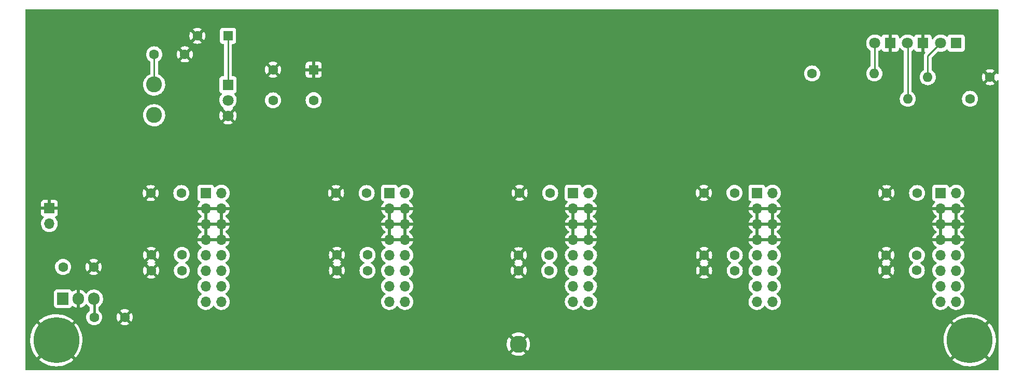
<source format=gbr>
%TF.GenerationSoftware,KiCad,Pcbnew,(6.0.1)*%
%TF.CreationDate,2022-12-04T20:41:48-08:00*%
%TF.ProjectId,Melper,4d656c70-6572-42e6-9b69-6361645f7063,rev?*%
%TF.SameCoordinates,Original*%
%TF.FileFunction,Copper,L2,Bot*%
%TF.FilePolarity,Positive*%
%FSLAX46Y46*%
G04 Gerber Fmt 4.6, Leading zero omitted, Abs format (unit mm)*
G04 Created by KiCad (PCBNEW (6.0.1)) date 2022-12-04 20:41:48*
%MOMM*%
%LPD*%
G01*
G04 APERTURE LIST*
%TA.AperFunction,ComponentPad*%
%ADD10C,7.500000*%
%TD*%
%TA.AperFunction,ComponentPad*%
%ADD11C,1.600000*%
%TD*%
%TA.AperFunction,ComponentPad*%
%ADD12R,1.800000X1.800000*%
%TD*%
%TA.AperFunction,ComponentPad*%
%ADD13C,1.800000*%
%TD*%
%TA.AperFunction,ComponentPad*%
%ADD14R,1.700000X1.700000*%
%TD*%
%TA.AperFunction,ComponentPad*%
%ADD15O,1.700000X1.700000*%
%TD*%
%TA.AperFunction,ComponentPad*%
%ADD16O,1.600000X1.600000*%
%TD*%
%TA.AperFunction,ComponentPad*%
%ADD17R,1.600000X1.600000*%
%TD*%
%TA.AperFunction,ComponentPad*%
%ADD18R,1.905000X2.000000*%
%TD*%
%TA.AperFunction,ComponentPad*%
%ADD19O,1.905000X2.000000*%
%TD*%
%TA.AperFunction,ComponentPad*%
%ADD20C,2.800000*%
%TD*%
%TA.AperFunction,ComponentPad*%
%ADD21C,2.600000*%
%TD*%
%TA.AperFunction,Conductor*%
%ADD22C,0.250000*%
%TD*%
%TA.AperFunction,Conductor*%
%ADD23C,0.400000*%
%TD*%
G04 APERTURE END LIST*
D10*
%TO.P,H2,1,1*%
%TO.N,GND*%
X194760000Y-94600000D03*
%TD*%
D11*
%TO.P,C17,1*%
%TO.N,GND*%
X151340000Y-70510000D03*
%TO.P,C17,2*%
%TO.N,-12V*%
X156340000Y-70510000D03*
%TD*%
%TO.P,C5,1*%
%TO.N,-12V*%
X80980000Y-55360000D03*
%TO.P,C5,2*%
%TO.N,GND*%
X80980000Y-50360000D03*
%TD*%
D12*
%TO.P,D1,1,K*%
%TO.N,GND*%
X181795000Y-46000000D03*
D13*
%TO.P,D1,2,A*%
%TO.N,Net-(D1-Pad2)*%
X179255000Y-46000000D03*
%TD*%
D12*
%TO.P,D2,1,K*%
%TO.N,GND*%
X187135000Y-46000000D03*
D13*
%TO.P,D2,2,A*%
%TO.N,Net-(D2-Pad2)*%
X184595000Y-46000000D03*
%TD*%
D14*
%TO.P,J5,1,Pin_1*%
%TO.N,-12V*%
X190000000Y-70500000D03*
D15*
%TO.P,J5,2,Pin_2*%
X192540000Y-70500000D03*
%TO.P,J5,3,Pin_3*%
%TO.N,GND*%
X190000000Y-73040000D03*
%TO.P,J5,4,Pin_4*%
X192540000Y-73040000D03*
%TO.P,J5,5,Pin_5*%
X190000000Y-75580000D03*
%TO.P,J5,6,Pin_6*%
X192540000Y-75580000D03*
%TO.P,J5,7,Pin_7*%
X190000000Y-78120000D03*
%TO.P,J5,8,Pin_8*%
X192540000Y-78120000D03*
%TO.P,J5,9,Pin_9*%
%TO.N,+12V*%
X190000000Y-80660000D03*
%TO.P,J5,10,Pin_10*%
X192540000Y-80660000D03*
%TO.P,J5,11,Pin_11*%
%TO.N,+5V*%
X190000000Y-83200000D03*
%TO.P,J5,12,Pin_12*%
X192540000Y-83200000D03*
%TO.P,J5,13,Pin_13*%
%TO.N,CV*%
X190000000Y-85740000D03*
%TO.P,J5,14,Pin_14*%
X192540000Y-85740000D03*
%TO.P,J5,15,Pin_15*%
%TO.N,GATE*%
X190000000Y-88280000D03*
%TO.P,J5,16,Pin_16*%
X192540000Y-88280000D03*
%TD*%
D14*
%TO.P,J3,1,Pin_1*%
%TO.N,-12V*%
X100000000Y-70500000D03*
D15*
%TO.P,J3,2,Pin_2*%
X102540000Y-70500000D03*
%TO.P,J3,3,Pin_3*%
%TO.N,GND*%
X100000000Y-73040000D03*
%TO.P,J3,4,Pin_4*%
X102540000Y-73040000D03*
%TO.P,J3,5,Pin_5*%
X100000000Y-75580000D03*
%TO.P,J3,6,Pin_6*%
X102540000Y-75580000D03*
%TO.P,J3,7,Pin_7*%
X100000000Y-78120000D03*
%TO.P,J3,8,Pin_8*%
X102540000Y-78120000D03*
%TO.P,J3,9,Pin_9*%
%TO.N,+12V*%
X100000000Y-80660000D03*
%TO.P,J3,10,Pin_10*%
X102540000Y-80660000D03*
%TO.P,J3,11,Pin_11*%
%TO.N,+5V*%
X100000000Y-83200000D03*
%TO.P,J3,12,Pin_12*%
X102540000Y-83200000D03*
%TO.P,J3,13,Pin_13*%
%TO.N,CV*%
X100000000Y-85740000D03*
%TO.P,J3,14,Pin_14*%
X102540000Y-85740000D03*
%TO.P,J3,15,Pin_15*%
%TO.N,GATE*%
X100000000Y-88280000D03*
%TO.P,J3,16,Pin_16*%
X102540000Y-88280000D03*
%TD*%
D11*
%TO.P,C10,1*%
%TO.N,+12V*%
X96420000Y-80630000D03*
%TO.P,C10,2*%
%TO.N,GND*%
X91420000Y-80630000D03*
%TD*%
D12*
%TO.P,U2,1,IN*%
%TO.N,Net-(C2-Pad1)*%
X73635000Y-52805000D03*
D13*
%TO.P,U2,2,OUT*%
%TO.N,-12V*%
X73635000Y-55345000D03*
%TO.P,U2,3,GND*%
%TO.N,GND*%
X73635000Y-57885000D03*
%TD*%
D14*
%TO.P,J4,1,Pin_1*%
%TO.N,-12V*%
X130000000Y-70500000D03*
D15*
%TO.P,J4,2,Pin_2*%
X132540000Y-70500000D03*
%TO.P,J4,3,Pin_3*%
%TO.N,GND*%
X130000000Y-73040000D03*
%TO.P,J4,4,Pin_4*%
X132540000Y-73040000D03*
%TO.P,J4,5,Pin_5*%
X130000000Y-75580000D03*
%TO.P,J4,6,Pin_6*%
X132540000Y-75580000D03*
%TO.P,J4,7,Pin_7*%
X130000000Y-78120000D03*
%TO.P,J4,8,Pin_8*%
X132540000Y-78120000D03*
%TO.P,J4,9,Pin_9*%
%TO.N,+12V*%
X130000000Y-80660000D03*
%TO.P,J4,10,Pin_10*%
X132540000Y-80660000D03*
%TO.P,J4,11,Pin_11*%
%TO.N,+5V*%
X130000000Y-83200000D03*
%TO.P,J4,12,Pin_12*%
X132540000Y-83200000D03*
%TO.P,J4,13,Pin_13*%
%TO.N,CV*%
X130000000Y-85740000D03*
%TO.P,J4,14,Pin_14*%
X132540000Y-85740000D03*
%TO.P,J4,15,Pin_15*%
%TO.N,GATE*%
X130000000Y-88280000D03*
%TO.P,J4,16,Pin_16*%
X132540000Y-88280000D03*
%TD*%
D11*
%TO.P,C18,1*%
%TO.N,+5V*%
X156380000Y-83200000D03*
%TO.P,C18,2*%
%TO.N,GND*%
X151380000Y-83200000D03*
%TD*%
%TO.P,C7,1*%
%TO.N,+12V*%
X66100000Y-80640000D03*
%TO.P,C7,2*%
%TO.N,GND*%
X61100000Y-80640000D03*
%TD*%
%TO.P,C21,1*%
%TO.N,+5V*%
X186110000Y-83190000D03*
%TO.P,C21,2*%
%TO.N,GND*%
X181110000Y-83190000D03*
%TD*%
%TO.P,C8,1*%
%TO.N,GND*%
X61020000Y-70530000D03*
%TO.P,C8,2*%
%TO.N,-12V*%
X66020000Y-70530000D03*
%TD*%
%TO.P,C15,1*%
%TO.N,+5V*%
X126090000Y-83210000D03*
%TO.P,C15,2*%
%TO.N,GND*%
X121090000Y-83210000D03*
%TD*%
%TO.P,R1,1*%
%TO.N,+12V*%
X169020000Y-50960000D03*
D16*
%TO.P,R1,2*%
%TO.N,Net-(D1-Pad2)*%
X179180000Y-50960000D03*
%TD*%
D11*
%TO.P,C16,1*%
%TO.N,+12V*%
X156380000Y-80660000D03*
%TO.P,C16,2*%
%TO.N,GND*%
X151380000Y-80660000D03*
%TD*%
%TO.P,C19,1*%
%TO.N,+12V*%
X186130000Y-80670000D03*
%TO.P,C19,2*%
%TO.N,GND*%
X181130000Y-80670000D03*
%TD*%
D17*
%TO.P,C6,1*%
%TO.N,GND*%
X87620000Y-50350000D03*
D11*
%TO.P,C6,2*%
%TO.N,-12V*%
X87620000Y-55350000D03*
%TD*%
%TO.P,C3,1*%
%TO.N,Net-(C2-Pad1)*%
X61580000Y-47840000D03*
%TO.P,C3,2*%
%TO.N,GND*%
X66580000Y-47840000D03*
%TD*%
D18*
%TO.P,U1,1,VI*%
%TO.N,+12V*%
X46680000Y-87805000D03*
D19*
%TO.P,U1,2,GND*%
%TO.N,GND*%
X49220000Y-87805000D03*
%TO.P,U1,3,VO*%
%TO.N,+5V*%
X51760000Y-87805000D03*
%TD*%
D11*
%TO.P,C4,1*%
%TO.N,+5V*%
X51770000Y-90830000D03*
%TO.P,C4,2*%
%TO.N,GND*%
X56770000Y-90830000D03*
%TD*%
D12*
%TO.P,D3,1,K*%
%TO.N,-12V*%
X192545000Y-46000000D03*
D13*
%TO.P,D3,2,A*%
%TO.N,Net-(D3-Pad2)*%
X190005000Y-46000000D03*
%TD*%
D11*
%TO.P,C11,1*%
%TO.N,GND*%
X91270000Y-70520000D03*
%TO.P,C11,2*%
%TO.N,-12V*%
X96270000Y-70520000D03*
%TD*%
%TO.P,C20,1*%
%TO.N,GND*%
X181160000Y-70520000D03*
%TO.P,C20,2*%
%TO.N,-12V*%
X186160000Y-70520000D03*
%TD*%
%TO.P,C9,1*%
%TO.N,+5V*%
X66100000Y-83200000D03*
%TO.P,C9,2*%
%TO.N,GND*%
X61100000Y-83200000D03*
%TD*%
D20*
%TO.P,TP1,1,1*%
%TO.N,GND*%
X121050000Y-95220000D03*
%TD*%
D11*
%TO.P,R2,1*%
%TO.N,+5V*%
X194800000Y-55110000D03*
D16*
%TO.P,R2,2*%
%TO.N,Net-(D2-Pad2)*%
X184640000Y-55110000D03*
%TD*%
D11*
%TO.P,C14,1*%
%TO.N,GND*%
X121250000Y-70510000D03*
%TO.P,C14,2*%
%TO.N,-12V*%
X126250000Y-70510000D03*
%TD*%
%TO.P,R3,1*%
%TO.N,GND*%
X198060000Y-51570000D03*
D16*
%TO.P,R3,2*%
%TO.N,Net-(D3-Pad2)*%
X187900000Y-51570000D03*
%TD*%
D17*
%TO.P,C2,1*%
%TO.N,Net-(C2-Pad1)*%
X73640000Y-44810000D03*
D11*
%TO.P,C2,2*%
%TO.N,GND*%
X68640000Y-44810000D03*
%TD*%
D14*
%TO.P,J1,1,Pin_1*%
%TO.N,GND*%
X44470000Y-73000000D03*
D15*
%TO.P,J1,2,Pin_2*%
%TO.N,+12V*%
X44470000Y-75540000D03*
%TD*%
D10*
%TO.P,H1,1,1*%
%TO.N,GND*%
X45590000Y-94600000D03*
%TD*%
D11*
%TO.P,C13,1*%
%TO.N,+12V*%
X126090000Y-80680000D03*
%TO.P,C13,2*%
%TO.N,GND*%
X121090000Y-80680000D03*
%TD*%
%TO.P,C12,1*%
%TO.N,+5V*%
X96420000Y-83200000D03*
%TO.P,C12,2*%
%TO.N,GND*%
X91420000Y-83200000D03*
%TD*%
D14*
%TO.P,J6,1,Pin_1*%
%TO.N,-12V*%
X70000000Y-70500000D03*
D15*
%TO.P,J6,2,Pin_2*%
X72540000Y-70500000D03*
%TO.P,J6,3,Pin_3*%
%TO.N,GND*%
X70000000Y-73040000D03*
%TO.P,J6,4,Pin_4*%
X72540000Y-73040000D03*
%TO.P,J6,5,Pin_5*%
X70000000Y-75580000D03*
%TO.P,J6,6,Pin_6*%
X72540000Y-75580000D03*
%TO.P,J6,7,Pin_7*%
X70000000Y-78120000D03*
%TO.P,J6,8,Pin_8*%
X72540000Y-78120000D03*
%TO.P,J6,9,Pin_9*%
%TO.N,+12V*%
X70000000Y-80660000D03*
%TO.P,J6,10,Pin_10*%
X72540000Y-80660000D03*
%TO.P,J6,11,Pin_11*%
%TO.N,+5V*%
X70000000Y-83200000D03*
%TO.P,J6,12,Pin_12*%
X72540000Y-83200000D03*
%TO.P,J6,13,Pin_13*%
%TO.N,CV*%
X70000000Y-85740000D03*
%TO.P,J6,14,Pin_14*%
X72540000Y-85740000D03*
%TO.P,J6,15,Pin_15*%
%TO.N,GATE*%
X70000000Y-88280000D03*
%TO.P,J6,16,Pin_16*%
X72540000Y-88280000D03*
%TD*%
D11*
%TO.P,C1,1*%
%TO.N,+12V*%
X46700000Y-82610000D03*
%TO.P,C1,2*%
%TO.N,GND*%
X51700000Y-82610000D03*
%TD*%
D14*
%TO.P,J2,1,Pin_1*%
%TO.N,-12V*%
X160000000Y-70500000D03*
D15*
%TO.P,J2,2,Pin_2*%
X162540000Y-70500000D03*
%TO.P,J2,3,Pin_3*%
%TO.N,GND*%
X160000000Y-73040000D03*
%TO.P,J2,4,Pin_4*%
X162540000Y-73040000D03*
%TO.P,J2,5,Pin_5*%
X160000000Y-75580000D03*
%TO.P,J2,6,Pin_6*%
X162540000Y-75580000D03*
%TO.P,J2,7,Pin_7*%
X160000000Y-78120000D03*
%TO.P,J2,8,Pin_8*%
X162540000Y-78120000D03*
%TO.P,J2,9,Pin_9*%
%TO.N,+12V*%
X160000000Y-80660000D03*
%TO.P,J2,10,Pin_10*%
X162540000Y-80660000D03*
%TO.P,J2,11,Pin_11*%
%TO.N,+5V*%
X160000000Y-83200000D03*
%TO.P,J2,12,Pin_12*%
X162540000Y-83200000D03*
%TO.P,J2,13,Pin_13*%
%TO.N,CV*%
X160000000Y-85740000D03*
%TO.P,J2,14,Pin_14*%
X162540000Y-85740000D03*
%TO.P,J2,15,Pin_15*%
%TO.N,GATE*%
X160000000Y-88280000D03*
%TO.P,J2,16,Pin_16*%
X162540000Y-88280000D03*
%TD*%
D21*
%TO.P,L1,1*%
%TO.N,Net-(C2-Pad1)*%
X61570000Y-52790000D03*
%TO.P,L1,2*%
%TO.N,+12V*%
X61570000Y-57790000D03*
%TD*%
D22*
%TO.N,Net-(C2-Pad1)*%
X73640000Y-44810000D02*
X73640000Y-52800000D01*
X73640000Y-52800000D02*
X73635000Y-52805000D01*
X61570000Y-47850000D02*
X61580000Y-47840000D01*
X61570000Y-52790000D02*
X61570000Y-47850000D01*
D23*
%TO.N,+5V*%
X51770000Y-87815000D02*
X51760000Y-87805000D01*
X51770000Y-90830000D02*
X51770000Y-87815000D01*
D22*
%TO.N,Net-(D1-Pad2)*%
X179210000Y-50840000D02*
X179210000Y-46045000D01*
X179210000Y-46045000D02*
X179255000Y-46000000D01*
%TO.N,Net-(D2-Pad2)*%
X184640000Y-55110000D02*
X184640000Y-46045000D01*
X184640000Y-46045000D02*
X184595000Y-46000000D01*
%TO.N,Net-(D3-Pad2)*%
X187900000Y-48105000D02*
X190005000Y-46000000D01*
X187900000Y-51570000D02*
X187900000Y-48105000D01*
%TD*%
%TA.AperFunction,Conductor*%
%TO.N,GND*%
G36*
X199434121Y-40528002D02*
G01*
X199480614Y-40581658D01*
X199492000Y-40634000D01*
X199492000Y-50977593D01*
X199471998Y-51045714D01*
X199418342Y-51092207D01*
X199348068Y-51102311D01*
X199283488Y-51072817D01*
X199251805Y-51030843D01*
X199199414Y-50918489D01*
X199193931Y-50908994D01*
X199157491Y-50856952D01*
X199147012Y-50848576D01*
X199133566Y-50855644D01*
X198432022Y-51557188D01*
X198424408Y-51571132D01*
X198424539Y-51572965D01*
X198428790Y-51579580D01*
X199134287Y-52285077D01*
X199146062Y-52291507D01*
X199158077Y-52282211D01*
X199193931Y-52231006D01*
X199199414Y-52221511D01*
X199251805Y-52109157D01*
X199298722Y-52055872D01*
X199367000Y-52036411D01*
X199434960Y-52056953D01*
X199481025Y-52110976D01*
X199492000Y-52162407D01*
X199492000Y-99366000D01*
X199471998Y-99434121D01*
X199418342Y-99480614D01*
X199366000Y-99492000D01*
X40634000Y-99492000D01*
X40565879Y-99471998D01*
X40519386Y-99418342D01*
X40508000Y-99366000D01*
X40508000Y-97786434D01*
X42768921Y-97786434D01*
X42775708Y-97796135D01*
X42975023Y-97966365D01*
X42979709Y-97970000D01*
X43303442Y-98197523D01*
X43308432Y-98200690D01*
X43652141Y-98396739D01*
X43657422Y-98399429D01*
X44018053Y-98562260D01*
X44023544Y-98564434D01*
X44397906Y-98692607D01*
X44403590Y-98694259D01*
X44788347Y-98786631D01*
X44794162Y-98787740D01*
X45185889Y-98843490D01*
X45191802Y-98844049D01*
X45587031Y-98862688D01*
X45592969Y-98862688D01*
X45988198Y-98844049D01*
X45994111Y-98843490D01*
X46385838Y-98787740D01*
X46391653Y-98786631D01*
X46776410Y-98694259D01*
X46782094Y-98692607D01*
X47156456Y-98564434D01*
X47161947Y-98562260D01*
X47522578Y-98399429D01*
X47527859Y-98396739D01*
X47871568Y-98200690D01*
X47876558Y-98197523D01*
X48200291Y-97970000D01*
X48204977Y-97966365D01*
X48402722Y-97797476D01*
X48409930Y-97786434D01*
X191938921Y-97786434D01*
X191945708Y-97796135D01*
X192145023Y-97966365D01*
X192149709Y-97970000D01*
X192473442Y-98197523D01*
X192478432Y-98200690D01*
X192822141Y-98396739D01*
X192827422Y-98399429D01*
X193188053Y-98562260D01*
X193193544Y-98564434D01*
X193567906Y-98692607D01*
X193573590Y-98694259D01*
X193958347Y-98786631D01*
X193964162Y-98787740D01*
X194355889Y-98843490D01*
X194361802Y-98844049D01*
X194757031Y-98862688D01*
X194762969Y-98862688D01*
X195158198Y-98844049D01*
X195164111Y-98843490D01*
X195555838Y-98787740D01*
X195561653Y-98786631D01*
X195946410Y-98694259D01*
X195952094Y-98692607D01*
X196326456Y-98564434D01*
X196331947Y-98562260D01*
X196692578Y-98399429D01*
X196697859Y-98396739D01*
X197041568Y-98200690D01*
X197046558Y-98197523D01*
X197370291Y-97970000D01*
X197374977Y-97966365D01*
X197572722Y-97797476D01*
X197581152Y-97784562D01*
X197575145Y-97774355D01*
X194772812Y-94972022D01*
X194758868Y-94964408D01*
X194757035Y-94964539D01*
X194750420Y-94968790D01*
X191946313Y-97772897D01*
X191938921Y-97786434D01*
X48409930Y-97786434D01*
X48411152Y-97784562D01*
X48405145Y-97774355D01*
X45602812Y-94972022D01*
X45588868Y-94964408D01*
X45587035Y-94964539D01*
X45580420Y-94968790D01*
X42776313Y-97772897D01*
X42768921Y-97786434D01*
X40508000Y-97786434D01*
X40508000Y-94469073D01*
X41329322Y-94469073D01*
X41335537Y-94864679D01*
X41335911Y-94870629D01*
X41379327Y-95263895D01*
X41380257Y-95269766D01*
X41460494Y-95657212D01*
X41461970Y-95662960D01*
X41578316Y-96041151D01*
X41580320Y-96046716D01*
X41731745Y-96412288D01*
X41734267Y-96417647D01*
X41919411Y-96767323D01*
X41922436Y-96772440D01*
X42139669Y-97103144D01*
X42143159Y-97107947D01*
X42390292Y-97416420D01*
X42403130Y-97423694D01*
X42404439Y-97423621D01*
X42411852Y-97418938D01*
X45217978Y-94612812D01*
X45224356Y-94601132D01*
X45954408Y-94601132D01*
X45954539Y-94602965D01*
X45958790Y-94609580D01*
X48765271Y-97416061D01*
X48779215Y-97423675D01*
X48780524Y-97423582D01*
X48787360Y-97419112D01*
X48789454Y-97416737D01*
X49036841Y-97107947D01*
X49040331Y-97103144D01*
X49257564Y-96772440D01*
X49260589Y-96767323D01*
X49276217Y-96737806D01*
X119897361Y-96737806D01*
X119904751Y-96748108D01*
X119946630Y-96782203D01*
X119953909Y-96787318D01*
X120177756Y-96922085D01*
X120185670Y-96926118D01*
X120426286Y-97028006D01*
X120434691Y-97030883D01*
X120687257Y-97097850D01*
X120695989Y-97099516D01*
X120955474Y-97130227D01*
X120964340Y-97130645D01*
X121225561Y-97124490D01*
X121234414Y-97123653D01*
X121492162Y-97080752D01*
X121500796Y-97078679D01*
X121749930Y-96999888D01*
X121758192Y-96996617D01*
X121993731Y-96883513D01*
X122001455Y-96879107D01*
X122195268Y-96749606D01*
X122203556Y-96739688D01*
X122196299Y-96725509D01*
X121062812Y-95592022D01*
X121048868Y-95584408D01*
X121047035Y-95584539D01*
X121040420Y-95588790D01*
X119904527Y-96724683D01*
X119897361Y-96737806D01*
X49276217Y-96737806D01*
X49445733Y-96417647D01*
X49448255Y-96412288D01*
X49599680Y-96046716D01*
X49601684Y-96041151D01*
X49718030Y-95662960D01*
X49719506Y-95657212D01*
X49799743Y-95269766D01*
X49800673Y-95263895D01*
X49811661Y-95164367D01*
X119138245Y-95164367D01*
X119148503Y-95425459D01*
X119149478Y-95434288D01*
X119196422Y-95691332D01*
X119198631Y-95699934D01*
X119281324Y-95947796D01*
X119284728Y-95956014D01*
X119401519Y-96189750D01*
X119406043Y-96197398D01*
X119521352Y-96364235D01*
X119531673Y-96372589D01*
X119545323Y-96365467D01*
X120677978Y-95232812D01*
X120684356Y-95221132D01*
X121414408Y-95221132D01*
X121414539Y-95222965D01*
X121418790Y-95229580D01*
X122555517Y-96366307D01*
X122568917Y-96373624D01*
X122578821Y-96366637D01*
X122594686Y-96347763D01*
X122599905Y-96340580D01*
X122738171Y-96118876D01*
X122742333Y-96111017D01*
X122847988Y-95872030D01*
X122850994Y-95863680D01*
X122921921Y-95612192D01*
X122923722Y-95603499D01*
X122958672Y-95343292D01*
X122959200Y-95336899D01*
X122962773Y-95223222D01*
X122962646Y-95216779D01*
X122944106Y-94954923D01*
X122942853Y-94946119D01*
X122887858Y-94690677D01*
X122885379Y-94682144D01*
X122806773Y-94469073D01*
X190499322Y-94469073D01*
X190505537Y-94864679D01*
X190505911Y-94870629D01*
X190549327Y-95263895D01*
X190550257Y-95269766D01*
X190630494Y-95657212D01*
X190631970Y-95662960D01*
X190748316Y-96041151D01*
X190750320Y-96046716D01*
X190901745Y-96412288D01*
X190904267Y-96417647D01*
X191089411Y-96767323D01*
X191092436Y-96772440D01*
X191309669Y-97103144D01*
X191313159Y-97107947D01*
X191560292Y-97416420D01*
X191573130Y-97423694D01*
X191574439Y-97423621D01*
X191581852Y-97418938D01*
X194387978Y-94612812D01*
X194394356Y-94601132D01*
X195124408Y-94601132D01*
X195124539Y-94602965D01*
X195128790Y-94609580D01*
X197935271Y-97416061D01*
X197949215Y-97423675D01*
X197950524Y-97423582D01*
X197957360Y-97419112D01*
X197959454Y-97416737D01*
X198206841Y-97107947D01*
X198210331Y-97103144D01*
X198427564Y-96772440D01*
X198430589Y-96767323D01*
X198615733Y-96417647D01*
X198618255Y-96412288D01*
X198769680Y-96046716D01*
X198771684Y-96041151D01*
X198888030Y-95662960D01*
X198889506Y-95657212D01*
X198969743Y-95269766D01*
X198970673Y-95263895D01*
X199014145Y-94870124D01*
X199014494Y-94865196D01*
X199022750Y-94602468D01*
X199022711Y-94597530D01*
X199004049Y-94201802D01*
X199003490Y-94195889D01*
X198947740Y-93804162D01*
X198946631Y-93798347D01*
X198854259Y-93413590D01*
X198852607Y-93407906D01*
X198724434Y-93033544D01*
X198722260Y-93028053D01*
X198559429Y-92667422D01*
X198556739Y-92662141D01*
X198360690Y-92318432D01*
X198357523Y-92313442D01*
X198130000Y-91989709D01*
X198126365Y-91985023D01*
X197957476Y-91787278D01*
X197944562Y-91778848D01*
X197934355Y-91784855D01*
X195132022Y-94587188D01*
X195124408Y-94601132D01*
X194394356Y-94601132D01*
X194395592Y-94598868D01*
X194395461Y-94597035D01*
X194391210Y-94590420D01*
X191587402Y-91786612D01*
X191573458Y-91778998D01*
X191573205Y-91779016D01*
X191564463Y-91784930D01*
X191477436Y-91880572D01*
X191473649Y-91885150D01*
X191236088Y-92201551D01*
X191232744Y-92206471D01*
X191026001Y-92543845D01*
X191023153Y-92549025D01*
X190849072Y-92904370D01*
X190846723Y-92909797D01*
X190706858Y-93279939D01*
X190705026Y-93285578D01*
X190600622Y-93667215D01*
X190599323Y-93673028D01*
X190531295Y-94062811D01*
X190530554Y-94068674D01*
X190499507Y-94463147D01*
X190499322Y-94469073D01*
X122806773Y-94469073D01*
X122794941Y-94437002D01*
X122791286Y-94428907D01*
X122667206Y-94198947D01*
X122662447Y-94191449D01*
X122577759Y-94076790D01*
X122566631Y-94068348D01*
X122554038Y-94075172D01*
X121422022Y-95207188D01*
X121414408Y-95221132D01*
X120684356Y-95221132D01*
X120685592Y-95218868D01*
X120685461Y-95217035D01*
X120681210Y-95210420D01*
X119545819Y-94075029D01*
X119532978Y-94068017D01*
X119522289Y-94075813D01*
X119470663Y-94141299D01*
X119465658Y-94148663D01*
X119334420Y-94374605D01*
X119330516Y-94382575D01*
X119232420Y-94624763D01*
X119229676Y-94633207D01*
X119166683Y-94886800D01*
X119165156Y-94895551D01*
X119138524Y-95155483D01*
X119138245Y-95164367D01*
X49811661Y-95164367D01*
X49844145Y-94870124D01*
X49844494Y-94865196D01*
X49852750Y-94602468D01*
X49852711Y-94597530D01*
X49834049Y-94201802D01*
X49833490Y-94195889D01*
X49777740Y-93804162D01*
X49776631Y-93798347D01*
X49753665Y-93702688D01*
X119898045Y-93702688D01*
X119905025Y-93715815D01*
X121037188Y-94847978D01*
X121051132Y-94855592D01*
X121052965Y-94855461D01*
X121059580Y-94851210D01*
X122194804Y-93715986D01*
X122201658Y-93703434D01*
X122193450Y-93692363D01*
X122103762Y-93623916D01*
X122096313Y-93619023D01*
X121868353Y-93491359D01*
X121860303Y-93487571D01*
X121616617Y-93393295D01*
X121608127Y-93390683D01*
X121353578Y-93331683D01*
X121344800Y-93330293D01*
X121084478Y-93307746D01*
X121075607Y-93307606D01*
X120814696Y-93321965D01*
X120805886Y-93323079D01*
X120549607Y-93374055D01*
X120541050Y-93376396D01*
X120294496Y-93462980D01*
X120286362Y-93466500D01*
X120054477Y-93586955D01*
X120046905Y-93591594D01*
X119906447Y-93691967D01*
X119898045Y-93702688D01*
X49753665Y-93702688D01*
X49684259Y-93413590D01*
X49682607Y-93407906D01*
X49554434Y-93033544D01*
X49552260Y-93028053D01*
X49389429Y-92667422D01*
X49386739Y-92662141D01*
X49190690Y-92318432D01*
X49187523Y-92313442D01*
X48960000Y-91989709D01*
X48956365Y-91985023D01*
X48787476Y-91787278D01*
X48774562Y-91778848D01*
X48764355Y-91784855D01*
X45962022Y-94587188D01*
X45954408Y-94601132D01*
X45224356Y-94601132D01*
X45225592Y-94598868D01*
X45225461Y-94597035D01*
X45221210Y-94590420D01*
X42417402Y-91786612D01*
X42403458Y-91778998D01*
X42403205Y-91779016D01*
X42394463Y-91784930D01*
X42307436Y-91880572D01*
X42303649Y-91885150D01*
X42066088Y-92201551D01*
X42062744Y-92206471D01*
X41856001Y-92543845D01*
X41853153Y-92549025D01*
X41679072Y-92904370D01*
X41676723Y-92909797D01*
X41536858Y-93279939D01*
X41535026Y-93285578D01*
X41430622Y-93667215D01*
X41429323Y-93673028D01*
X41361295Y-94062811D01*
X41360554Y-94068674D01*
X41329507Y-94463147D01*
X41329322Y-94469073D01*
X40508000Y-94469073D01*
X40508000Y-91415964D01*
X42768939Y-91415964D01*
X42768945Y-91416217D01*
X42774445Y-91425235D01*
X45577188Y-94227978D01*
X45591132Y-94235592D01*
X45592965Y-94235461D01*
X45599580Y-94231210D01*
X48406061Y-91424729D01*
X48413675Y-91410785D01*
X48413582Y-91409476D01*
X48409112Y-91402640D01*
X48406737Y-91400546D01*
X48097947Y-91153159D01*
X48093144Y-91149669D01*
X47762440Y-90932436D01*
X47757323Y-90929411D01*
X47407647Y-90744267D01*
X47402288Y-90741745D01*
X47036716Y-90590320D01*
X47031151Y-90588316D01*
X46652960Y-90471970D01*
X46647212Y-90470494D01*
X46259766Y-90390257D01*
X46253895Y-90389327D01*
X45860629Y-90345911D01*
X45854679Y-90345537D01*
X45459073Y-90339322D01*
X45453147Y-90339507D01*
X45058674Y-90370554D01*
X45052811Y-90371295D01*
X44663028Y-90439323D01*
X44657215Y-90440622D01*
X44275578Y-90545026D01*
X44269939Y-90546858D01*
X43899797Y-90686723D01*
X43894370Y-90689072D01*
X43539025Y-90863153D01*
X43533845Y-90866001D01*
X43196471Y-91072744D01*
X43191551Y-91076088D01*
X42875150Y-91313649D01*
X42870572Y-91317436D01*
X42777199Y-91402398D01*
X42768939Y-91415964D01*
X40508000Y-91415964D01*
X40508000Y-88853134D01*
X45219000Y-88853134D01*
X45225755Y-88915316D01*
X45276885Y-89051705D01*
X45364239Y-89168261D01*
X45480795Y-89255615D01*
X45617184Y-89306745D01*
X45679366Y-89313500D01*
X47680634Y-89313500D01*
X47742816Y-89306745D01*
X47879205Y-89255615D01*
X47995761Y-89168261D01*
X48083115Y-89051705D01*
X48090758Y-89031317D01*
X48133401Y-88974553D01*
X48199962Y-88949854D01*
X48269311Y-88965062D01*
X48286832Y-88976666D01*
X48404944Y-89069945D01*
X48413531Y-89075650D01*
X48614722Y-89186714D01*
X48624134Y-89190944D01*
X48840768Y-89267659D01*
X48850739Y-89270293D01*
X48948163Y-89287647D01*
X48961460Y-89286187D01*
X48965543Y-89273096D01*
X49474000Y-89273096D01*
X49477918Y-89286440D01*
X49492194Y-89288427D01*
X49554515Y-89278890D01*
X49564543Y-89276501D01*
X49782988Y-89205102D01*
X49792497Y-89201105D01*
X49996344Y-89094989D01*
X50005069Y-89089495D01*
X50188852Y-88951507D01*
X50196559Y-88944664D01*
X50355339Y-88778509D01*
X50361823Y-88770502D01*
X50384237Y-88737644D01*
X50439148Y-88692641D01*
X50509672Y-88684468D01*
X50573420Y-88715722D01*
X50594116Y-88740204D01*
X50598498Y-88746977D01*
X50760186Y-88924670D01*
X50948724Y-89073568D01*
X50996395Y-89099884D01*
X51046364Y-89150315D01*
X51061500Y-89210191D01*
X51061500Y-89663122D01*
X51041498Y-89731243D01*
X51007771Y-89766335D01*
X50930211Y-89820643D01*
X50930208Y-89820645D01*
X50925700Y-89823802D01*
X50763802Y-89985700D01*
X50632477Y-90173251D01*
X50630154Y-90178233D01*
X50630151Y-90178238D01*
X50630034Y-90178489D01*
X50535716Y-90380757D01*
X50534294Y-90386065D01*
X50534293Y-90386067D01*
X50513019Y-90465461D01*
X50476457Y-90601913D01*
X50456502Y-90830000D01*
X50476457Y-91058087D01*
X50477881Y-91063400D01*
X50477881Y-91063402D01*
X50515025Y-91202022D01*
X50535716Y-91279243D01*
X50538039Y-91284224D01*
X50538039Y-91284225D01*
X50630151Y-91481762D01*
X50630154Y-91481767D01*
X50632477Y-91486749D01*
X50763802Y-91674300D01*
X50925700Y-91836198D01*
X50930208Y-91839355D01*
X50930211Y-91839357D01*
X51008389Y-91894098D01*
X51113251Y-91967523D01*
X51118233Y-91969846D01*
X51118238Y-91969849D01*
X51314765Y-92061490D01*
X51320757Y-92064284D01*
X51326065Y-92065706D01*
X51326067Y-92065707D01*
X51536598Y-92122119D01*
X51536600Y-92122119D01*
X51541913Y-92123543D01*
X51770000Y-92143498D01*
X51998087Y-92123543D01*
X52003400Y-92122119D01*
X52003402Y-92122119D01*
X52213933Y-92065707D01*
X52213935Y-92065706D01*
X52219243Y-92064284D01*
X52225235Y-92061490D01*
X52421762Y-91969849D01*
X52421767Y-91969846D01*
X52426749Y-91967523D01*
X52500243Y-91916062D01*
X56048493Y-91916062D01*
X56057789Y-91928077D01*
X56108994Y-91963931D01*
X56118489Y-91969414D01*
X56315947Y-92061490D01*
X56326239Y-92065236D01*
X56536688Y-92121625D01*
X56547481Y-92123528D01*
X56764525Y-92142517D01*
X56775475Y-92142517D01*
X56992519Y-92123528D01*
X57003312Y-92121625D01*
X57213761Y-92065236D01*
X57224053Y-92061490D01*
X57421511Y-91969414D01*
X57431006Y-91963931D01*
X57483048Y-91927491D01*
X57491424Y-91917012D01*
X57484356Y-91903566D01*
X56782812Y-91202022D01*
X56768868Y-91194408D01*
X56767035Y-91194539D01*
X56760420Y-91198790D01*
X56054923Y-91904287D01*
X56048493Y-91916062D01*
X52500243Y-91916062D01*
X52531611Y-91894098D01*
X52609789Y-91839357D01*
X52609792Y-91839355D01*
X52614300Y-91836198D01*
X52776198Y-91674300D01*
X52907523Y-91486749D01*
X52909846Y-91481767D01*
X52909849Y-91481762D01*
X53001961Y-91284225D01*
X53001961Y-91284224D01*
X53004284Y-91279243D01*
X53024976Y-91202022D01*
X53062119Y-91063402D01*
X53062119Y-91063400D01*
X53063543Y-91058087D01*
X53083019Y-90835475D01*
X55457483Y-90835475D01*
X55476472Y-91052519D01*
X55478375Y-91063312D01*
X55534764Y-91273761D01*
X55538510Y-91284053D01*
X55630586Y-91481511D01*
X55636069Y-91491006D01*
X55672509Y-91543048D01*
X55682988Y-91551424D01*
X55696434Y-91544356D01*
X56397978Y-90842812D01*
X56404356Y-90831132D01*
X57134408Y-90831132D01*
X57134539Y-90832965D01*
X57138790Y-90839580D01*
X57844287Y-91545077D01*
X57856062Y-91551507D01*
X57868077Y-91542211D01*
X57903931Y-91491006D01*
X57909414Y-91481511D01*
X57939979Y-91415964D01*
X191938939Y-91415964D01*
X191938945Y-91416217D01*
X191944445Y-91425235D01*
X194747188Y-94227978D01*
X194761132Y-94235592D01*
X194762965Y-94235461D01*
X194769580Y-94231210D01*
X197576061Y-91424729D01*
X197583675Y-91410785D01*
X197583582Y-91409476D01*
X197579112Y-91402640D01*
X197576737Y-91400546D01*
X197267947Y-91153159D01*
X197263144Y-91149669D01*
X196932440Y-90932436D01*
X196927323Y-90929411D01*
X196577647Y-90744267D01*
X196572288Y-90741745D01*
X196206716Y-90590320D01*
X196201151Y-90588316D01*
X195822960Y-90471970D01*
X195817212Y-90470494D01*
X195429766Y-90390257D01*
X195423895Y-90389327D01*
X195030629Y-90345911D01*
X195024679Y-90345537D01*
X194629073Y-90339322D01*
X194623147Y-90339507D01*
X194228674Y-90370554D01*
X194222811Y-90371295D01*
X193833028Y-90439323D01*
X193827215Y-90440622D01*
X193445578Y-90545026D01*
X193439939Y-90546858D01*
X193069797Y-90686723D01*
X193064370Y-90689072D01*
X192709025Y-90863153D01*
X192703845Y-90866001D01*
X192366471Y-91072744D01*
X192361551Y-91076088D01*
X192045150Y-91313649D01*
X192040572Y-91317436D01*
X191947199Y-91402398D01*
X191938939Y-91415964D01*
X57939979Y-91415964D01*
X58001490Y-91284053D01*
X58005236Y-91273761D01*
X58061625Y-91063312D01*
X58063528Y-91052519D01*
X58082517Y-90835475D01*
X58082517Y-90824525D01*
X58063528Y-90607481D01*
X58061625Y-90596688D01*
X58005236Y-90386239D01*
X58001490Y-90375947D01*
X57909414Y-90178489D01*
X57903931Y-90168994D01*
X57867491Y-90116952D01*
X57857012Y-90108576D01*
X57843566Y-90115644D01*
X57142022Y-90817188D01*
X57134408Y-90831132D01*
X56404356Y-90831132D01*
X56405592Y-90828868D01*
X56405461Y-90827035D01*
X56401210Y-90820420D01*
X55695713Y-90114923D01*
X55683938Y-90108493D01*
X55671923Y-90117789D01*
X55636069Y-90168994D01*
X55630586Y-90178489D01*
X55538510Y-90375947D01*
X55534764Y-90386239D01*
X55478375Y-90596688D01*
X55476472Y-90607481D01*
X55457483Y-90824525D01*
X55457483Y-90835475D01*
X53083019Y-90835475D01*
X53083498Y-90830000D01*
X53063543Y-90601913D01*
X53026981Y-90465461D01*
X53005707Y-90386067D01*
X53005706Y-90386065D01*
X53004284Y-90380757D01*
X52909966Y-90178489D01*
X52909849Y-90178238D01*
X52909846Y-90178233D01*
X52907523Y-90173251D01*
X52776198Y-89985700D01*
X52614300Y-89823802D01*
X52609792Y-89820645D01*
X52609789Y-89820643D01*
X52532229Y-89766335D01*
X52513567Y-89742988D01*
X56048576Y-89742988D01*
X56055644Y-89756434D01*
X56757188Y-90457978D01*
X56771132Y-90465592D01*
X56772965Y-90465461D01*
X56779580Y-90461210D01*
X57485077Y-89755713D01*
X57491507Y-89743938D01*
X57482211Y-89731923D01*
X57431006Y-89696069D01*
X57421511Y-89690586D01*
X57224053Y-89598510D01*
X57213761Y-89594764D01*
X57003312Y-89538375D01*
X56992519Y-89536472D01*
X56775475Y-89517483D01*
X56764525Y-89517483D01*
X56547481Y-89536472D01*
X56536688Y-89538375D01*
X56326239Y-89594764D01*
X56315947Y-89598510D01*
X56118489Y-89690586D01*
X56108994Y-89696069D01*
X56056952Y-89732509D01*
X56048576Y-89742988D01*
X52513567Y-89742988D01*
X52487901Y-89710878D01*
X52478500Y-89663122D01*
X52478500Y-89201564D01*
X52498502Y-89133443D01*
X52537184Y-89095116D01*
X52541200Y-89093025D01*
X52557630Y-89080689D01*
X52729185Y-88951882D01*
X52729188Y-88951880D01*
X52733320Y-88948777D01*
X52899301Y-88775088D01*
X53034686Y-88576622D01*
X53038657Y-88568069D01*
X53133658Y-88363405D01*
X53133659Y-88363401D01*
X53135837Y-88358710D01*
X53166902Y-88246695D01*
X68637251Y-88246695D01*
X68637548Y-88251848D01*
X68637548Y-88251851D01*
X68643980Y-88363405D01*
X68650110Y-88469715D01*
X68651247Y-88474761D01*
X68651248Y-88474767D01*
X68667136Y-88545263D01*
X68699222Y-88687639D01*
X68783266Y-88894616D01*
X68826435Y-88965062D01*
X68897291Y-89080688D01*
X68899987Y-89085088D01*
X69046250Y-89253938D01*
X69218126Y-89396632D01*
X69411000Y-89509338D01*
X69415825Y-89511180D01*
X69415826Y-89511181D01*
X69482057Y-89536472D01*
X69619692Y-89589030D01*
X69624760Y-89590061D01*
X69624763Y-89590062D01*
X69666287Y-89598510D01*
X69838597Y-89633567D01*
X69843772Y-89633757D01*
X69843774Y-89633757D01*
X70056673Y-89641564D01*
X70056677Y-89641564D01*
X70061837Y-89641753D01*
X70066957Y-89641097D01*
X70066959Y-89641097D01*
X70278288Y-89614025D01*
X70278289Y-89614025D01*
X70283416Y-89613368D01*
X70345426Y-89594764D01*
X70492429Y-89550661D01*
X70492434Y-89550659D01*
X70497384Y-89549174D01*
X70697994Y-89450896D01*
X70879860Y-89321173D01*
X70913504Y-89287647D01*
X70961209Y-89240107D01*
X71038096Y-89163489D01*
X71047563Y-89150315D01*
X71168453Y-88982077D01*
X71169776Y-88983028D01*
X71216645Y-88939857D01*
X71286580Y-88927625D01*
X71352026Y-88955144D01*
X71379875Y-88986994D01*
X71439987Y-89085088D01*
X71586250Y-89253938D01*
X71758126Y-89396632D01*
X71951000Y-89509338D01*
X71955825Y-89511180D01*
X71955826Y-89511181D01*
X72022057Y-89536472D01*
X72159692Y-89589030D01*
X72164760Y-89590061D01*
X72164763Y-89590062D01*
X72206287Y-89598510D01*
X72378597Y-89633567D01*
X72383772Y-89633757D01*
X72383774Y-89633757D01*
X72596673Y-89641564D01*
X72596677Y-89641564D01*
X72601837Y-89641753D01*
X72606957Y-89641097D01*
X72606959Y-89641097D01*
X72818288Y-89614025D01*
X72818289Y-89614025D01*
X72823416Y-89613368D01*
X72885426Y-89594764D01*
X73032429Y-89550661D01*
X73032434Y-89550659D01*
X73037384Y-89549174D01*
X73237994Y-89450896D01*
X73419860Y-89321173D01*
X73453504Y-89287647D01*
X73501209Y-89240107D01*
X73578096Y-89163489D01*
X73587563Y-89150315D01*
X73705435Y-88986277D01*
X73708453Y-88982077D01*
X73711128Y-88976666D01*
X73805136Y-88786453D01*
X73805137Y-88786451D01*
X73807430Y-88781811D01*
X73868474Y-88580891D01*
X73870865Y-88573023D01*
X73870865Y-88573021D01*
X73872370Y-88568069D01*
X73901529Y-88346590D01*
X73903156Y-88280000D01*
X73900418Y-88246695D01*
X98637251Y-88246695D01*
X98637548Y-88251848D01*
X98637548Y-88251851D01*
X98643980Y-88363405D01*
X98650110Y-88469715D01*
X98651247Y-88474761D01*
X98651248Y-88474767D01*
X98667136Y-88545263D01*
X98699222Y-88687639D01*
X98783266Y-88894616D01*
X98826435Y-88965062D01*
X98897291Y-89080688D01*
X98899987Y-89085088D01*
X99046250Y-89253938D01*
X99218126Y-89396632D01*
X99411000Y-89509338D01*
X99415825Y-89511180D01*
X99415826Y-89511181D01*
X99482057Y-89536472D01*
X99619692Y-89589030D01*
X99624760Y-89590061D01*
X99624763Y-89590062D01*
X99666287Y-89598510D01*
X99838597Y-89633567D01*
X99843772Y-89633757D01*
X99843774Y-89633757D01*
X100056673Y-89641564D01*
X100056677Y-89641564D01*
X100061837Y-89641753D01*
X100066957Y-89641097D01*
X100066959Y-89641097D01*
X100278288Y-89614025D01*
X100278289Y-89614025D01*
X100283416Y-89613368D01*
X100345426Y-89594764D01*
X100492429Y-89550661D01*
X100492434Y-89550659D01*
X100497384Y-89549174D01*
X100697994Y-89450896D01*
X100879860Y-89321173D01*
X100913504Y-89287647D01*
X100961209Y-89240107D01*
X101038096Y-89163489D01*
X101047563Y-89150315D01*
X101168453Y-88982077D01*
X101169776Y-88983028D01*
X101216645Y-88939857D01*
X101286580Y-88927625D01*
X101352026Y-88955144D01*
X101379875Y-88986994D01*
X101439987Y-89085088D01*
X101586250Y-89253938D01*
X101758126Y-89396632D01*
X101951000Y-89509338D01*
X101955825Y-89511180D01*
X101955826Y-89511181D01*
X102022057Y-89536472D01*
X102159692Y-89589030D01*
X102164760Y-89590061D01*
X102164763Y-89590062D01*
X102206287Y-89598510D01*
X102378597Y-89633567D01*
X102383772Y-89633757D01*
X102383774Y-89633757D01*
X102596673Y-89641564D01*
X102596677Y-89641564D01*
X102601837Y-89641753D01*
X102606957Y-89641097D01*
X102606959Y-89641097D01*
X102818288Y-89614025D01*
X102818289Y-89614025D01*
X102823416Y-89613368D01*
X102885426Y-89594764D01*
X103032429Y-89550661D01*
X103032434Y-89550659D01*
X103037384Y-89549174D01*
X103237994Y-89450896D01*
X103419860Y-89321173D01*
X103453504Y-89287647D01*
X103501209Y-89240107D01*
X103578096Y-89163489D01*
X103587563Y-89150315D01*
X103705435Y-88986277D01*
X103708453Y-88982077D01*
X103711128Y-88976666D01*
X103805136Y-88786453D01*
X103805137Y-88786451D01*
X103807430Y-88781811D01*
X103868474Y-88580891D01*
X103870865Y-88573023D01*
X103870865Y-88573021D01*
X103872370Y-88568069D01*
X103901529Y-88346590D01*
X103903156Y-88280000D01*
X103900418Y-88246695D01*
X128637251Y-88246695D01*
X128637548Y-88251848D01*
X128637548Y-88251851D01*
X128643980Y-88363405D01*
X128650110Y-88469715D01*
X128651247Y-88474761D01*
X128651248Y-88474767D01*
X128667136Y-88545263D01*
X128699222Y-88687639D01*
X128783266Y-88894616D01*
X128826435Y-88965062D01*
X128897291Y-89080688D01*
X128899987Y-89085088D01*
X129046250Y-89253938D01*
X129218126Y-89396632D01*
X129411000Y-89509338D01*
X129415825Y-89511180D01*
X129415826Y-89511181D01*
X129482057Y-89536472D01*
X129619692Y-89589030D01*
X129624760Y-89590061D01*
X129624763Y-89590062D01*
X129666287Y-89598510D01*
X129838597Y-89633567D01*
X129843772Y-89633757D01*
X129843774Y-89633757D01*
X130056673Y-89641564D01*
X130056677Y-89641564D01*
X130061837Y-89641753D01*
X130066957Y-89641097D01*
X130066959Y-89641097D01*
X130278288Y-89614025D01*
X130278289Y-89614025D01*
X130283416Y-89613368D01*
X130345426Y-89594764D01*
X130492429Y-89550661D01*
X130492434Y-89550659D01*
X130497384Y-89549174D01*
X130697994Y-89450896D01*
X130879860Y-89321173D01*
X130913504Y-89287647D01*
X130961209Y-89240107D01*
X131038096Y-89163489D01*
X131047563Y-89150315D01*
X131168453Y-88982077D01*
X131169776Y-88983028D01*
X131216645Y-88939857D01*
X131286580Y-88927625D01*
X131352026Y-88955144D01*
X131379875Y-88986994D01*
X131439987Y-89085088D01*
X131586250Y-89253938D01*
X131758126Y-89396632D01*
X131951000Y-89509338D01*
X131955825Y-89511180D01*
X131955826Y-89511181D01*
X132022057Y-89536472D01*
X132159692Y-89589030D01*
X132164760Y-89590061D01*
X132164763Y-89590062D01*
X132206287Y-89598510D01*
X132378597Y-89633567D01*
X132383772Y-89633757D01*
X132383774Y-89633757D01*
X132596673Y-89641564D01*
X132596677Y-89641564D01*
X132601837Y-89641753D01*
X132606957Y-89641097D01*
X132606959Y-89641097D01*
X132818288Y-89614025D01*
X132818289Y-89614025D01*
X132823416Y-89613368D01*
X132885426Y-89594764D01*
X133032429Y-89550661D01*
X133032434Y-89550659D01*
X133037384Y-89549174D01*
X133237994Y-89450896D01*
X133419860Y-89321173D01*
X133453504Y-89287647D01*
X133501209Y-89240107D01*
X133578096Y-89163489D01*
X133587563Y-89150315D01*
X133705435Y-88986277D01*
X133708453Y-88982077D01*
X133711128Y-88976666D01*
X133805136Y-88786453D01*
X133805137Y-88786451D01*
X133807430Y-88781811D01*
X133868474Y-88580891D01*
X133870865Y-88573023D01*
X133870865Y-88573021D01*
X133872370Y-88568069D01*
X133901529Y-88346590D01*
X133903156Y-88280000D01*
X133900418Y-88246695D01*
X158637251Y-88246695D01*
X158637548Y-88251848D01*
X158637548Y-88251851D01*
X158643980Y-88363405D01*
X158650110Y-88469715D01*
X158651247Y-88474761D01*
X158651248Y-88474767D01*
X158667136Y-88545263D01*
X158699222Y-88687639D01*
X158783266Y-88894616D01*
X158826435Y-88965062D01*
X158897291Y-89080688D01*
X158899987Y-89085088D01*
X159046250Y-89253938D01*
X159218126Y-89396632D01*
X159411000Y-89509338D01*
X159415825Y-89511180D01*
X159415826Y-89511181D01*
X159482057Y-89536472D01*
X159619692Y-89589030D01*
X159624760Y-89590061D01*
X159624763Y-89590062D01*
X159666287Y-89598510D01*
X159838597Y-89633567D01*
X159843772Y-89633757D01*
X159843774Y-89633757D01*
X160056673Y-89641564D01*
X160056677Y-89641564D01*
X160061837Y-89641753D01*
X160066957Y-89641097D01*
X160066959Y-89641097D01*
X160278288Y-89614025D01*
X160278289Y-89614025D01*
X160283416Y-89613368D01*
X160345426Y-89594764D01*
X160492429Y-89550661D01*
X160492434Y-89550659D01*
X160497384Y-89549174D01*
X160697994Y-89450896D01*
X160879860Y-89321173D01*
X160913504Y-89287647D01*
X160961209Y-89240107D01*
X161038096Y-89163489D01*
X161047563Y-89150315D01*
X161168453Y-88982077D01*
X161169776Y-88983028D01*
X161216645Y-88939857D01*
X161286580Y-88927625D01*
X161352026Y-88955144D01*
X161379875Y-88986994D01*
X161439987Y-89085088D01*
X161586250Y-89253938D01*
X161758126Y-89396632D01*
X161951000Y-89509338D01*
X161955825Y-89511180D01*
X161955826Y-89511181D01*
X162022057Y-89536472D01*
X162159692Y-89589030D01*
X162164760Y-89590061D01*
X162164763Y-89590062D01*
X162206287Y-89598510D01*
X162378597Y-89633567D01*
X162383772Y-89633757D01*
X162383774Y-89633757D01*
X162596673Y-89641564D01*
X162596677Y-89641564D01*
X162601837Y-89641753D01*
X162606957Y-89641097D01*
X162606959Y-89641097D01*
X162818288Y-89614025D01*
X162818289Y-89614025D01*
X162823416Y-89613368D01*
X162885426Y-89594764D01*
X163032429Y-89550661D01*
X163032434Y-89550659D01*
X163037384Y-89549174D01*
X163237994Y-89450896D01*
X163419860Y-89321173D01*
X163453504Y-89287647D01*
X163501209Y-89240107D01*
X163578096Y-89163489D01*
X163587563Y-89150315D01*
X163705435Y-88986277D01*
X163708453Y-88982077D01*
X163711128Y-88976666D01*
X163805136Y-88786453D01*
X163805137Y-88786451D01*
X163807430Y-88781811D01*
X163868474Y-88580891D01*
X163870865Y-88573023D01*
X163870865Y-88573021D01*
X163872370Y-88568069D01*
X163901529Y-88346590D01*
X163903156Y-88280000D01*
X163900418Y-88246695D01*
X188637251Y-88246695D01*
X188637548Y-88251848D01*
X188637548Y-88251851D01*
X188643980Y-88363405D01*
X188650110Y-88469715D01*
X188651247Y-88474761D01*
X188651248Y-88474767D01*
X188667136Y-88545263D01*
X188699222Y-88687639D01*
X188783266Y-88894616D01*
X188826435Y-88965062D01*
X188897291Y-89080688D01*
X188899987Y-89085088D01*
X189046250Y-89253938D01*
X189218126Y-89396632D01*
X189411000Y-89509338D01*
X189415825Y-89511180D01*
X189415826Y-89511181D01*
X189482057Y-89536472D01*
X189619692Y-89589030D01*
X189624760Y-89590061D01*
X189624763Y-89590062D01*
X189666287Y-89598510D01*
X189838597Y-89633567D01*
X189843772Y-89633757D01*
X189843774Y-89633757D01*
X190056673Y-89641564D01*
X190056677Y-89641564D01*
X190061837Y-89641753D01*
X190066957Y-89641097D01*
X190066959Y-89641097D01*
X190278288Y-89614025D01*
X190278289Y-89614025D01*
X190283416Y-89613368D01*
X190345426Y-89594764D01*
X190492429Y-89550661D01*
X190492434Y-89550659D01*
X190497384Y-89549174D01*
X190697994Y-89450896D01*
X190879860Y-89321173D01*
X190913504Y-89287647D01*
X190961209Y-89240107D01*
X191038096Y-89163489D01*
X191047563Y-89150315D01*
X191168453Y-88982077D01*
X191169776Y-88983028D01*
X191216645Y-88939857D01*
X191286580Y-88927625D01*
X191352026Y-88955144D01*
X191379875Y-88986994D01*
X191439987Y-89085088D01*
X191586250Y-89253938D01*
X191758126Y-89396632D01*
X191951000Y-89509338D01*
X191955825Y-89511180D01*
X191955826Y-89511181D01*
X192022057Y-89536472D01*
X192159692Y-89589030D01*
X192164760Y-89590061D01*
X192164763Y-89590062D01*
X192206287Y-89598510D01*
X192378597Y-89633567D01*
X192383772Y-89633757D01*
X192383774Y-89633757D01*
X192596673Y-89641564D01*
X192596677Y-89641564D01*
X192601837Y-89641753D01*
X192606957Y-89641097D01*
X192606959Y-89641097D01*
X192818288Y-89614025D01*
X192818289Y-89614025D01*
X192823416Y-89613368D01*
X192885426Y-89594764D01*
X193032429Y-89550661D01*
X193032434Y-89550659D01*
X193037384Y-89549174D01*
X193237994Y-89450896D01*
X193419860Y-89321173D01*
X193453504Y-89287647D01*
X193501209Y-89240107D01*
X193578096Y-89163489D01*
X193587563Y-89150315D01*
X193705435Y-88986277D01*
X193708453Y-88982077D01*
X193711128Y-88976666D01*
X193805136Y-88786453D01*
X193805137Y-88786451D01*
X193807430Y-88781811D01*
X193868474Y-88580891D01*
X193870865Y-88573023D01*
X193870865Y-88573021D01*
X193872370Y-88568069D01*
X193901529Y-88346590D01*
X193903156Y-88280000D01*
X193884852Y-88057361D01*
X193830431Y-87840702D01*
X193741354Y-87635840D01*
X193701906Y-87574862D01*
X193622822Y-87452617D01*
X193622820Y-87452614D01*
X193620014Y-87448277D01*
X193469670Y-87283051D01*
X193465619Y-87279852D01*
X193465615Y-87279848D01*
X193298414Y-87147800D01*
X193298410Y-87147798D01*
X193294359Y-87144598D01*
X193253053Y-87121796D01*
X193203084Y-87071364D01*
X193188312Y-87001921D01*
X193213428Y-86935516D01*
X193240780Y-86908909D01*
X193310046Y-86859502D01*
X193419860Y-86781173D01*
X193578096Y-86623489D01*
X193611237Y-86577369D01*
X193705435Y-86446277D01*
X193708453Y-86442077D01*
X193711280Y-86436358D01*
X193805136Y-86246453D01*
X193805137Y-86246451D01*
X193807430Y-86241811D01*
X193872370Y-86028069D01*
X193901529Y-85806590D01*
X193903156Y-85740000D01*
X193884852Y-85517361D01*
X193830431Y-85300702D01*
X193741354Y-85095840D01*
X193620014Y-84908277D01*
X193469670Y-84743051D01*
X193465619Y-84739852D01*
X193465615Y-84739848D01*
X193298414Y-84607800D01*
X193298410Y-84607798D01*
X193294359Y-84604598D01*
X193253053Y-84581796D01*
X193203084Y-84531364D01*
X193188312Y-84461921D01*
X193213428Y-84395516D01*
X193240780Y-84368909D01*
X193303837Y-84323931D01*
X193419860Y-84241173D01*
X193441753Y-84219357D01*
X193574435Y-84087137D01*
X193578096Y-84083489D01*
X193609498Y-84039789D01*
X193705435Y-83906277D01*
X193708453Y-83902077D01*
X193728628Y-83861257D01*
X193805136Y-83706453D01*
X193805137Y-83706451D01*
X193807430Y-83701811D01*
X193872370Y-83488069D01*
X193901529Y-83266590D01*
X193902922Y-83209580D01*
X193903074Y-83203365D01*
X193903074Y-83203361D01*
X193903156Y-83200000D01*
X193884852Y-82977361D01*
X193830431Y-82760702D01*
X193741354Y-82555840D01*
X193628836Y-82381913D01*
X193622822Y-82372617D01*
X193622820Y-82372614D01*
X193620014Y-82368277D01*
X193469670Y-82203051D01*
X193465619Y-82199852D01*
X193465615Y-82199848D01*
X193298414Y-82067800D01*
X193298410Y-82067798D01*
X193294359Y-82064598D01*
X193253053Y-82041796D01*
X193203084Y-81991364D01*
X193188312Y-81921921D01*
X193213428Y-81855516D01*
X193240780Y-81828909D01*
X193289817Y-81793931D01*
X193419860Y-81701173D01*
X193431718Y-81689357D01*
X193574435Y-81547137D01*
X193578096Y-81543489D01*
X193589085Y-81528197D01*
X193705435Y-81366277D01*
X193708453Y-81362077D01*
X193712916Y-81353048D01*
X193805136Y-81166453D01*
X193805137Y-81166451D01*
X193807430Y-81161811D01*
X193852940Y-81012022D01*
X193870865Y-80953023D01*
X193870865Y-80953021D01*
X193872370Y-80948069D01*
X193901529Y-80726590D01*
X193902640Y-80681132D01*
X193903074Y-80663365D01*
X193903074Y-80663361D01*
X193903156Y-80660000D01*
X193884852Y-80437361D01*
X193830431Y-80220702D01*
X193741354Y-80015840D01*
X193677922Y-79917789D01*
X193622822Y-79832617D01*
X193622820Y-79832614D01*
X193620014Y-79828277D01*
X193469670Y-79663051D01*
X193465619Y-79659852D01*
X193465615Y-79659848D01*
X193298414Y-79527800D01*
X193298410Y-79527798D01*
X193294359Y-79524598D01*
X193287092Y-79520586D01*
X193261587Y-79506507D01*
X193252569Y-79501529D01*
X193202598Y-79451097D01*
X193187826Y-79381654D01*
X193212942Y-79315248D01*
X193240294Y-79288641D01*
X193415328Y-79163792D01*
X193423200Y-79157139D01*
X193574052Y-79006812D01*
X193580730Y-78998965D01*
X193705003Y-78826020D01*
X193710313Y-78817183D01*
X193804670Y-78626267D01*
X193808469Y-78616672D01*
X193870377Y-78412910D01*
X193872555Y-78402837D01*
X193873986Y-78391962D01*
X193871775Y-78377778D01*
X193858617Y-78374000D01*
X188683225Y-78374000D01*
X188669694Y-78377973D01*
X188668257Y-78387966D01*
X188698565Y-78522446D01*
X188701645Y-78532275D01*
X188781770Y-78729603D01*
X188786413Y-78738794D01*
X188897694Y-78920388D01*
X188903777Y-78928699D01*
X189043213Y-79089667D01*
X189050580Y-79096883D01*
X189214434Y-79232916D01*
X189222881Y-79238831D01*
X189291969Y-79279203D01*
X189340693Y-79330842D01*
X189353764Y-79400625D01*
X189327033Y-79466396D01*
X189286584Y-79499752D01*
X189273607Y-79506507D01*
X189269474Y-79509610D01*
X189269471Y-79509612D01*
X189099100Y-79637530D01*
X189094965Y-79640635D01*
X189091393Y-79644373D01*
X188956338Y-79785700D01*
X188940629Y-79802138D01*
X188937720Y-79806403D01*
X188937714Y-79806411D01*
X188914657Y-79840211D01*
X188814743Y-79986680D01*
X188795336Y-80028489D01*
X188726889Y-80175947D01*
X188720688Y-80189305D01*
X188660989Y-80404570D01*
X188637251Y-80626695D01*
X188637548Y-80631848D01*
X188637548Y-80631851D01*
X188643011Y-80726590D01*
X188650110Y-80849715D01*
X188651247Y-80854761D01*
X188651248Y-80854767D01*
X188671119Y-80942939D01*
X188699222Y-81067639D01*
X188783266Y-81274616D01*
X188821341Y-81336749D01*
X188897291Y-81460688D01*
X188899987Y-81465088D01*
X189046250Y-81633938D01*
X189190343Y-81753566D01*
X189203352Y-81764366D01*
X189218126Y-81776632D01*
X189264843Y-81803931D01*
X189291445Y-81819476D01*
X189340169Y-81871114D01*
X189353240Y-81940897D01*
X189326509Y-82006669D01*
X189286055Y-82040027D01*
X189273607Y-82046507D01*
X189269474Y-82049610D01*
X189269471Y-82049612D01*
X189099100Y-82177530D01*
X189094965Y-82180635D01*
X188940629Y-82342138D01*
X188937720Y-82346403D01*
X188937714Y-82346411D01*
X188913496Y-82381913D01*
X188814743Y-82526680D01*
X188720688Y-82729305D01*
X188660989Y-82944570D01*
X188637251Y-83166695D01*
X188637548Y-83171848D01*
X188637548Y-83171851D01*
X188643011Y-83266590D01*
X188650110Y-83389715D01*
X188651247Y-83394761D01*
X188651248Y-83394767D01*
X188662209Y-83443402D01*
X188699222Y-83607639D01*
X188783266Y-83814616D01*
X188834019Y-83897438D01*
X188897291Y-84000688D01*
X188899987Y-84005088D01*
X189046250Y-84173938D01*
X189218126Y-84316632D01*
X189264843Y-84343931D01*
X189291445Y-84359476D01*
X189340169Y-84411114D01*
X189353240Y-84480897D01*
X189326509Y-84546669D01*
X189286055Y-84580027D01*
X189273607Y-84586507D01*
X189269474Y-84589610D01*
X189269471Y-84589612D01*
X189245247Y-84607800D01*
X189094965Y-84720635D01*
X188940629Y-84882138D01*
X188814743Y-85066680D01*
X188720688Y-85269305D01*
X188660989Y-85484570D01*
X188637251Y-85706695D01*
X188637548Y-85711848D01*
X188637548Y-85711851D01*
X188643011Y-85806590D01*
X188650110Y-85929715D01*
X188651247Y-85934761D01*
X188651248Y-85934767D01*
X188671119Y-86022939D01*
X188699222Y-86147639D01*
X188737461Y-86241811D01*
X188778282Y-86342341D01*
X188783266Y-86354616D01*
X188822475Y-86418600D01*
X188897291Y-86540688D01*
X188899987Y-86545088D01*
X189046250Y-86713938D01*
X189218126Y-86856632D01*
X189282534Y-86894269D01*
X189291445Y-86899476D01*
X189340169Y-86951114D01*
X189353240Y-87020897D01*
X189326509Y-87086669D01*
X189286055Y-87120027D01*
X189273607Y-87126507D01*
X189269474Y-87129610D01*
X189269471Y-87129612D01*
X189245247Y-87147800D01*
X189094965Y-87260635D01*
X188940629Y-87422138D01*
X188937720Y-87426403D01*
X188937714Y-87426411D01*
X188878617Y-87513044D01*
X188814743Y-87606680D01*
X188720688Y-87809305D01*
X188660989Y-88024570D01*
X188637251Y-88246695D01*
X163900418Y-88246695D01*
X163884852Y-88057361D01*
X163830431Y-87840702D01*
X163741354Y-87635840D01*
X163701906Y-87574862D01*
X163622822Y-87452617D01*
X163622820Y-87452614D01*
X163620014Y-87448277D01*
X163469670Y-87283051D01*
X163465619Y-87279852D01*
X163465615Y-87279848D01*
X163298414Y-87147800D01*
X163298410Y-87147798D01*
X163294359Y-87144598D01*
X163253053Y-87121796D01*
X163203084Y-87071364D01*
X163188312Y-87001921D01*
X163213428Y-86935516D01*
X163240780Y-86908909D01*
X163310046Y-86859502D01*
X163419860Y-86781173D01*
X163578096Y-86623489D01*
X163611237Y-86577369D01*
X163705435Y-86446277D01*
X163708453Y-86442077D01*
X163711280Y-86436358D01*
X163805136Y-86246453D01*
X163805137Y-86246451D01*
X163807430Y-86241811D01*
X163872370Y-86028069D01*
X163901529Y-85806590D01*
X163903156Y-85740000D01*
X163884852Y-85517361D01*
X163830431Y-85300702D01*
X163741354Y-85095840D01*
X163620014Y-84908277D01*
X163469670Y-84743051D01*
X163465619Y-84739852D01*
X163465615Y-84739848D01*
X163298414Y-84607800D01*
X163298410Y-84607798D01*
X163294359Y-84604598D01*
X163253053Y-84581796D01*
X163203084Y-84531364D01*
X163188312Y-84461921D01*
X163213428Y-84395516D01*
X163240780Y-84368909D01*
X163303837Y-84323931D01*
X163370947Y-84276062D01*
X180388493Y-84276062D01*
X180397789Y-84288077D01*
X180448994Y-84323931D01*
X180458489Y-84329414D01*
X180655947Y-84421490D01*
X180666239Y-84425236D01*
X180876688Y-84481625D01*
X180887481Y-84483528D01*
X181104525Y-84502517D01*
X181115475Y-84502517D01*
X181332519Y-84483528D01*
X181343312Y-84481625D01*
X181553761Y-84425236D01*
X181564053Y-84421490D01*
X181761511Y-84329414D01*
X181771006Y-84323931D01*
X181823048Y-84287491D01*
X181831424Y-84277012D01*
X181824356Y-84263566D01*
X181122812Y-83562022D01*
X181108868Y-83554408D01*
X181107035Y-83554539D01*
X181100420Y-83558790D01*
X180394923Y-84264287D01*
X180388493Y-84276062D01*
X163370947Y-84276062D01*
X163419860Y-84241173D01*
X163441753Y-84219357D01*
X163574435Y-84087137D01*
X163578096Y-84083489D01*
X163609498Y-84039789D01*
X163705435Y-83906277D01*
X163708453Y-83902077D01*
X163728628Y-83861257D01*
X163805136Y-83706453D01*
X163805137Y-83706451D01*
X163807430Y-83701811D01*
X163872370Y-83488069D01*
X163901529Y-83266590D01*
X163902922Y-83209580D01*
X163903074Y-83203365D01*
X163903074Y-83203361D01*
X163903156Y-83200000D01*
X163902784Y-83195475D01*
X179797483Y-83195475D01*
X179816472Y-83412519D01*
X179818375Y-83423312D01*
X179874764Y-83633761D01*
X179878510Y-83644053D01*
X179970586Y-83841511D01*
X179976069Y-83851006D01*
X180012509Y-83903048D01*
X180022988Y-83911424D01*
X180036434Y-83904356D01*
X180737978Y-83202812D01*
X180744356Y-83191132D01*
X181474408Y-83191132D01*
X181474539Y-83192965D01*
X181478790Y-83199580D01*
X182184287Y-83905077D01*
X182196062Y-83911507D01*
X182208077Y-83902211D01*
X182243931Y-83851006D01*
X182249414Y-83841511D01*
X182341490Y-83644053D01*
X182345236Y-83633761D01*
X182401625Y-83423312D01*
X182403528Y-83412519D01*
X182422517Y-83195475D01*
X182422517Y-83190000D01*
X184796502Y-83190000D01*
X184816457Y-83418087D01*
X184817881Y-83423400D01*
X184817881Y-83423402D01*
X184870388Y-83619357D01*
X184875716Y-83639243D01*
X184878039Y-83644224D01*
X184878039Y-83644225D01*
X184970151Y-83841762D01*
X184970154Y-83841767D01*
X184972477Y-83846749D01*
X185026818Y-83924356D01*
X185086080Y-84008990D01*
X185103802Y-84034300D01*
X185265700Y-84196198D01*
X185270208Y-84199355D01*
X185270211Y-84199357D01*
X185329931Y-84241173D01*
X185453251Y-84327523D01*
X185458233Y-84329846D01*
X185458238Y-84329849D01*
X185654765Y-84421490D01*
X185660757Y-84424284D01*
X185666065Y-84425706D01*
X185666067Y-84425707D01*
X185876598Y-84482119D01*
X185876600Y-84482119D01*
X185881913Y-84483543D01*
X186110000Y-84503498D01*
X186338087Y-84483543D01*
X186343400Y-84482119D01*
X186343402Y-84482119D01*
X186553933Y-84425707D01*
X186553935Y-84425706D01*
X186559243Y-84424284D01*
X186565235Y-84421490D01*
X186761762Y-84329849D01*
X186761767Y-84329846D01*
X186766749Y-84327523D01*
X186890069Y-84241173D01*
X186949789Y-84199357D01*
X186949792Y-84199355D01*
X186954300Y-84196198D01*
X187116198Y-84034300D01*
X187133921Y-84008990D01*
X187193182Y-83924356D01*
X187247523Y-83846749D01*
X187249846Y-83841767D01*
X187249849Y-83841762D01*
X187341961Y-83644225D01*
X187341961Y-83644224D01*
X187344284Y-83639243D01*
X187349613Y-83619357D01*
X187402119Y-83423402D01*
X187402119Y-83423400D01*
X187403543Y-83418087D01*
X187423498Y-83190000D01*
X187403543Y-82961913D01*
X187402119Y-82956598D01*
X187345707Y-82746067D01*
X187345706Y-82746065D01*
X187344284Y-82740757D01*
X187336755Y-82724610D01*
X187249849Y-82538238D01*
X187249846Y-82538233D01*
X187247523Y-82533251D01*
X187174098Y-82428389D01*
X187119357Y-82350211D01*
X187119355Y-82350208D01*
X187116198Y-82345700D01*
X186954300Y-82183802D01*
X186949792Y-82180645D01*
X186949789Y-82180643D01*
X186823920Y-82092509D01*
X186766749Y-82052477D01*
X186761767Y-82050154D01*
X186761762Y-82050151D01*
X186758988Y-82048858D01*
X186757972Y-82047963D01*
X186756998Y-82047401D01*
X186757111Y-82047205D01*
X186705703Y-82001941D01*
X186686242Y-81933664D01*
X186706784Y-81865704D01*
X186758989Y-81820468D01*
X186781758Y-81809851D01*
X186781764Y-81809847D01*
X186786749Y-81807523D01*
X186916012Y-81717012D01*
X186969789Y-81679357D01*
X186969792Y-81679355D01*
X186974300Y-81676198D01*
X187136198Y-81514300D01*
X187140472Y-81508197D01*
X187250245Y-81351424D01*
X187267523Y-81326749D01*
X187269846Y-81321767D01*
X187269849Y-81321762D01*
X187361961Y-81124225D01*
X187361961Y-81124224D01*
X187364284Y-81119243D01*
X187368387Y-81103933D01*
X187422119Y-80903402D01*
X187422119Y-80903400D01*
X187423543Y-80898087D01*
X187443498Y-80670000D01*
X187423543Y-80441913D01*
X187422119Y-80436598D01*
X187365707Y-80226067D01*
X187365706Y-80226065D01*
X187364284Y-80220757D01*
X187347972Y-80185775D01*
X187269849Y-80018238D01*
X187269846Y-80018233D01*
X187267523Y-80013251D01*
X187143200Y-79835700D01*
X187139357Y-79830211D01*
X187139355Y-79830208D01*
X187136198Y-79825700D01*
X186974300Y-79663802D01*
X186969792Y-79660645D01*
X186969789Y-79660643D01*
X186863807Y-79586434D01*
X186786749Y-79532477D01*
X186781767Y-79530154D01*
X186781762Y-79530151D01*
X186584225Y-79438039D01*
X186584224Y-79438039D01*
X186579243Y-79435716D01*
X186573935Y-79434294D01*
X186573933Y-79434293D01*
X186363402Y-79377881D01*
X186363400Y-79377881D01*
X186358087Y-79376457D01*
X186130000Y-79356502D01*
X185901913Y-79376457D01*
X185896600Y-79377881D01*
X185896598Y-79377881D01*
X185686067Y-79434293D01*
X185686065Y-79434294D01*
X185680757Y-79435716D01*
X185675776Y-79438039D01*
X185675775Y-79438039D01*
X185478238Y-79530151D01*
X185478233Y-79530154D01*
X185473251Y-79532477D01*
X185396193Y-79586434D01*
X185290211Y-79660643D01*
X185290208Y-79660645D01*
X185285700Y-79663802D01*
X185123802Y-79825700D01*
X185120645Y-79830208D01*
X185120643Y-79830211D01*
X185116800Y-79835700D01*
X184992477Y-80013251D01*
X184990154Y-80018233D01*
X184990151Y-80018238D01*
X184912028Y-80185775D01*
X184895716Y-80220757D01*
X184894294Y-80226065D01*
X184894293Y-80226067D01*
X184837881Y-80436598D01*
X184836457Y-80441913D01*
X184816502Y-80670000D01*
X184836457Y-80898087D01*
X184837881Y-80903400D01*
X184837881Y-80903402D01*
X184891614Y-81103933D01*
X184895716Y-81119243D01*
X184898039Y-81124224D01*
X184898039Y-81124225D01*
X184990151Y-81321762D01*
X184990154Y-81321767D01*
X184992477Y-81326749D01*
X185009755Y-81351424D01*
X185119529Y-81508197D01*
X185123802Y-81514300D01*
X185285700Y-81676198D01*
X185290208Y-81679355D01*
X185290211Y-81679357D01*
X185343988Y-81717012D01*
X185473251Y-81807523D01*
X185478233Y-81809846D01*
X185478238Y-81809849D01*
X185481012Y-81811142D01*
X185482028Y-81812037D01*
X185483002Y-81812599D01*
X185482889Y-81812795D01*
X185534297Y-81858059D01*
X185553758Y-81926336D01*
X185533216Y-81994296D01*
X185481011Y-82039532D01*
X185458242Y-82050149D01*
X185458239Y-82050151D01*
X185453251Y-82052477D01*
X185396080Y-82092509D01*
X185270211Y-82180643D01*
X185270208Y-82180645D01*
X185265700Y-82183802D01*
X185103802Y-82345700D01*
X185100645Y-82350208D01*
X185100643Y-82350211D01*
X185045902Y-82428389D01*
X184972477Y-82533251D01*
X184970154Y-82538233D01*
X184970151Y-82538238D01*
X184883245Y-82724610D01*
X184875716Y-82740757D01*
X184874294Y-82746065D01*
X184874293Y-82746067D01*
X184817881Y-82956598D01*
X184816457Y-82961913D01*
X184796502Y-83190000D01*
X182422517Y-83190000D01*
X182422517Y-83184525D01*
X182403528Y-82967481D01*
X182401625Y-82956688D01*
X182345236Y-82746239D01*
X182341490Y-82735947D01*
X182249414Y-82538489D01*
X182243931Y-82528994D01*
X182207491Y-82476952D01*
X182197012Y-82468576D01*
X182183566Y-82475644D01*
X181482022Y-83177188D01*
X181474408Y-83191132D01*
X180744356Y-83191132D01*
X180745592Y-83188868D01*
X180745461Y-83187035D01*
X180741210Y-83180420D01*
X180035713Y-82474923D01*
X180023938Y-82468493D01*
X180011923Y-82477789D01*
X179976069Y-82528994D01*
X179970586Y-82538489D01*
X179878510Y-82735947D01*
X179874764Y-82746239D01*
X179818375Y-82956688D01*
X179816472Y-82967481D01*
X179797483Y-83184525D01*
X179797483Y-83195475D01*
X163902784Y-83195475D01*
X163884852Y-82977361D01*
X163830431Y-82760702D01*
X163741354Y-82555840D01*
X163628836Y-82381913D01*
X163622822Y-82372617D01*
X163622820Y-82372614D01*
X163620014Y-82368277D01*
X163469670Y-82203051D01*
X163465619Y-82199852D01*
X163465615Y-82199848D01*
X163342970Y-82102988D01*
X180388576Y-82102988D01*
X180395644Y-82116434D01*
X181097188Y-82817978D01*
X181111132Y-82825592D01*
X181112965Y-82825461D01*
X181119580Y-82821210D01*
X181825077Y-82115713D01*
X181831507Y-82103938D01*
X181822211Y-82091923D01*
X181771006Y-82056069D01*
X181761507Y-82050584D01*
X181757805Y-82048858D01*
X181704519Y-82001941D01*
X181685058Y-81933664D01*
X181705599Y-81865704D01*
X181757805Y-81820468D01*
X181781507Y-81809416D01*
X181791006Y-81803931D01*
X181843048Y-81767491D01*
X181851424Y-81757012D01*
X181844356Y-81743566D01*
X181142812Y-81042022D01*
X181128868Y-81034408D01*
X181127035Y-81034539D01*
X181120420Y-81038790D01*
X180414923Y-81744287D01*
X180408493Y-81756062D01*
X180417789Y-81768077D01*
X180468994Y-81803931D01*
X180478493Y-81809416D01*
X180482195Y-81811142D01*
X180535481Y-81858059D01*
X180554942Y-81926336D01*
X180534401Y-81994296D01*
X180482195Y-82039532D01*
X180458493Y-82050584D01*
X180448994Y-82056069D01*
X180396952Y-82092509D01*
X180388576Y-82102988D01*
X163342970Y-82102988D01*
X163298414Y-82067800D01*
X163298410Y-82067798D01*
X163294359Y-82064598D01*
X163253053Y-82041796D01*
X163203084Y-81991364D01*
X163188312Y-81921921D01*
X163213428Y-81855516D01*
X163240780Y-81828909D01*
X163289817Y-81793931D01*
X163419860Y-81701173D01*
X163431718Y-81689357D01*
X163574435Y-81547137D01*
X163578096Y-81543489D01*
X163589085Y-81528197D01*
X163705435Y-81366277D01*
X163708453Y-81362077D01*
X163712916Y-81353048D01*
X163805136Y-81166453D01*
X163805137Y-81166451D01*
X163807430Y-81161811D01*
X163852940Y-81012022D01*
X163870865Y-80953023D01*
X163870865Y-80953021D01*
X163872370Y-80948069D01*
X163901529Y-80726590D01*
X163902640Y-80681132D01*
X163902778Y-80675475D01*
X179817483Y-80675475D01*
X179836472Y-80892519D01*
X179838375Y-80903312D01*
X179894764Y-81113761D01*
X179898510Y-81124053D01*
X179990586Y-81321511D01*
X179996069Y-81331006D01*
X180032509Y-81383048D01*
X180042988Y-81391424D01*
X180056434Y-81384356D01*
X180757978Y-80682812D01*
X180764356Y-80671132D01*
X181494408Y-80671132D01*
X181494539Y-80672965D01*
X181498790Y-80679580D01*
X182204287Y-81385077D01*
X182216062Y-81391507D01*
X182228077Y-81382211D01*
X182263931Y-81331006D01*
X182269414Y-81321511D01*
X182361490Y-81124053D01*
X182365236Y-81113761D01*
X182421625Y-80903312D01*
X182423528Y-80892519D01*
X182442517Y-80675475D01*
X182442517Y-80664525D01*
X182423528Y-80447481D01*
X182421625Y-80436688D01*
X182365236Y-80226239D01*
X182361490Y-80215947D01*
X182269414Y-80018489D01*
X182263931Y-80008994D01*
X182227491Y-79956952D01*
X182217012Y-79948576D01*
X182203566Y-79955644D01*
X181502022Y-80657188D01*
X181494408Y-80671132D01*
X180764356Y-80671132D01*
X180765592Y-80668868D01*
X180765461Y-80667035D01*
X180761210Y-80660420D01*
X180055713Y-79954923D01*
X180043938Y-79948493D01*
X180031923Y-79957789D01*
X179996069Y-80008994D01*
X179990586Y-80018489D01*
X179898510Y-80215947D01*
X179894764Y-80226239D01*
X179838375Y-80436688D01*
X179836472Y-80447481D01*
X179817483Y-80664525D01*
X179817483Y-80675475D01*
X163902778Y-80675475D01*
X163903074Y-80663365D01*
X163903074Y-80663361D01*
X163903156Y-80660000D01*
X163884852Y-80437361D01*
X163830431Y-80220702D01*
X163741354Y-80015840D01*
X163677922Y-79917789D01*
X163622822Y-79832617D01*
X163622820Y-79832614D01*
X163620014Y-79828277D01*
X163469670Y-79663051D01*
X163465619Y-79659852D01*
X163465615Y-79659848D01*
X163368294Y-79582988D01*
X180408576Y-79582988D01*
X180415644Y-79596434D01*
X181117188Y-80297978D01*
X181131132Y-80305592D01*
X181132965Y-80305461D01*
X181139580Y-80301210D01*
X181845077Y-79595713D01*
X181851507Y-79583938D01*
X181842211Y-79571923D01*
X181791006Y-79536069D01*
X181781511Y-79530586D01*
X181584053Y-79438510D01*
X181573761Y-79434764D01*
X181363312Y-79378375D01*
X181352519Y-79376472D01*
X181135475Y-79357483D01*
X181124525Y-79357483D01*
X180907481Y-79376472D01*
X180896688Y-79378375D01*
X180686239Y-79434764D01*
X180675947Y-79438510D01*
X180478489Y-79530586D01*
X180468994Y-79536069D01*
X180416952Y-79572509D01*
X180408576Y-79582988D01*
X163368294Y-79582988D01*
X163298414Y-79527800D01*
X163298410Y-79527798D01*
X163294359Y-79524598D01*
X163287092Y-79520586D01*
X163261587Y-79506507D01*
X163252569Y-79501529D01*
X163202598Y-79451097D01*
X163187826Y-79381654D01*
X163212942Y-79315248D01*
X163240294Y-79288641D01*
X163415328Y-79163792D01*
X163423200Y-79157139D01*
X163574052Y-79006812D01*
X163580730Y-78998965D01*
X163705003Y-78826020D01*
X163710313Y-78817183D01*
X163804670Y-78626267D01*
X163808469Y-78616672D01*
X163870377Y-78412910D01*
X163872555Y-78402837D01*
X163873986Y-78391962D01*
X163871775Y-78377778D01*
X163858617Y-78374000D01*
X158683225Y-78374000D01*
X158669694Y-78377973D01*
X158668257Y-78387966D01*
X158698565Y-78522446D01*
X158701645Y-78532275D01*
X158781770Y-78729603D01*
X158786413Y-78738794D01*
X158897694Y-78920388D01*
X158903777Y-78928699D01*
X159043213Y-79089667D01*
X159050580Y-79096883D01*
X159214434Y-79232916D01*
X159222881Y-79238831D01*
X159291969Y-79279203D01*
X159340693Y-79330842D01*
X159353764Y-79400625D01*
X159327033Y-79466396D01*
X159286584Y-79499752D01*
X159273607Y-79506507D01*
X159269474Y-79509610D01*
X159269471Y-79509612D01*
X159099100Y-79637530D01*
X159094965Y-79640635D01*
X159091393Y-79644373D01*
X158956338Y-79785700D01*
X158940629Y-79802138D01*
X158937720Y-79806403D01*
X158937714Y-79806411D01*
X158914657Y-79840211D01*
X158814743Y-79986680D01*
X158795336Y-80028489D01*
X158726889Y-80175947D01*
X158720688Y-80189305D01*
X158660989Y-80404570D01*
X158637251Y-80626695D01*
X158637548Y-80631848D01*
X158637548Y-80631851D01*
X158643011Y-80726590D01*
X158650110Y-80849715D01*
X158651247Y-80854761D01*
X158651248Y-80854767D01*
X158671119Y-80942939D01*
X158699222Y-81067639D01*
X158783266Y-81274616D01*
X158821341Y-81336749D01*
X158897291Y-81460688D01*
X158899987Y-81465088D01*
X159046250Y-81633938D01*
X159190343Y-81753566D01*
X159203352Y-81764366D01*
X159218126Y-81776632D01*
X159264843Y-81803931D01*
X159291445Y-81819476D01*
X159340169Y-81871114D01*
X159353240Y-81940897D01*
X159326509Y-82006669D01*
X159286055Y-82040027D01*
X159273607Y-82046507D01*
X159269474Y-82049610D01*
X159269471Y-82049612D01*
X159099100Y-82177530D01*
X159094965Y-82180635D01*
X158940629Y-82342138D01*
X158937720Y-82346403D01*
X158937714Y-82346411D01*
X158913496Y-82381913D01*
X158814743Y-82526680D01*
X158720688Y-82729305D01*
X158660989Y-82944570D01*
X158637251Y-83166695D01*
X158637548Y-83171848D01*
X158637548Y-83171851D01*
X158643011Y-83266590D01*
X158650110Y-83389715D01*
X158651247Y-83394761D01*
X158651248Y-83394767D01*
X158662209Y-83443402D01*
X158699222Y-83607639D01*
X158783266Y-83814616D01*
X158834019Y-83897438D01*
X158897291Y-84000688D01*
X158899987Y-84005088D01*
X159046250Y-84173938D01*
X159218126Y-84316632D01*
X159264843Y-84343931D01*
X159291445Y-84359476D01*
X159340169Y-84411114D01*
X159353240Y-84480897D01*
X159326509Y-84546669D01*
X159286055Y-84580027D01*
X159273607Y-84586507D01*
X159269474Y-84589610D01*
X159269471Y-84589612D01*
X159245247Y-84607800D01*
X159094965Y-84720635D01*
X158940629Y-84882138D01*
X158814743Y-85066680D01*
X158720688Y-85269305D01*
X158660989Y-85484570D01*
X158637251Y-85706695D01*
X158637548Y-85711848D01*
X158637548Y-85711851D01*
X158643011Y-85806590D01*
X158650110Y-85929715D01*
X158651247Y-85934761D01*
X158651248Y-85934767D01*
X158671119Y-86022939D01*
X158699222Y-86147639D01*
X158737461Y-86241811D01*
X158778282Y-86342341D01*
X158783266Y-86354616D01*
X158822475Y-86418600D01*
X158897291Y-86540688D01*
X158899987Y-86545088D01*
X159046250Y-86713938D01*
X159218126Y-86856632D01*
X159282534Y-86894269D01*
X159291445Y-86899476D01*
X159340169Y-86951114D01*
X159353240Y-87020897D01*
X159326509Y-87086669D01*
X159286055Y-87120027D01*
X159273607Y-87126507D01*
X159269474Y-87129610D01*
X159269471Y-87129612D01*
X159245247Y-87147800D01*
X159094965Y-87260635D01*
X158940629Y-87422138D01*
X158937720Y-87426403D01*
X158937714Y-87426411D01*
X158878617Y-87513044D01*
X158814743Y-87606680D01*
X158720688Y-87809305D01*
X158660989Y-88024570D01*
X158637251Y-88246695D01*
X133900418Y-88246695D01*
X133884852Y-88057361D01*
X133830431Y-87840702D01*
X133741354Y-87635840D01*
X133701906Y-87574862D01*
X133622822Y-87452617D01*
X133622820Y-87452614D01*
X133620014Y-87448277D01*
X133469670Y-87283051D01*
X133465619Y-87279852D01*
X133465615Y-87279848D01*
X133298414Y-87147800D01*
X133298410Y-87147798D01*
X133294359Y-87144598D01*
X133253053Y-87121796D01*
X133203084Y-87071364D01*
X133188312Y-87001921D01*
X133213428Y-86935516D01*
X133240780Y-86908909D01*
X133310046Y-86859502D01*
X133419860Y-86781173D01*
X133578096Y-86623489D01*
X133611237Y-86577369D01*
X133705435Y-86446277D01*
X133708453Y-86442077D01*
X133711280Y-86436358D01*
X133805136Y-86246453D01*
X133805137Y-86246451D01*
X133807430Y-86241811D01*
X133872370Y-86028069D01*
X133901529Y-85806590D01*
X133903156Y-85740000D01*
X133884852Y-85517361D01*
X133830431Y-85300702D01*
X133741354Y-85095840D01*
X133620014Y-84908277D01*
X133469670Y-84743051D01*
X133465619Y-84739852D01*
X133465615Y-84739848D01*
X133298414Y-84607800D01*
X133298410Y-84607798D01*
X133294359Y-84604598D01*
X133253053Y-84581796D01*
X133203084Y-84531364D01*
X133188312Y-84461921D01*
X133213428Y-84395516D01*
X133240780Y-84368909D01*
X133303837Y-84323931D01*
X133356928Y-84286062D01*
X150658493Y-84286062D01*
X150667789Y-84298077D01*
X150718994Y-84333931D01*
X150728489Y-84339414D01*
X150925947Y-84431490D01*
X150936239Y-84435236D01*
X151146688Y-84491625D01*
X151157481Y-84493528D01*
X151374525Y-84512517D01*
X151385475Y-84512517D01*
X151602519Y-84493528D01*
X151613312Y-84491625D01*
X151823761Y-84435236D01*
X151834053Y-84431490D01*
X152031511Y-84339414D01*
X152041006Y-84333931D01*
X152093048Y-84297491D01*
X152101424Y-84287012D01*
X152094356Y-84273566D01*
X151392812Y-83572022D01*
X151378868Y-83564408D01*
X151377035Y-83564539D01*
X151370420Y-83568790D01*
X150664923Y-84274287D01*
X150658493Y-84286062D01*
X133356928Y-84286062D01*
X133419860Y-84241173D01*
X133441753Y-84219357D01*
X133574435Y-84087137D01*
X133578096Y-84083489D01*
X133609498Y-84039789D01*
X133705435Y-83906277D01*
X133708453Y-83902077D01*
X133728628Y-83861257D01*
X133805136Y-83706453D01*
X133805137Y-83706451D01*
X133807430Y-83701811D01*
X133872370Y-83488069D01*
X133901529Y-83266590D01*
X133902922Y-83209580D01*
X133903022Y-83205475D01*
X150067483Y-83205475D01*
X150086472Y-83422519D01*
X150088375Y-83433312D01*
X150144764Y-83643761D01*
X150148510Y-83654053D01*
X150240586Y-83851511D01*
X150246069Y-83861006D01*
X150282509Y-83913048D01*
X150292988Y-83921424D01*
X150306434Y-83914356D01*
X151007978Y-83212812D01*
X151014356Y-83201132D01*
X151744408Y-83201132D01*
X151744539Y-83202965D01*
X151748790Y-83209580D01*
X152454287Y-83915077D01*
X152466062Y-83921507D01*
X152478077Y-83912211D01*
X152513931Y-83861006D01*
X152519414Y-83851511D01*
X152611490Y-83654053D01*
X152615236Y-83643761D01*
X152671625Y-83433312D01*
X152673528Y-83422519D01*
X152692517Y-83205475D01*
X152692517Y-83200000D01*
X155066502Y-83200000D01*
X155086457Y-83428087D01*
X155087881Y-83433400D01*
X155087881Y-83433402D01*
X155141614Y-83633933D01*
X155145716Y-83649243D01*
X155148039Y-83654224D01*
X155148039Y-83654225D01*
X155240151Y-83851762D01*
X155240154Y-83851767D01*
X155242477Y-83856749D01*
X155288880Y-83923019D01*
X155369529Y-84038197D01*
X155373802Y-84044300D01*
X155535700Y-84206198D01*
X155540208Y-84209355D01*
X155540211Y-84209357D01*
X155549981Y-84216198D01*
X155723251Y-84337523D01*
X155728233Y-84339846D01*
X155728238Y-84339849D01*
X155911353Y-84425236D01*
X155930757Y-84434284D01*
X155936065Y-84435706D01*
X155936067Y-84435707D01*
X156146598Y-84492119D01*
X156146600Y-84492119D01*
X156151913Y-84493543D01*
X156380000Y-84513498D01*
X156608087Y-84493543D01*
X156613400Y-84492119D01*
X156613402Y-84492119D01*
X156823933Y-84435707D01*
X156823935Y-84435706D01*
X156829243Y-84434284D01*
X156848647Y-84425236D01*
X157031762Y-84339849D01*
X157031767Y-84339846D01*
X157036749Y-84337523D01*
X157210019Y-84216198D01*
X157219789Y-84209357D01*
X157219792Y-84209355D01*
X157224300Y-84206198D01*
X157386198Y-84044300D01*
X157390472Y-84038197D01*
X157471120Y-83923019D01*
X157517523Y-83856749D01*
X157519846Y-83851767D01*
X157519849Y-83851762D01*
X157611961Y-83654225D01*
X157611961Y-83654224D01*
X157614284Y-83649243D01*
X157618387Y-83633933D01*
X157672119Y-83433402D01*
X157672119Y-83433400D01*
X157673543Y-83428087D01*
X157693498Y-83200000D01*
X157673543Y-82971913D01*
X157672119Y-82966598D01*
X157615707Y-82756067D01*
X157615706Y-82756065D01*
X157614284Y-82750757D01*
X157602092Y-82724610D01*
X157519849Y-82548238D01*
X157519846Y-82548233D01*
X157517523Y-82543251D01*
X157444098Y-82438389D01*
X157389357Y-82360211D01*
X157389355Y-82360208D01*
X157386198Y-82355700D01*
X157224300Y-82193802D01*
X157219792Y-82190645D01*
X157219789Y-82190643D01*
X157113807Y-82116434D01*
X157036749Y-82062477D01*
X157031767Y-82060154D01*
X157031762Y-82060151D01*
X156997543Y-82044195D01*
X156944258Y-81997278D01*
X156924797Y-81929001D01*
X156945339Y-81861041D01*
X156997543Y-81815805D01*
X157031762Y-81799849D01*
X157031767Y-81799846D01*
X157036749Y-81797523D01*
X157156652Y-81713566D01*
X157219789Y-81669357D01*
X157219792Y-81669355D01*
X157224300Y-81666198D01*
X157386198Y-81504300D01*
X157397474Y-81488197D01*
X157500538Y-81341006D01*
X157517523Y-81316749D01*
X157519846Y-81311767D01*
X157519849Y-81311762D01*
X157611961Y-81114225D01*
X157611961Y-81114224D01*
X157614284Y-81109243D01*
X157623746Y-81073933D01*
X157672119Y-80893402D01*
X157672119Y-80893400D01*
X157673543Y-80888087D01*
X157693498Y-80660000D01*
X157673543Y-80431913D01*
X157669676Y-80417481D01*
X157615707Y-80216067D01*
X157615706Y-80216065D01*
X157614284Y-80210757D01*
X157597972Y-80175775D01*
X157519849Y-80008238D01*
X157519846Y-80008233D01*
X157517523Y-80003251D01*
X157400202Y-79835700D01*
X157389357Y-79820211D01*
X157389355Y-79820208D01*
X157386198Y-79815700D01*
X157224300Y-79653802D01*
X157219792Y-79650645D01*
X157219789Y-79650643D01*
X157093920Y-79562509D01*
X157036749Y-79522477D01*
X157031767Y-79520154D01*
X157031762Y-79520151D01*
X156834225Y-79428039D01*
X156834224Y-79428039D01*
X156829243Y-79425716D01*
X156823935Y-79424294D01*
X156823933Y-79424293D01*
X156613402Y-79367881D01*
X156613400Y-79367881D01*
X156608087Y-79366457D01*
X156380000Y-79346502D01*
X156151913Y-79366457D01*
X156146600Y-79367881D01*
X156146598Y-79367881D01*
X155936067Y-79424293D01*
X155936065Y-79424294D01*
X155930757Y-79425716D01*
X155925776Y-79428039D01*
X155925775Y-79428039D01*
X155728238Y-79520151D01*
X155728233Y-79520154D01*
X155723251Y-79522477D01*
X155666080Y-79562509D01*
X155540211Y-79650643D01*
X155540208Y-79650645D01*
X155535700Y-79653802D01*
X155373802Y-79815700D01*
X155370645Y-79820208D01*
X155370643Y-79820211D01*
X155359798Y-79835700D01*
X155242477Y-80003251D01*
X155240154Y-80008233D01*
X155240151Y-80008238D01*
X155162028Y-80175775D01*
X155145716Y-80210757D01*
X155144294Y-80216065D01*
X155144293Y-80216067D01*
X155090324Y-80417481D01*
X155086457Y-80431913D01*
X155066502Y-80660000D01*
X155086457Y-80888087D01*
X155087881Y-80893400D01*
X155087881Y-80893402D01*
X155136255Y-81073933D01*
X155145716Y-81109243D01*
X155148039Y-81114224D01*
X155148039Y-81114225D01*
X155240151Y-81311762D01*
X155240154Y-81311767D01*
X155242477Y-81316749D01*
X155259462Y-81341006D01*
X155362527Y-81488197D01*
X155373802Y-81504300D01*
X155535700Y-81666198D01*
X155540208Y-81669355D01*
X155540211Y-81669357D01*
X155603348Y-81713566D01*
X155723251Y-81797523D01*
X155728233Y-81799846D01*
X155728238Y-81799849D01*
X155762457Y-81815805D01*
X155815742Y-81862722D01*
X155835203Y-81930999D01*
X155814661Y-81998959D01*
X155762457Y-82044195D01*
X155728238Y-82060151D01*
X155728233Y-82060154D01*
X155723251Y-82062477D01*
X155646193Y-82116434D01*
X155540211Y-82190643D01*
X155540208Y-82190645D01*
X155535700Y-82193802D01*
X155373802Y-82355700D01*
X155370645Y-82360208D01*
X155370643Y-82360211D01*
X155315902Y-82438389D01*
X155242477Y-82543251D01*
X155240154Y-82548233D01*
X155240151Y-82548238D01*
X155157908Y-82724610D01*
X155145716Y-82750757D01*
X155144294Y-82756065D01*
X155144293Y-82756067D01*
X155087881Y-82966598D01*
X155086457Y-82971913D01*
X155066502Y-83200000D01*
X152692517Y-83200000D01*
X152692517Y-83194525D01*
X152673528Y-82977481D01*
X152671625Y-82966688D01*
X152615236Y-82756239D01*
X152611490Y-82745947D01*
X152519414Y-82548489D01*
X152513931Y-82538994D01*
X152477491Y-82486952D01*
X152467012Y-82478576D01*
X152453566Y-82485644D01*
X151752022Y-83187188D01*
X151744408Y-83201132D01*
X151014356Y-83201132D01*
X151015592Y-83198868D01*
X151015461Y-83197035D01*
X151011210Y-83190420D01*
X150305713Y-82484923D01*
X150293938Y-82478493D01*
X150281923Y-82487789D01*
X150246069Y-82538994D01*
X150240586Y-82548489D01*
X150148510Y-82745947D01*
X150144764Y-82756239D01*
X150088375Y-82966688D01*
X150086472Y-82977481D01*
X150067483Y-83194525D01*
X150067483Y-83205475D01*
X133903022Y-83205475D01*
X133903074Y-83203365D01*
X133903074Y-83203361D01*
X133903156Y-83200000D01*
X133884852Y-82977361D01*
X133830431Y-82760702D01*
X133741354Y-82555840D01*
X133628836Y-82381913D01*
X133622822Y-82372617D01*
X133622820Y-82372614D01*
X133620014Y-82368277D01*
X133469670Y-82203051D01*
X133465619Y-82199852D01*
X133465615Y-82199848D01*
X133298414Y-82067800D01*
X133298410Y-82067798D01*
X133294359Y-82064598D01*
X133253053Y-82041796D01*
X133203084Y-81991364D01*
X133188312Y-81921921D01*
X133213428Y-81855516D01*
X133240780Y-81828909D01*
X133289817Y-81793931D01*
X133356927Y-81746062D01*
X150658493Y-81746062D01*
X150667789Y-81758077D01*
X150718994Y-81793931D01*
X150728489Y-81799414D01*
X150763641Y-81815805D01*
X150816926Y-81862722D01*
X150836387Y-81930999D01*
X150815845Y-81998959D01*
X150763641Y-82044195D01*
X150728489Y-82060586D01*
X150718994Y-82066069D01*
X150666952Y-82102509D01*
X150658576Y-82112988D01*
X150665644Y-82126434D01*
X151367188Y-82827978D01*
X151381132Y-82835592D01*
X151382965Y-82835461D01*
X151389580Y-82831210D01*
X152095077Y-82125713D01*
X152101507Y-82113938D01*
X152092211Y-82101923D01*
X152041006Y-82066069D01*
X152031511Y-82060586D01*
X151996359Y-82044195D01*
X151943074Y-81997278D01*
X151923613Y-81929001D01*
X151944155Y-81861041D01*
X151996359Y-81815805D01*
X152031511Y-81799414D01*
X152041006Y-81793931D01*
X152093048Y-81757491D01*
X152101424Y-81747012D01*
X152094356Y-81733566D01*
X151392812Y-81032022D01*
X151378868Y-81024408D01*
X151377035Y-81024539D01*
X151370420Y-81028790D01*
X150664923Y-81734287D01*
X150658493Y-81746062D01*
X133356927Y-81746062D01*
X133419860Y-81701173D01*
X133431718Y-81689357D01*
X133574435Y-81547137D01*
X133578096Y-81543489D01*
X133589085Y-81528197D01*
X133705435Y-81366277D01*
X133708453Y-81362077D01*
X133712916Y-81353048D01*
X133805136Y-81166453D01*
X133805137Y-81166451D01*
X133807430Y-81161811D01*
X133852940Y-81012022D01*
X133870865Y-80953023D01*
X133870865Y-80953021D01*
X133872370Y-80948069D01*
X133901529Y-80726590D01*
X133902640Y-80681132D01*
X133903022Y-80665475D01*
X150067483Y-80665475D01*
X150086472Y-80882519D01*
X150088375Y-80893312D01*
X150144764Y-81103761D01*
X150148510Y-81114053D01*
X150240586Y-81311511D01*
X150246069Y-81321006D01*
X150282509Y-81373048D01*
X150292988Y-81381424D01*
X150306434Y-81374356D01*
X151007978Y-80672812D01*
X151014356Y-80661132D01*
X151744408Y-80661132D01*
X151744539Y-80662965D01*
X151748790Y-80669580D01*
X152454287Y-81375077D01*
X152466062Y-81381507D01*
X152478077Y-81372211D01*
X152513931Y-81321006D01*
X152519414Y-81311511D01*
X152611490Y-81114053D01*
X152615236Y-81103761D01*
X152671625Y-80893312D01*
X152673528Y-80882519D01*
X152692517Y-80665475D01*
X152692517Y-80654525D01*
X152673528Y-80437481D01*
X152671625Y-80426688D01*
X152615236Y-80216239D01*
X152611490Y-80205947D01*
X152519414Y-80008489D01*
X152513931Y-79998994D01*
X152477491Y-79946952D01*
X152467012Y-79938576D01*
X152453566Y-79945644D01*
X151752022Y-80647188D01*
X151744408Y-80661132D01*
X151014356Y-80661132D01*
X151015592Y-80658868D01*
X151015461Y-80657035D01*
X151011210Y-80650420D01*
X150305713Y-79944923D01*
X150293938Y-79938493D01*
X150281923Y-79947789D01*
X150246069Y-79998994D01*
X150240586Y-80008489D01*
X150148510Y-80205947D01*
X150144764Y-80216239D01*
X150088375Y-80426688D01*
X150086472Y-80437481D01*
X150067483Y-80654525D01*
X150067483Y-80665475D01*
X133903022Y-80665475D01*
X133903074Y-80663365D01*
X133903074Y-80663361D01*
X133903156Y-80660000D01*
X133884852Y-80437361D01*
X133830431Y-80220702D01*
X133741354Y-80015840D01*
X133677922Y-79917789D01*
X133622822Y-79832617D01*
X133622820Y-79832614D01*
X133620014Y-79828277D01*
X133469670Y-79663051D01*
X133465619Y-79659852D01*
X133465615Y-79659848D01*
X133355632Y-79572988D01*
X150658576Y-79572988D01*
X150665644Y-79586434D01*
X151367188Y-80287978D01*
X151381132Y-80295592D01*
X151382965Y-80295461D01*
X151389580Y-80291210D01*
X152095077Y-79585713D01*
X152101507Y-79573938D01*
X152092211Y-79561923D01*
X152041006Y-79526069D01*
X152031511Y-79520586D01*
X151834053Y-79428510D01*
X151823761Y-79424764D01*
X151613312Y-79368375D01*
X151602519Y-79366472D01*
X151385475Y-79347483D01*
X151374525Y-79347483D01*
X151157481Y-79366472D01*
X151146688Y-79368375D01*
X150936239Y-79424764D01*
X150925947Y-79428510D01*
X150728489Y-79520586D01*
X150718994Y-79526069D01*
X150666952Y-79562509D01*
X150658576Y-79572988D01*
X133355632Y-79572988D01*
X133298414Y-79527800D01*
X133298410Y-79527798D01*
X133294359Y-79524598D01*
X133287092Y-79520586D01*
X133261587Y-79506507D01*
X133252569Y-79501529D01*
X133202598Y-79451097D01*
X133187826Y-79381654D01*
X133212942Y-79315248D01*
X133240294Y-79288641D01*
X133415328Y-79163792D01*
X133423200Y-79157139D01*
X133574052Y-79006812D01*
X133580730Y-78998965D01*
X133705003Y-78826020D01*
X133710313Y-78817183D01*
X133804670Y-78626267D01*
X133808469Y-78616672D01*
X133870377Y-78412910D01*
X133872555Y-78402837D01*
X133873986Y-78391962D01*
X133871775Y-78377778D01*
X133858617Y-78374000D01*
X128683225Y-78374000D01*
X128669694Y-78377973D01*
X128668257Y-78387966D01*
X128698565Y-78522446D01*
X128701645Y-78532275D01*
X128781770Y-78729603D01*
X128786413Y-78738794D01*
X128897694Y-78920388D01*
X128903777Y-78928699D01*
X129043213Y-79089667D01*
X129050580Y-79096883D01*
X129214434Y-79232916D01*
X129222881Y-79238831D01*
X129291969Y-79279203D01*
X129340693Y-79330842D01*
X129353764Y-79400625D01*
X129327033Y-79466396D01*
X129286584Y-79499752D01*
X129273607Y-79506507D01*
X129269474Y-79509610D01*
X129269471Y-79509612D01*
X129099100Y-79637530D01*
X129094965Y-79640635D01*
X129091393Y-79644373D01*
X128956338Y-79785700D01*
X128940629Y-79802138D01*
X128937720Y-79806403D01*
X128937714Y-79806411D01*
X128914657Y-79840211D01*
X128814743Y-79986680D01*
X128795336Y-80028489D01*
X128726889Y-80175947D01*
X128720688Y-80189305D01*
X128660989Y-80404570D01*
X128637251Y-80626695D01*
X128637548Y-80631848D01*
X128637548Y-80631851D01*
X128643011Y-80726590D01*
X128650110Y-80849715D01*
X128651247Y-80854761D01*
X128651248Y-80854767D01*
X128671119Y-80942939D01*
X128699222Y-81067639D01*
X128783266Y-81274616D01*
X128821341Y-81336749D01*
X128897291Y-81460688D01*
X128899987Y-81465088D01*
X129046250Y-81633938D01*
X129190343Y-81753566D01*
X129203352Y-81764366D01*
X129218126Y-81776632D01*
X129264843Y-81803931D01*
X129291445Y-81819476D01*
X129340169Y-81871114D01*
X129353240Y-81940897D01*
X129326509Y-82006669D01*
X129286055Y-82040027D01*
X129273607Y-82046507D01*
X129269474Y-82049610D01*
X129269471Y-82049612D01*
X129099100Y-82177530D01*
X129094965Y-82180635D01*
X128940629Y-82342138D01*
X128937720Y-82346403D01*
X128937714Y-82346411D01*
X128913496Y-82381913D01*
X128814743Y-82526680D01*
X128720688Y-82729305D01*
X128660989Y-82944570D01*
X128637251Y-83166695D01*
X128637548Y-83171848D01*
X128637548Y-83171851D01*
X128643011Y-83266590D01*
X128650110Y-83389715D01*
X128651247Y-83394761D01*
X128651248Y-83394767D01*
X128662209Y-83443402D01*
X128699222Y-83607639D01*
X128783266Y-83814616D01*
X128834019Y-83897438D01*
X128897291Y-84000688D01*
X128899987Y-84005088D01*
X129046250Y-84173938D01*
X129218126Y-84316632D01*
X129264843Y-84343931D01*
X129291445Y-84359476D01*
X129340169Y-84411114D01*
X129353240Y-84480897D01*
X129326509Y-84546669D01*
X129286055Y-84580027D01*
X129273607Y-84586507D01*
X129269474Y-84589610D01*
X129269471Y-84589612D01*
X129245247Y-84607800D01*
X129094965Y-84720635D01*
X128940629Y-84882138D01*
X128814743Y-85066680D01*
X128720688Y-85269305D01*
X128660989Y-85484570D01*
X128637251Y-85706695D01*
X128637548Y-85711848D01*
X128637548Y-85711851D01*
X128643011Y-85806590D01*
X128650110Y-85929715D01*
X128651247Y-85934761D01*
X128651248Y-85934767D01*
X128671119Y-86022939D01*
X128699222Y-86147639D01*
X128737461Y-86241811D01*
X128778282Y-86342341D01*
X128783266Y-86354616D01*
X128822475Y-86418600D01*
X128897291Y-86540688D01*
X128899987Y-86545088D01*
X129046250Y-86713938D01*
X129218126Y-86856632D01*
X129282534Y-86894269D01*
X129291445Y-86899476D01*
X129340169Y-86951114D01*
X129353240Y-87020897D01*
X129326509Y-87086669D01*
X129286055Y-87120027D01*
X129273607Y-87126507D01*
X129269474Y-87129610D01*
X129269471Y-87129612D01*
X129245247Y-87147800D01*
X129094965Y-87260635D01*
X128940629Y-87422138D01*
X128937720Y-87426403D01*
X128937714Y-87426411D01*
X128878617Y-87513044D01*
X128814743Y-87606680D01*
X128720688Y-87809305D01*
X128660989Y-88024570D01*
X128637251Y-88246695D01*
X103900418Y-88246695D01*
X103884852Y-88057361D01*
X103830431Y-87840702D01*
X103741354Y-87635840D01*
X103701906Y-87574862D01*
X103622822Y-87452617D01*
X103622820Y-87452614D01*
X103620014Y-87448277D01*
X103469670Y-87283051D01*
X103465619Y-87279852D01*
X103465615Y-87279848D01*
X103298414Y-87147800D01*
X103298410Y-87147798D01*
X103294359Y-87144598D01*
X103253053Y-87121796D01*
X103203084Y-87071364D01*
X103188312Y-87001921D01*
X103213428Y-86935516D01*
X103240780Y-86908909D01*
X103310046Y-86859502D01*
X103419860Y-86781173D01*
X103578096Y-86623489D01*
X103611237Y-86577369D01*
X103705435Y-86446277D01*
X103708453Y-86442077D01*
X103711280Y-86436358D01*
X103805136Y-86246453D01*
X103805137Y-86246451D01*
X103807430Y-86241811D01*
X103872370Y-86028069D01*
X103901529Y-85806590D01*
X103903156Y-85740000D01*
X103884852Y-85517361D01*
X103830431Y-85300702D01*
X103741354Y-85095840D01*
X103620014Y-84908277D01*
X103469670Y-84743051D01*
X103465619Y-84739852D01*
X103465615Y-84739848D01*
X103298414Y-84607800D01*
X103298410Y-84607798D01*
X103294359Y-84604598D01*
X103253053Y-84581796D01*
X103203084Y-84531364D01*
X103188312Y-84461921D01*
X103213428Y-84395516D01*
X103240780Y-84368909D01*
X103303837Y-84323931D01*
X103342908Y-84296062D01*
X120368493Y-84296062D01*
X120377789Y-84308077D01*
X120428994Y-84343931D01*
X120438489Y-84349414D01*
X120635947Y-84441490D01*
X120646239Y-84445236D01*
X120856688Y-84501625D01*
X120867481Y-84503528D01*
X121084525Y-84522517D01*
X121095475Y-84522517D01*
X121312519Y-84503528D01*
X121323312Y-84501625D01*
X121533761Y-84445236D01*
X121544053Y-84441490D01*
X121741511Y-84349414D01*
X121751006Y-84343931D01*
X121803048Y-84307491D01*
X121811424Y-84297012D01*
X121804356Y-84283566D01*
X121102812Y-83582022D01*
X121088868Y-83574408D01*
X121087035Y-83574539D01*
X121080420Y-83578790D01*
X120374923Y-84284287D01*
X120368493Y-84296062D01*
X103342908Y-84296062D01*
X103419860Y-84241173D01*
X103441753Y-84219357D01*
X103574435Y-84087137D01*
X103578096Y-84083489D01*
X103609498Y-84039789D01*
X103705435Y-83906277D01*
X103708453Y-83902077D01*
X103728628Y-83861257D01*
X103805136Y-83706453D01*
X103805137Y-83706451D01*
X103807430Y-83701811D01*
X103872370Y-83488069D01*
X103901529Y-83266590D01*
X103902778Y-83215475D01*
X119777483Y-83215475D01*
X119796472Y-83432519D01*
X119798375Y-83443312D01*
X119854764Y-83653761D01*
X119858510Y-83664053D01*
X119950586Y-83861511D01*
X119956069Y-83871006D01*
X119992509Y-83923048D01*
X120002988Y-83931424D01*
X120016434Y-83924356D01*
X120717978Y-83222812D01*
X120724356Y-83211132D01*
X121454408Y-83211132D01*
X121454539Y-83212965D01*
X121458790Y-83219580D01*
X122164287Y-83925077D01*
X122176062Y-83931507D01*
X122188077Y-83922211D01*
X122223931Y-83871006D01*
X122229414Y-83861511D01*
X122321490Y-83664053D01*
X122325236Y-83653761D01*
X122381625Y-83443312D01*
X122383528Y-83432519D01*
X122402517Y-83215475D01*
X122402517Y-83210000D01*
X124776502Y-83210000D01*
X124796457Y-83438087D01*
X124797881Y-83443400D01*
X124797881Y-83443402D01*
X124851614Y-83643933D01*
X124855716Y-83659243D01*
X124858039Y-83664224D01*
X124858039Y-83664225D01*
X124950151Y-83861762D01*
X124950154Y-83861767D01*
X124952477Y-83866749D01*
X124991878Y-83923019D01*
X125079529Y-84048197D01*
X125083802Y-84054300D01*
X125245700Y-84216198D01*
X125250208Y-84219355D01*
X125250211Y-84219357D01*
X125281368Y-84241173D01*
X125433251Y-84347523D01*
X125438233Y-84349846D01*
X125438238Y-84349849D01*
X125621353Y-84435236D01*
X125640757Y-84444284D01*
X125646065Y-84445706D01*
X125646067Y-84445707D01*
X125856598Y-84502119D01*
X125856600Y-84502119D01*
X125861913Y-84503543D01*
X126090000Y-84523498D01*
X126318087Y-84503543D01*
X126323400Y-84502119D01*
X126323402Y-84502119D01*
X126533933Y-84445707D01*
X126533935Y-84445706D01*
X126539243Y-84444284D01*
X126558647Y-84435236D01*
X126741762Y-84349849D01*
X126741767Y-84349846D01*
X126746749Y-84347523D01*
X126898632Y-84241173D01*
X126929789Y-84219357D01*
X126929792Y-84219355D01*
X126934300Y-84216198D01*
X127096198Y-84054300D01*
X127100472Y-84048197D01*
X127188122Y-83923019D01*
X127227523Y-83866749D01*
X127229846Y-83861767D01*
X127229849Y-83861762D01*
X127321961Y-83664225D01*
X127321961Y-83664224D01*
X127324284Y-83659243D01*
X127328387Y-83643933D01*
X127382119Y-83443402D01*
X127382119Y-83443400D01*
X127383543Y-83438087D01*
X127403498Y-83210000D01*
X127383543Y-82981913D01*
X127381532Y-82974408D01*
X127325707Y-82766067D01*
X127325706Y-82766065D01*
X127324284Y-82760757D01*
X127309618Y-82729305D01*
X127229849Y-82558238D01*
X127229846Y-82558233D01*
X127227523Y-82553251D01*
X127154098Y-82448389D01*
X127099357Y-82370211D01*
X127099355Y-82370208D01*
X127096198Y-82365700D01*
X126934300Y-82203802D01*
X126929792Y-82200645D01*
X126929789Y-82200643D01*
X126823807Y-82126434D01*
X126746749Y-82072477D01*
X126741764Y-82070153D01*
X126741758Y-82070149D01*
X126718266Y-82059195D01*
X126664981Y-82012279D01*
X126645519Y-81944002D01*
X126666060Y-81876041D01*
X126718266Y-81830805D01*
X126741758Y-81819851D01*
X126741764Y-81819847D01*
X126746749Y-81817523D01*
X126876012Y-81727012D01*
X126929789Y-81689357D01*
X126929792Y-81689355D01*
X126934300Y-81686198D01*
X127096198Y-81524300D01*
X127100472Y-81518197D01*
X127196241Y-81381424D01*
X127227523Y-81336749D01*
X127229846Y-81331767D01*
X127229849Y-81331762D01*
X127321961Y-81134225D01*
X127321961Y-81134224D01*
X127324284Y-81129243D01*
X127328387Y-81113933D01*
X127382119Y-80913402D01*
X127382119Y-80913400D01*
X127383543Y-80908087D01*
X127403498Y-80680000D01*
X127383543Y-80451913D01*
X127381027Y-80442522D01*
X127325707Y-80236067D01*
X127325706Y-80236065D01*
X127324284Y-80230757D01*
X127303309Y-80185775D01*
X127229849Y-80028238D01*
X127229846Y-80028233D01*
X127227523Y-80023251D01*
X127151671Y-79914923D01*
X127099357Y-79840211D01*
X127099355Y-79840208D01*
X127096198Y-79835700D01*
X126934300Y-79673802D01*
X126929792Y-79670645D01*
X126929789Y-79670643D01*
X126823807Y-79596434D01*
X126746749Y-79542477D01*
X126741767Y-79540154D01*
X126741762Y-79540151D01*
X126544225Y-79448039D01*
X126544224Y-79448039D01*
X126539243Y-79445716D01*
X126533935Y-79444294D01*
X126533933Y-79444293D01*
X126323402Y-79387881D01*
X126323400Y-79387881D01*
X126318087Y-79386457D01*
X126090000Y-79366502D01*
X125861913Y-79386457D01*
X125856600Y-79387881D01*
X125856598Y-79387881D01*
X125646067Y-79444293D01*
X125646065Y-79444294D01*
X125640757Y-79445716D01*
X125635776Y-79448039D01*
X125635775Y-79448039D01*
X125438238Y-79540151D01*
X125438233Y-79540154D01*
X125433251Y-79542477D01*
X125356193Y-79596434D01*
X125250211Y-79670643D01*
X125250208Y-79670645D01*
X125245700Y-79673802D01*
X125083802Y-79835700D01*
X125080645Y-79840208D01*
X125080643Y-79840211D01*
X125028329Y-79914923D01*
X124952477Y-80023251D01*
X124950154Y-80028233D01*
X124950151Y-80028238D01*
X124876691Y-80185775D01*
X124855716Y-80230757D01*
X124854294Y-80236065D01*
X124854293Y-80236067D01*
X124798973Y-80442522D01*
X124796457Y-80451913D01*
X124776502Y-80680000D01*
X124796457Y-80908087D01*
X124797881Y-80913400D01*
X124797881Y-80913402D01*
X124851614Y-81113933D01*
X124855716Y-81129243D01*
X124858039Y-81134224D01*
X124858039Y-81134225D01*
X124950151Y-81331762D01*
X124950154Y-81331767D01*
X124952477Y-81336749D01*
X124983759Y-81381424D01*
X125079529Y-81518197D01*
X125083802Y-81524300D01*
X125245700Y-81686198D01*
X125250208Y-81689355D01*
X125250211Y-81689357D01*
X125303988Y-81727012D01*
X125433251Y-81817523D01*
X125438236Y-81819847D01*
X125438242Y-81819851D01*
X125461734Y-81830805D01*
X125515019Y-81877721D01*
X125534481Y-81945998D01*
X125513940Y-82013959D01*
X125461734Y-82059195D01*
X125438242Y-82070149D01*
X125438236Y-82070153D01*
X125433251Y-82072477D01*
X125356193Y-82126434D01*
X125250211Y-82200643D01*
X125250208Y-82200645D01*
X125245700Y-82203802D01*
X125083802Y-82365700D01*
X125080645Y-82370208D01*
X125080643Y-82370211D01*
X125025902Y-82448389D01*
X124952477Y-82553251D01*
X124950154Y-82558233D01*
X124950151Y-82558238D01*
X124870382Y-82729305D01*
X124855716Y-82760757D01*
X124854294Y-82766065D01*
X124854293Y-82766067D01*
X124798468Y-82974408D01*
X124796457Y-82981913D01*
X124776502Y-83210000D01*
X122402517Y-83210000D01*
X122402517Y-83204525D01*
X122383528Y-82987481D01*
X122381625Y-82976688D01*
X122325236Y-82766239D01*
X122321490Y-82755947D01*
X122229414Y-82558489D01*
X122223931Y-82548994D01*
X122187491Y-82496952D01*
X122177012Y-82488576D01*
X122163566Y-82495644D01*
X121462022Y-83197188D01*
X121454408Y-83211132D01*
X120724356Y-83211132D01*
X120725592Y-83208868D01*
X120725461Y-83207035D01*
X120721210Y-83200420D01*
X120015713Y-82494923D01*
X120003938Y-82488493D01*
X119991923Y-82497789D01*
X119956069Y-82548994D01*
X119950586Y-82558489D01*
X119858510Y-82755947D01*
X119854764Y-82766239D01*
X119798375Y-82976688D01*
X119796472Y-82987481D01*
X119777483Y-83204525D01*
X119777483Y-83215475D01*
X103902778Y-83215475D01*
X103902922Y-83209580D01*
X103903074Y-83203365D01*
X103903074Y-83203361D01*
X103903156Y-83200000D01*
X103884852Y-82977361D01*
X103830431Y-82760702D01*
X103741354Y-82555840D01*
X103628836Y-82381913D01*
X103622822Y-82372617D01*
X103622820Y-82372614D01*
X103620014Y-82368277D01*
X103469670Y-82203051D01*
X103465619Y-82199852D01*
X103465615Y-82199848D01*
X103298414Y-82067800D01*
X103298410Y-82067798D01*
X103294359Y-82064598D01*
X103253053Y-82041796D01*
X103203084Y-81991364D01*
X103188312Y-81921921D01*
X103213428Y-81855516D01*
X103240780Y-81828909D01*
X103289817Y-81793931D01*
X103328888Y-81766062D01*
X120368493Y-81766062D01*
X120377789Y-81778077D01*
X120428994Y-81813931D01*
X120438489Y-81819414D01*
X120462918Y-81830805D01*
X120516203Y-81877723D01*
X120535664Y-81946000D01*
X120515122Y-82013960D01*
X120462918Y-82059195D01*
X120438489Y-82070586D01*
X120428994Y-82076069D01*
X120376952Y-82112509D01*
X120368576Y-82122988D01*
X120375644Y-82136434D01*
X121077188Y-82837978D01*
X121091132Y-82845592D01*
X121092965Y-82845461D01*
X121099580Y-82841210D01*
X121805077Y-82135713D01*
X121811507Y-82123938D01*
X121802211Y-82111923D01*
X121751006Y-82076069D01*
X121741511Y-82070586D01*
X121717082Y-82059195D01*
X121663797Y-82012277D01*
X121644336Y-81944000D01*
X121664878Y-81876040D01*
X121717082Y-81830805D01*
X121741511Y-81819414D01*
X121751006Y-81813931D01*
X121803048Y-81777491D01*
X121811424Y-81767012D01*
X121804356Y-81753566D01*
X121102812Y-81052022D01*
X121088868Y-81044408D01*
X121087035Y-81044539D01*
X121080420Y-81048790D01*
X120374923Y-81754287D01*
X120368493Y-81766062D01*
X103328888Y-81766062D01*
X103419860Y-81701173D01*
X103431718Y-81689357D01*
X103574435Y-81547137D01*
X103578096Y-81543489D01*
X103589085Y-81528197D01*
X103705435Y-81366277D01*
X103708453Y-81362077D01*
X103712916Y-81353048D01*
X103805136Y-81166453D01*
X103805137Y-81166451D01*
X103807430Y-81161811D01*
X103852940Y-81012022D01*
X103870865Y-80953023D01*
X103870865Y-80953021D01*
X103872370Y-80948069D01*
X103901529Y-80726590D01*
X103902534Y-80685475D01*
X119777483Y-80685475D01*
X119796472Y-80902519D01*
X119798375Y-80913312D01*
X119854764Y-81123761D01*
X119858510Y-81134053D01*
X119950586Y-81331511D01*
X119956069Y-81341006D01*
X119992509Y-81393048D01*
X120002988Y-81401424D01*
X120016434Y-81394356D01*
X120717978Y-80692812D01*
X120724356Y-80681132D01*
X121454408Y-80681132D01*
X121454539Y-80682965D01*
X121458790Y-80689580D01*
X122164287Y-81395077D01*
X122176062Y-81401507D01*
X122188077Y-81392211D01*
X122223931Y-81341006D01*
X122229414Y-81331511D01*
X122321490Y-81134053D01*
X122325236Y-81123761D01*
X122381625Y-80913312D01*
X122383528Y-80902519D01*
X122402517Y-80685475D01*
X122402517Y-80674525D01*
X122383528Y-80457481D01*
X122381625Y-80446688D01*
X122325236Y-80236239D01*
X122321490Y-80225947D01*
X122229414Y-80028489D01*
X122223931Y-80018994D01*
X122187491Y-79966952D01*
X122177012Y-79958576D01*
X122163566Y-79965644D01*
X121462022Y-80667188D01*
X121454408Y-80681132D01*
X120724356Y-80681132D01*
X120725592Y-80678868D01*
X120725461Y-80677035D01*
X120721210Y-80670420D01*
X120015713Y-79964923D01*
X120003938Y-79958493D01*
X119991923Y-79967789D01*
X119956069Y-80018994D01*
X119950586Y-80028489D01*
X119858510Y-80225947D01*
X119854764Y-80236239D01*
X119798375Y-80446688D01*
X119796472Y-80457481D01*
X119777483Y-80674525D01*
X119777483Y-80685475D01*
X103902534Y-80685475D01*
X103902640Y-80681132D01*
X103903074Y-80663365D01*
X103903074Y-80663361D01*
X103903156Y-80660000D01*
X103884852Y-80437361D01*
X103830431Y-80220702D01*
X103741354Y-80015840D01*
X103677922Y-79917789D01*
X103622822Y-79832617D01*
X103622820Y-79832614D01*
X103620014Y-79828277D01*
X103469670Y-79663051D01*
X103465619Y-79659852D01*
X103465615Y-79659848D01*
X103380956Y-79592988D01*
X120368576Y-79592988D01*
X120375644Y-79606434D01*
X121077188Y-80307978D01*
X121091132Y-80315592D01*
X121092965Y-80315461D01*
X121099580Y-80311210D01*
X121805077Y-79605713D01*
X121811507Y-79593938D01*
X121802211Y-79581923D01*
X121751006Y-79546069D01*
X121741511Y-79540586D01*
X121544053Y-79448510D01*
X121533761Y-79444764D01*
X121323312Y-79388375D01*
X121312519Y-79386472D01*
X121095475Y-79367483D01*
X121084525Y-79367483D01*
X120867481Y-79386472D01*
X120856688Y-79388375D01*
X120646239Y-79444764D01*
X120635947Y-79448510D01*
X120438489Y-79540586D01*
X120428994Y-79546069D01*
X120376952Y-79582509D01*
X120368576Y-79592988D01*
X103380956Y-79592988D01*
X103298414Y-79527800D01*
X103298410Y-79527798D01*
X103294359Y-79524598D01*
X103287092Y-79520586D01*
X103261587Y-79506507D01*
X103252569Y-79501529D01*
X103202598Y-79451097D01*
X103187826Y-79381654D01*
X103212942Y-79315248D01*
X103240294Y-79288641D01*
X103415328Y-79163792D01*
X103423200Y-79157139D01*
X103574052Y-79006812D01*
X103580730Y-78998965D01*
X103705003Y-78826020D01*
X103710313Y-78817183D01*
X103804670Y-78626267D01*
X103808469Y-78616672D01*
X103870377Y-78412910D01*
X103872555Y-78402837D01*
X103873986Y-78391962D01*
X103871775Y-78377778D01*
X103858617Y-78374000D01*
X98683225Y-78374000D01*
X98669694Y-78377973D01*
X98668257Y-78387966D01*
X98698565Y-78522446D01*
X98701645Y-78532275D01*
X98781770Y-78729603D01*
X98786413Y-78738794D01*
X98897694Y-78920388D01*
X98903777Y-78928699D01*
X99043213Y-79089667D01*
X99050580Y-79096883D01*
X99214434Y-79232916D01*
X99222881Y-79238831D01*
X99291969Y-79279203D01*
X99340693Y-79330842D01*
X99353764Y-79400625D01*
X99327033Y-79466396D01*
X99286584Y-79499752D01*
X99273607Y-79506507D01*
X99269474Y-79509610D01*
X99269471Y-79509612D01*
X99099100Y-79637530D01*
X99094965Y-79640635D01*
X99091393Y-79644373D01*
X98956338Y-79785700D01*
X98940629Y-79802138D01*
X98937720Y-79806403D01*
X98937714Y-79806411D01*
X98914657Y-79840211D01*
X98814743Y-79986680D01*
X98795336Y-80028489D01*
X98726889Y-80175947D01*
X98720688Y-80189305D01*
X98660989Y-80404570D01*
X98637251Y-80626695D01*
X98637548Y-80631848D01*
X98637548Y-80631851D01*
X98643011Y-80726590D01*
X98650110Y-80849715D01*
X98651247Y-80854761D01*
X98651248Y-80854767D01*
X98671119Y-80942939D01*
X98699222Y-81067639D01*
X98783266Y-81274616D01*
X98821341Y-81336749D01*
X98897291Y-81460688D01*
X98899987Y-81465088D01*
X99046250Y-81633938D01*
X99190343Y-81753566D01*
X99203352Y-81764366D01*
X99218126Y-81776632D01*
X99264843Y-81803931D01*
X99291445Y-81819476D01*
X99340169Y-81871114D01*
X99353240Y-81940897D01*
X99326509Y-82006669D01*
X99286055Y-82040027D01*
X99273607Y-82046507D01*
X99269474Y-82049610D01*
X99269471Y-82049612D01*
X99099100Y-82177530D01*
X99094965Y-82180635D01*
X98940629Y-82342138D01*
X98937720Y-82346403D01*
X98937714Y-82346411D01*
X98913496Y-82381913D01*
X98814743Y-82526680D01*
X98720688Y-82729305D01*
X98660989Y-82944570D01*
X98637251Y-83166695D01*
X98637548Y-83171848D01*
X98637548Y-83171851D01*
X98643011Y-83266590D01*
X98650110Y-83389715D01*
X98651247Y-83394761D01*
X98651248Y-83394767D01*
X98662209Y-83443402D01*
X98699222Y-83607639D01*
X98783266Y-83814616D01*
X98834019Y-83897438D01*
X98897291Y-84000688D01*
X98899987Y-84005088D01*
X99046250Y-84173938D01*
X99218126Y-84316632D01*
X99264843Y-84343931D01*
X99291445Y-84359476D01*
X99340169Y-84411114D01*
X99353240Y-84480897D01*
X99326509Y-84546669D01*
X99286055Y-84580027D01*
X99273607Y-84586507D01*
X99269474Y-84589610D01*
X99269471Y-84589612D01*
X99245247Y-84607800D01*
X99094965Y-84720635D01*
X98940629Y-84882138D01*
X98814743Y-85066680D01*
X98720688Y-85269305D01*
X98660989Y-85484570D01*
X98637251Y-85706695D01*
X98637548Y-85711848D01*
X98637548Y-85711851D01*
X98643011Y-85806590D01*
X98650110Y-85929715D01*
X98651247Y-85934761D01*
X98651248Y-85934767D01*
X98671119Y-86022939D01*
X98699222Y-86147639D01*
X98737461Y-86241811D01*
X98778282Y-86342341D01*
X98783266Y-86354616D01*
X98822475Y-86418600D01*
X98897291Y-86540688D01*
X98899987Y-86545088D01*
X99046250Y-86713938D01*
X99218126Y-86856632D01*
X99282534Y-86894269D01*
X99291445Y-86899476D01*
X99340169Y-86951114D01*
X99353240Y-87020897D01*
X99326509Y-87086669D01*
X99286055Y-87120027D01*
X99273607Y-87126507D01*
X99269474Y-87129610D01*
X99269471Y-87129612D01*
X99245247Y-87147800D01*
X99094965Y-87260635D01*
X98940629Y-87422138D01*
X98937720Y-87426403D01*
X98937714Y-87426411D01*
X98878617Y-87513044D01*
X98814743Y-87606680D01*
X98720688Y-87809305D01*
X98660989Y-88024570D01*
X98637251Y-88246695D01*
X73900418Y-88246695D01*
X73884852Y-88057361D01*
X73830431Y-87840702D01*
X73741354Y-87635840D01*
X73701906Y-87574862D01*
X73622822Y-87452617D01*
X73622820Y-87452614D01*
X73620014Y-87448277D01*
X73469670Y-87283051D01*
X73465619Y-87279852D01*
X73465615Y-87279848D01*
X73298414Y-87147800D01*
X73298410Y-87147798D01*
X73294359Y-87144598D01*
X73253053Y-87121796D01*
X73203084Y-87071364D01*
X73188312Y-87001921D01*
X73213428Y-86935516D01*
X73240780Y-86908909D01*
X73310046Y-86859502D01*
X73419860Y-86781173D01*
X73578096Y-86623489D01*
X73611237Y-86577369D01*
X73705435Y-86446277D01*
X73708453Y-86442077D01*
X73711280Y-86436358D01*
X73805136Y-86246453D01*
X73805137Y-86246451D01*
X73807430Y-86241811D01*
X73872370Y-86028069D01*
X73901529Y-85806590D01*
X73903156Y-85740000D01*
X73884852Y-85517361D01*
X73830431Y-85300702D01*
X73741354Y-85095840D01*
X73620014Y-84908277D01*
X73469670Y-84743051D01*
X73465619Y-84739852D01*
X73465615Y-84739848D01*
X73298414Y-84607800D01*
X73298410Y-84607798D01*
X73294359Y-84604598D01*
X73253053Y-84581796D01*
X73203084Y-84531364D01*
X73188312Y-84461921D01*
X73213428Y-84395516D01*
X73240780Y-84368909D01*
X73303837Y-84323931D01*
X73356928Y-84286062D01*
X90698493Y-84286062D01*
X90707789Y-84298077D01*
X90758994Y-84333931D01*
X90768489Y-84339414D01*
X90965947Y-84431490D01*
X90976239Y-84435236D01*
X91186688Y-84491625D01*
X91197481Y-84493528D01*
X91414525Y-84512517D01*
X91425475Y-84512517D01*
X91642519Y-84493528D01*
X91653312Y-84491625D01*
X91863761Y-84435236D01*
X91874053Y-84431490D01*
X92071511Y-84339414D01*
X92081006Y-84333931D01*
X92133048Y-84297491D01*
X92141424Y-84287012D01*
X92134356Y-84273566D01*
X91432812Y-83572022D01*
X91418868Y-83564408D01*
X91417035Y-83564539D01*
X91410420Y-83568790D01*
X90704923Y-84274287D01*
X90698493Y-84286062D01*
X73356928Y-84286062D01*
X73419860Y-84241173D01*
X73441753Y-84219357D01*
X73574435Y-84087137D01*
X73578096Y-84083489D01*
X73609498Y-84039789D01*
X73705435Y-83906277D01*
X73708453Y-83902077D01*
X73728628Y-83861257D01*
X73805136Y-83706453D01*
X73805137Y-83706451D01*
X73807430Y-83701811D01*
X73872370Y-83488069D01*
X73901529Y-83266590D01*
X73902922Y-83209580D01*
X73903022Y-83205475D01*
X90107483Y-83205475D01*
X90126472Y-83422519D01*
X90128375Y-83433312D01*
X90184764Y-83643761D01*
X90188510Y-83654053D01*
X90280586Y-83851511D01*
X90286069Y-83861006D01*
X90322509Y-83913048D01*
X90332988Y-83921424D01*
X90346434Y-83914356D01*
X91047978Y-83212812D01*
X91054356Y-83201132D01*
X91784408Y-83201132D01*
X91784539Y-83202965D01*
X91788790Y-83209580D01*
X92494287Y-83915077D01*
X92506062Y-83921507D01*
X92518077Y-83912211D01*
X92553931Y-83861006D01*
X92559414Y-83851511D01*
X92651490Y-83654053D01*
X92655236Y-83643761D01*
X92711625Y-83433312D01*
X92713528Y-83422519D01*
X92732517Y-83205475D01*
X92732517Y-83200000D01*
X95106502Y-83200000D01*
X95126457Y-83428087D01*
X95127881Y-83433400D01*
X95127881Y-83433402D01*
X95181614Y-83633933D01*
X95185716Y-83649243D01*
X95188039Y-83654224D01*
X95188039Y-83654225D01*
X95280151Y-83851762D01*
X95280154Y-83851767D01*
X95282477Y-83856749D01*
X95328880Y-83923019D01*
X95409529Y-84038197D01*
X95413802Y-84044300D01*
X95575700Y-84206198D01*
X95580208Y-84209355D01*
X95580211Y-84209357D01*
X95589981Y-84216198D01*
X95763251Y-84337523D01*
X95768233Y-84339846D01*
X95768238Y-84339849D01*
X95951353Y-84425236D01*
X95970757Y-84434284D01*
X95976065Y-84435706D01*
X95976067Y-84435707D01*
X96186598Y-84492119D01*
X96186600Y-84492119D01*
X96191913Y-84493543D01*
X96420000Y-84513498D01*
X96648087Y-84493543D01*
X96653400Y-84492119D01*
X96653402Y-84492119D01*
X96863933Y-84435707D01*
X96863935Y-84435706D01*
X96869243Y-84434284D01*
X96888647Y-84425236D01*
X97071762Y-84339849D01*
X97071767Y-84339846D01*
X97076749Y-84337523D01*
X97250019Y-84216198D01*
X97259789Y-84209357D01*
X97259792Y-84209355D01*
X97264300Y-84206198D01*
X97426198Y-84044300D01*
X97430472Y-84038197D01*
X97511120Y-83923019D01*
X97557523Y-83856749D01*
X97559846Y-83851767D01*
X97559849Y-83851762D01*
X97651961Y-83654225D01*
X97651961Y-83654224D01*
X97654284Y-83649243D01*
X97658387Y-83633933D01*
X97712119Y-83433402D01*
X97712119Y-83433400D01*
X97713543Y-83428087D01*
X97733498Y-83200000D01*
X97713543Y-82971913D01*
X97712119Y-82966598D01*
X97655707Y-82756067D01*
X97655706Y-82756065D01*
X97654284Y-82750757D01*
X97642092Y-82724610D01*
X97559849Y-82548238D01*
X97559846Y-82548233D01*
X97557523Y-82543251D01*
X97484098Y-82438389D01*
X97429357Y-82360211D01*
X97429355Y-82360208D01*
X97426198Y-82355700D01*
X97264300Y-82193802D01*
X97259792Y-82190645D01*
X97259789Y-82190643D01*
X97153807Y-82116434D01*
X97076749Y-82062477D01*
X97071767Y-82060154D01*
X97071762Y-82060151D01*
X97005375Y-82029195D01*
X96952090Y-81982278D01*
X96932629Y-81914001D01*
X96953171Y-81846041D01*
X97005375Y-81800805D01*
X97071762Y-81769849D01*
X97071767Y-81769846D01*
X97076749Y-81767523D01*
X97250019Y-81646198D01*
X97259789Y-81639357D01*
X97259792Y-81639355D01*
X97264300Y-81636198D01*
X97426198Y-81474300D01*
X97432649Y-81465088D01*
X97489178Y-81384356D01*
X97557523Y-81286749D01*
X97559846Y-81281767D01*
X97559849Y-81281762D01*
X97651961Y-81084225D01*
X97651961Y-81084224D01*
X97654284Y-81079243D01*
X97664258Y-81042022D01*
X97712119Y-80863402D01*
X97712119Y-80863400D01*
X97713543Y-80858087D01*
X97733498Y-80630000D01*
X97713543Y-80401913D01*
X97686560Y-80301210D01*
X97655707Y-80186067D01*
X97655706Y-80186065D01*
X97654284Y-80180757D01*
X97583164Y-80028238D01*
X97559849Y-79978238D01*
X97559846Y-79978233D01*
X97557523Y-79973251D01*
X97464367Y-79840211D01*
X97429357Y-79790211D01*
X97429355Y-79790208D01*
X97426198Y-79785700D01*
X97264300Y-79623802D01*
X97259792Y-79620645D01*
X97259789Y-79620643D01*
X97147365Y-79541923D01*
X97076749Y-79492477D01*
X97071767Y-79490154D01*
X97071762Y-79490151D01*
X96874225Y-79398039D01*
X96874224Y-79398039D01*
X96869243Y-79395716D01*
X96863935Y-79394294D01*
X96863933Y-79394293D01*
X96653402Y-79337881D01*
X96653400Y-79337881D01*
X96648087Y-79336457D01*
X96420000Y-79316502D01*
X96191913Y-79336457D01*
X96186600Y-79337881D01*
X96186598Y-79337881D01*
X95976067Y-79394293D01*
X95976065Y-79394294D01*
X95970757Y-79395716D01*
X95965776Y-79398039D01*
X95965775Y-79398039D01*
X95768238Y-79490151D01*
X95768233Y-79490154D01*
X95763251Y-79492477D01*
X95692635Y-79541923D01*
X95580211Y-79620643D01*
X95580208Y-79620645D01*
X95575700Y-79623802D01*
X95413802Y-79785700D01*
X95410645Y-79790208D01*
X95410643Y-79790211D01*
X95375633Y-79840211D01*
X95282477Y-79973251D01*
X95280154Y-79978233D01*
X95280151Y-79978238D01*
X95256836Y-80028238D01*
X95185716Y-80180757D01*
X95184294Y-80186065D01*
X95184293Y-80186067D01*
X95153440Y-80301210D01*
X95126457Y-80401913D01*
X95106502Y-80630000D01*
X95126457Y-80858087D01*
X95127881Y-80863400D01*
X95127881Y-80863402D01*
X95175743Y-81042022D01*
X95185716Y-81079243D01*
X95188039Y-81084224D01*
X95188039Y-81084225D01*
X95280151Y-81281762D01*
X95280154Y-81281767D01*
X95282477Y-81286749D01*
X95350822Y-81384356D01*
X95407352Y-81465088D01*
X95413802Y-81474300D01*
X95575700Y-81636198D01*
X95580208Y-81639355D01*
X95580211Y-81639357D01*
X95589981Y-81646198D01*
X95763251Y-81767523D01*
X95768233Y-81769846D01*
X95768238Y-81769849D01*
X95834625Y-81800805D01*
X95887910Y-81847722D01*
X95907371Y-81915999D01*
X95886829Y-81983959D01*
X95834625Y-82029195D01*
X95768238Y-82060151D01*
X95768233Y-82060154D01*
X95763251Y-82062477D01*
X95686193Y-82116434D01*
X95580211Y-82190643D01*
X95580208Y-82190645D01*
X95575700Y-82193802D01*
X95413802Y-82355700D01*
X95410645Y-82360208D01*
X95410643Y-82360211D01*
X95355902Y-82438389D01*
X95282477Y-82543251D01*
X95280154Y-82548233D01*
X95280151Y-82548238D01*
X95197908Y-82724610D01*
X95185716Y-82750757D01*
X95184294Y-82756065D01*
X95184293Y-82756067D01*
X95127881Y-82966598D01*
X95126457Y-82971913D01*
X95106502Y-83200000D01*
X92732517Y-83200000D01*
X92732517Y-83194525D01*
X92713528Y-82977481D01*
X92711625Y-82966688D01*
X92655236Y-82756239D01*
X92651490Y-82745947D01*
X92559414Y-82548489D01*
X92553931Y-82538994D01*
X92517491Y-82486952D01*
X92507012Y-82478576D01*
X92493566Y-82485644D01*
X91792022Y-83187188D01*
X91784408Y-83201132D01*
X91054356Y-83201132D01*
X91055592Y-83198868D01*
X91055461Y-83197035D01*
X91051210Y-83190420D01*
X90345713Y-82484923D01*
X90333938Y-82478493D01*
X90321923Y-82487789D01*
X90286069Y-82538994D01*
X90280586Y-82548489D01*
X90188510Y-82745947D01*
X90184764Y-82756239D01*
X90128375Y-82966688D01*
X90126472Y-82977481D01*
X90107483Y-83194525D01*
X90107483Y-83205475D01*
X73903022Y-83205475D01*
X73903074Y-83203365D01*
X73903074Y-83203361D01*
X73903156Y-83200000D01*
X73884852Y-82977361D01*
X73830431Y-82760702D01*
X73741354Y-82555840D01*
X73628836Y-82381913D01*
X73622822Y-82372617D01*
X73622820Y-82372614D01*
X73620014Y-82368277D01*
X73469670Y-82203051D01*
X73465619Y-82199852D01*
X73465615Y-82199848D01*
X73298414Y-82067800D01*
X73298410Y-82067798D01*
X73294359Y-82064598D01*
X73253053Y-82041796D01*
X73203084Y-81991364D01*
X73188312Y-81921921D01*
X73213428Y-81855516D01*
X73240780Y-81828909D01*
X73289817Y-81793931D01*
X73398986Y-81716062D01*
X90698493Y-81716062D01*
X90707789Y-81728077D01*
X90758994Y-81763931D01*
X90768489Y-81769414D01*
X90835808Y-81800805D01*
X90889093Y-81847722D01*
X90908554Y-81916000D01*
X90888012Y-81983960D01*
X90835808Y-82029195D01*
X90768489Y-82060586D01*
X90758994Y-82066069D01*
X90706952Y-82102509D01*
X90698576Y-82112988D01*
X90705644Y-82126434D01*
X91407188Y-82827978D01*
X91421132Y-82835592D01*
X91422965Y-82835461D01*
X91429580Y-82831210D01*
X92135077Y-82125713D01*
X92141507Y-82113938D01*
X92132211Y-82101923D01*
X92081006Y-82066069D01*
X92071511Y-82060586D01*
X92004192Y-82029195D01*
X91950907Y-81982278D01*
X91931446Y-81914000D01*
X91951988Y-81846040D01*
X92004192Y-81800805D01*
X92071511Y-81769414D01*
X92081006Y-81763931D01*
X92133048Y-81727491D01*
X92141424Y-81717012D01*
X92134356Y-81703566D01*
X91432812Y-81002022D01*
X91418868Y-80994408D01*
X91417035Y-80994539D01*
X91410420Y-80998790D01*
X90704923Y-81704287D01*
X90698493Y-81716062D01*
X73398986Y-81716062D01*
X73419860Y-81701173D01*
X73431718Y-81689357D01*
X73574435Y-81547137D01*
X73578096Y-81543489D01*
X73589085Y-81528197D01*
X73705435Y-81366277D01*
X73708453Y-81362077D01*
X73712916Y-81353048D01*
X73805136Y-81166453D01*
X73805137Y-81166451D01*
X73807430Y-81161811D01*
X73852940Y-81012022D01*
X73870865Y-80953023D01*
X73870865Y-80953021D01*
X73872370Y-80948069D01*
X73901529Y-80726590D01*
X73902640Y-80681132D01*
X73903074Y-80663365D01*
X73903074Y-80663361D01*
X73903156Y-80660000D01*
X73901140Y-80635475D01*
X90107483Y-80635475D01*
X90126472Y-80852519D01*
X90128375Y-80863312D01*
X90184764Y-81073761D01*
X90188510Y-81084053D01*
X90280586Y-81281511D01*
X90286069Y-81291006D01*
X90322509Y-81343048D01*
X90332988Y-81351424D01*
X90346434Y-81344356D01*
X91047978Y-80642812D01*
X91054356Y-80631132D01*
X91784408Y-80631132D01*
X91784539Y-80632965D01*
X91788790Y-80639580D01*
X92494287Y-81345077D01*
X92506062Y-81351507D01*
X92518077Y-81342211D01*
X92553931Y-81291006D01*
X92559414Y-81281511D01*
X92651490Y-81084053D01*
X92655236Y-81073761D01*
X92711625Y-80863312D01*
X92713528Y-80852519D01*
X92732517Y-80635475D01*
X92732517Y-80624525D01*
X92713528Y-80407481D01*
X92711625Y-80396688D01*
X92655236Y-80186239D01*
X92651490Y-80175947D01*
X92559414Y-79978489D01*
X92553931Y-79968994D01*
X92517491Y-79916952D01*
X92507012Y-79908576D01*
X92493566Y-79915644D01*
X91792022Y-80617188D01*
X91784408Y-80631132D01*
X91054356Y-80631132D01*
X91055592Y-80628868D01*
X91055461Y-80627035D01*
X91051210Y-80620420D01*
X90345713Y-79914923D01*
X90333938Y-79908493D01*
X90321923Y-79917789D01*
X90286069Y-79968994D01*
X90280586Y-79978489D01*
X90188510Y-80175947D01*
X90184764Y-80186239D01*
X90128375Y-80396688D01*
X90126472Y-80407481D01*
X90107483Y-80624525D01*
X90107483Y-80635475D01*
X73901140Y-80635475D01*
X73884852Y-80437361D01*
X73830431Y-80220702D01*
X73741354Y-80015840D01*
X73677922Y-79917789D01*
X73622822Y-79832617D01*
X73622820Y-79832614D01*
X73620014Y-79828277D01*
X73469670Y-79663051D01*
X73465619Y-79659852D01*
X73465615Y-79659848D01*
X73317645Y-79542988D01*
X90698576Y-79542988D01*
X90705644Y-79556434D01*
X91407188Y-80257978D01*
X91421132Y-80265592D01*
X91422965Y-80265461D01*
X91429580Y-80261210D01*
X92135077Y-79555713D01*
X92141507Y-79543938D01*
X92132211Y-79531923D01*
X92081006Y-79496069D01*
X92071511Y-79490586D01*
X91874053Y-79398510D01*
X91863761Y-79394764D01*
X91653312Y-79338375D01*
X91642519Y-79336472D01*
X91425475Y-79317483D01*
X91414525Y-79317483D01*
X91197481Y-79336472D01*
X91186688Y-79338375D01*
X90976239Y-79394764D01*
X90965947Y-79398510D01*
X90768489Y-79490586D01*
X90758994Y-79496069D01*
X90706952Y-79532509D01*
X90698576Y-79542988D01*
X73317645Y-79542988D01*
X73298414Y-79527800D01*
X73298410Y-79527798D01*
X73294359Y-79524598D01*
X73287092Y-79520586D01*
X73261587Y-79506507D01*
X73252569Y-79501529D01*
X73202598Y-79451097D01*
X73187826Y-79381654D01*
X73212942Y-79315248D01*
X73240294Y-79288641D01*
X73415328Y-79163792D01*
X73423200Y-79157139D01*
X73574052Y-79006812D01*
X73580730Y-78998965D01*
X73705003Y-78826020D01*
X73710313Y-78817183D01*
X73804670Y-78626267D01*
X73808469Y-78616672D01*
X73870377Y-78412910D01*
X73872555Y-78402837D01*
X73873986Y-78391962D01*
X73871775Y-78377778D01*
X73858617Y-78374000D01*
X68683225Y-78374000D01*
X68669694Y-78377973D01*
X68668257Y-78387966D01*
X68698565Y-78522446D01*
X68701645Y-78532275D01*
X68781770Y-78729603D01*
X68786413Y-78738794D01*
X68897694Y-78920388D01*
X68903777Y-78928699D01*
X69043213Y-79089667D01*
X69050580Y-79096883D01*
X69214434Y-79232916D01*
X69222881Y-79238831D01*
X69291969Y-79279203D01*
X69340693Y-79330842D01*
X69353764Y-79400625D01*
X69327033Y-79466396D01*
X69286584Y-79499752D01*
X69273607Y-79506507D01*
X69269474Y-79509610D01*
X69269471Y-79509612D01*
X69099100Y-79637530D01*
X69094965Y-79640635D01*
X69091393Y-79644373D01*
X68956338Y-79785700D01*
X68940629Y-79802138D01*
X68937720Y-79806403D01*
X68937714Y-79806411D01*
X68914657Y-79840211D01*
X68814743Y-79986680D01*
X68795336Y-80028489D01*
X68726889Y-80175947D01*
X68720688Y-80189305D01*
X68660989Y-80404570D01*
X68637251Y-80626695D01*
X68637548Y-80631848D01*
X68637548Y-80631851D01*
X68643011Y-80726590D01*
X68650110Y-80849715D01*
X68651247Y-80854761D01*
X68651248Y-80854767D01*
X68671119Y-80942939D01*
X68699222Y-81067639D01*
X68783266Y-81274616D01*
X68821341Y-81336749D01*
X68897291Y-81460688D01*
X68899987Y-81465088D01*
X69046250Y-81633938D01*
X69190343Y-81753566D01*
X69203352Y-81764366D01*
X69218126Y-81776632D01*
X69264843Y-81803931D01*
X69291445Y-81819476D01*
X69340169Y-81871114D01*
X69353240Y-81940897D01*
X69326509Y-82006669D01*
X69286055Y-82040027D01*
X69273607Y-82046507D01*
X69269474Y-82049610D01*
X69269471Y-82049612D01*
X69099100Y-82177530D01*
X69094965Y-82180635D01*
X68940629Y-82342138D01*
X68937720Y-82346403D01*
X68937714Y-82346411D01*
X68913496Y-82381913D01*
X68814743Y-82526680D01*
X68720688Y-82729305D01*
X68660989Y-82944570D01*
X68637251Y-83166695D01*
X68637548Y-83171848D01*
X68637548Y-83171851D01*
X68643011Y-83266590D01*
X68650110Y-83389715D01*
X68651247Y-83394761D01*
X68651248Y-83394767D01*
X68662209Y-83443402D01*
X68699222Y-83607639D01*
X68783266Y-83814616D01*
X68834019Y-83897438D01*
X68897291Y-84000688D01*
X68899987Y-84005088D01*
X69046250Y-84173938D01*
X69218126Y-84316632D01*
X69264843Y-84343931D01*
X69291445Y-84359476D01*
X69340169Y-84411114D01*
X69353240Y-84480897D01*
X69326509Y-84546669D01*
X69286055Y-84580027D01*
X69273607Y-84586507D01*
X69269474Y-84589610D01*
X69269471Y-84589612D01*
X69245247Y-84607800D01*
X69094965Y-84720635D01*
X68940629Y-84882138D01*
X68814743Y-85066680D01*
X68720688Y-85269305D01*
X68660989Y-85484570D01*
X68637251Y-85706695D01*
X68637548Y-85711848D01*
X68637548Y-85711851D01*
X68643011Y-85806590D01*
X68650110Y-85929715D01*
X68651247Y-85934761D01*
X68651248Y-85934767D01*
X68671119Y-86022939D01*
X68699222Y-86147639D01*
X68737461Y-86241811D01*
X68778282Y-86342341D01*
X68783266Y-86354616D01*
X68822475Y-86418600D01*
X68897291Y-86540688D01*
X68899987Y-86545088D01*
X69046250Y-86713938D01*
X69218126Y-86856632D01*
X69282534Y-86894269D01*
X69291445Y-86899476D01*
X69340169Y-86951114D01*
X69353240Y-87020897D01*
X69326509Y-87086669D01*
X69286055Y-87120027D01*
X69273607Y-87126507D01*
X69269474Y-87129610D01*
X69269471Y-87129612D01*
X69245247Y-87147800D01*
X69094965Y-87260635D01*
X68940629Y-87422138D01*
X68937720Y-87426403D01*
X68937714Y-87426411D01*
X68878617Y-87513044D01*
X68814743Y-87606680D01*
X68720688Y-87809305D01*
X68660989Y-88024570D01*
X68637251Y-88246695D01*
X53166902Y-88246695D01*
X53200040Y-88127202D01*
X53211008Y-88024570D01*
X53220644Y-87934407D01*
X53220644Y-87934399D01*
X53221000Y-87931072D01*
X53221000Y-87696598D01*
X53219548Y-87678928D01*
X53206746Y-87523224D01*
X53206322Y-87518063D01*
X53147794Y-87285056D01*
X53078855Y-87126507D01*
X53054057Y-87069474D01*
X53054055Y-87069471D01*
X53051997Y-87064737D01*
X52921502Y-86863023D01*
X52759814Y-86685330D01*
X52643770Y-86593684D01*
X52575330Y-86539633D01*
X52575325Y-86539630D01*
X52571276Y-86536432D01*
X52566760Y-86533939D01*
X52566757Y-86533937D01*
X52365474Y-86422823D01*
X52365470Y-86422821D01*
X52360950Y-86420326D01*
X52356081Y-86418602D01*
X52356077Y-86418600D01*
X52139360Y-86341856D01*
X52139356Y-86341855D01*
X52134485Y-86340130D01*
X52129392Y-86339223D01*
X52129389Y-86339222D01*
X51903052Y-86298905D01*
X51903046Y-86298904D01*
X51897963Y-86297999D01*
X51805474Y-86296869D01*
X51662907Y-86295127D01*
X51662905Y-86295127D01*
X51657737Y-86295064D01*
X51420256Y-86331404D01*
X51308003Y-86368094D01*
X51196817Y-86404434D01*
X51196811Y-86404437D01*
X51191899Y-86406042D01*
X51187313Y-86408429D01*
X51187309Y-86408431D01*
X50983393Y-86514584D01*
X50978800Y-86516975D01*
X50974657Y-86520085D01*
X50974658Y-86520085D01*
X50809867Y-86643814D01*
X50786680Y-86661223D01*
X50620699Y-86834912D01*
X50595160Y-86872351D01*
X50540249Y-86917352D01*
X50469725Y-86925523D01*
X50405978Y-86894269D01*
X50385284Y-86869790D01*
X50383915Y-86867674D01*
X50377622Y-86859502D01*
X50222950Y-86689520D01*
X50215417Y-86682494D01*
X50035056Y-86540055D01*
X50026469Y-86534350D01*
X49825278Y-86423286D01*
X49815866Y-86419056D01*
X49599232Y-86342341D01*
X49589261Y-86339707D01*
X49491837Y-86322353D01*
X49478540Y-86323813D01*
X49474000Y-86338370D01*
X49474000Y-89273096D01*
X48965543Y-89273096D01*
X48966000Y-89271630D01*
X48966000Y-86336904D01*
X48962082Y-86323560D01*
X48947806Y-86321573D01*
X48885485Y-86331110D01*
X48875457Y-86333499D01*
X48657012Y-86404898D01*
X48647503Y-86408895D01*
X48443656Y-86515011D01*
X48434939Y-86520500D01*
X48283901Y-86633902D01*
X48217416Y-86658807D01*
X48148020Y-86643814D01*
X48097747Y-86593684D01*
X48090268Y-86577375D01*
X48083115Y-86558295D01*
X47995761Y-86441739D01*
X47879205Y-86354385D01*
X47742816Y-86303255D01*
X47680634Y-86296500D01*
X45679366Y-86296500D01*
X45617184Y-86303255D01*
X45480795Y-86354385D01*
X45364239Y-86441739D01*
X45276885Y-86558295D01*
X45225755Y-86694684D01*
X45219000Y-86756866D01*
X45219000Y-88853134D01*
X40508000Y-88853134D01*
X40508000Y-84286062D01*
X60378493Y-84286062D01*
X60387789Y-84298077D01*
X60438994Y-84333931D01*
X60448489Y-84339414D01*
X60645947Y-84431490D01*
X60656239Y-84435236D01*
X60866688Y-84491625D01*
X60877481Y-84493528D01*
X61094525Y-84512517D01*
X61105475Y-84512517D01*
X61322519Y-84493528D01*
X61333312Y-84491625D01*
X61543761Y-84435236D01*
X61554053Y-84431490D01*
X61751511Y-84339414D01*
X61761006Y-84333931D01*
X61813048Y-84297491D01*
X61821424Y-84287012D01*
X61814356Y-84273566D01*
X61112812Y-83572022D01*
X61098868Y-83564408D01*
X61097035Y-83564539D01*
X61090420Y-83568790D01*
X60384923Y-84274287D01*
X60378493Y-84286062D01*
X40508000Y-84286062D01*
X40508000Y-82610000D01*
X45386502Y-82610000D01*
X45406457Y-82838087D01*
X45407881Y-82843400D01*
X45407881Y-82843402D01*
X45445159Y-82982522D01*
X45465716Y-83059243D01*
X45468039Y-83064224D01*
X45468039Y-83064225D01*
X45560151Y-83261762D01*
X45560154Y-83261767D01*
X45562477Y-83266749D01*
X45565634Y-83271257D01*
X45682450Y-83438087D01*
X45693802Y-83454300D01*
X45855700Y-83616198D01*
X45860208Y-83619355D01*
X45860211Y-83619357D01*
X45902893Y-83649243D01*
X46043251Y-83747523D01*
X46048233Y-83749846D01*
X46048238Y-83749849D01*
X46245775Y-83841961D01*
X46250757Y-83844284D01*
X46256065Y-83845706D01*
X46256067Y-83845707D01*
X46466598Y-83902119D01*
X46466600Y-83902119D01*
X46471913Y-83903543D01*
X46700000Y-83923498D01*
X46928087Y-83903543D01*
X46933400Y-83902119D01*
X46933402Y-83902119D01*
X47143933Y-83845707D01*
X47143935Y-83845706D01*
X47149243Y-83844284D01*
X47154225Y-83841961D01*
X47351762Y-83749849D01*
X47351767Y-83749846D01*
X47356749Y-83747523D01*
X47430243Y-83696062D01*
X50978493Y-83696062D01*
X50987789Y-83708077D01*
X51038994Y-83743931D01*
X51048489Y-83749414D01*
X51245947Y-83841490D01*
X51256239Y-83845236D01*
X51466688Y-83901625D01*
X51477481Y-83903528D01*
X51694525Y-83922517D01*
X51705475Y-83922517D01*
X51922519Y-83903528D01*
X51933312Y-83901625D01*
X52143761Y-83845236D01*
X52154053Y-83841490D01*
X52351511Y-83749414D01*
X52361006Y-83743931D01*
X52413048Y-83707491D01*
X52421424Y-83697012D01*
X52414356Y-83683566D01*
X51712812Y-82982022D01*
X51698868Y-82974408D01*
X51697035Y-82974539D01*
X51690420Y-82978790D01*
X50984923Y-83684287D01*
X50978493Y-83696062D01*
X47430243Y-83696062D01*
X47497107Y-83649243D01*
X47539789Y-83619357D01*
X47539792Y-83619355D01*
X47544300Y-83616198D01*
X47706198Y-83454300D01*
X47717551Y-83438087D01*
X47834366Y-83271257D01*
X47837523Y-83266749D01*
X47839846Y-83261767D01*
X47839849Y-83261762D01*
X47931961Y-83064225D01*
X47931961Y-83064224D01*
X47934284Y-83059243D01*
X47954842Y-82982522D01*
X47992119Y-82843402D01*
X47992119Y-82843400D01*
X47993543Y-82838087D01*
X48013019Y-82615475D01*
X50387483Y-82615475D01*
X50406472Y-82832519D01*
X50408375Y-82843312D01*
X50464764Y-83053761D01*
X50468510Y-83064053D01*
X50560586Y-83261511D01*
X50566069Y-83271006D01*
X50602509Y-83323048D01*
X50612988Y-83331424D01*
X50626434Y-83324356D01*
X51327978Y-82622812D01*
X51334356Y-82611132D01*
X52064408Y-82611132D01*
X52064539Y-82612965D01*
X52068790Y-82619580D01*
X52774287Y-83325077D01*
X52786062Y-83331507D01*
X52798077Y-83322211D01*
X52833931Y-83271006D01*
X52839414Y-83261511D01*
X52865544Y-83205475D01*
X59787483Y-83205475D01*
X59806472Y-83422519D01*
X59808375Y-83433312D01*
X59864764Y-83643761D01*
X59868510Y-83654053D01*
X59960586Y-83851511D01*
X59966069Y-83861006D01*
X60002509Y-83913048D01*
X60012988Y-83921424D01*
X60026434Y-83914356D01*
X60727978Y-83212812D01*
X60734356Y-83201132D01*
X61464408Y-83201132D01*
X61464539Y-83202965D01*
X61468790Y-83209580D01*
X62174287Y-83915077D01*
X62186062Y-83921507D01*
X62198077Y-83912211D01*
X62233931Y-83861006D01*
X62239414Y-83851511D01*
X62331490Y-83654053D01*
X62335236Y-83643761D01*
X62391625Y-83433312D01*
X62393528Y-83422519D01*
X62412517Y-83205475D01*
X62412517Y-83200000D01*
X64786502Y-83200000D01*
X64806457Y-83428087D01*
X64807881Y-83433400D01*
X64807881Y-83433402D01*
X64861614Y-83633933D01*
X64865716Y-83649243D01*
X64868039Y-83654224D01*
X64868039Y-83654225D01*
X64960151Y-83851762D01*
X64960154Y-83851767D01*
X64962477Y-83856749D01*
X65008880Y-83923019D01*
X65089529Y-84038197D01*
X65093802Y-84044300D01*
X65255700Y-84206198D01*
X65260208Y-84209355D01*
X65260211Y-84209357D01*
X65269981Y-84216198D01*
X65443251Y-84337523D01*
X65448233Y-84339846D01*
X65448238Y-84339849D01*
X65631353Y-84425236D01*
X65650757Y-84434284D01*
X65656065Y-84435706D01*
X65656067Y-84435707D01*
X65866598Y-84492119D01*
X65866600Y-84492119D01*
X65871913Y-84493543D01*
X66100000Y-84513498D01*
X66328087Y-84493543D01*
X66333400Y-84492119D01*
X66333402Y-84492119D01*
X66543933Y-84435707D01*
X66543935Y-84435706D01*
X66549243Y-84434284D01*
X66568647Y-84425236D01*
X66751762Y-84339849D01*
X66751767Y-84339846D01*
X66756749Y-84337523D01*
X66930019Y-84216198D01*
X66939789Y-84209357D01*
X66939792Y-84209355D01*
X66944300Y-84206198D01*
X67106198Y-84044300D01*
X67110472Y-84038197D01*
X67191120Y-83923019D01*
X67237523Y-83856749D01*
X67239846Y-83851767D01*
X67239849Y-83851762D01*
X67331961Y-83654225D01*
X67331961Y-83654224D01*
X67334284Y-83649243D01*
X67338387Y-83633933D01*
X67392119Y-83433402D01*
X67392119Y-83433400D01*
X67393543Y-83428087D01*
X67413498Y-83200000D01*
X67393543Y-82971913D01*
X67392119Y-82966598D01*
X67335707Y-82756067D01*
X67335706Y-82756065D01*
X67334284Y-82750757D01*
X67322092Y-82724610D01*
X67239849Y-82548238D01*
X67239846Y-82548233D01*
X67237523Y-82543251D01*
X67164098Y-82438389D01*
X67109357Y-82360211D01*
X67109355Y-82360208D01*
X67106198Y-82355700D01*
X66944300Y-82193802D01*
X66939792Y-82190645D01*
X66939789Y-82190643D01*
X66833807Y-82116434D01*
X66756749Y-82062477D01*
X66751767Y-82060154D01*
X66751762Y-82060151D01*
X66696098Y-82034195D01*
X66642813Y-81987278D01*
X66623352Y-81919000D01*
X66643894Y-81851041D01*
X66696098Y-81805805D01*
X66751762Y-81779849D01*
X66751767Y-81779846D01*
X66756749Y-81777523D01*
X66921303Y-81662301D01*
X66939789Y-81649357D01*
X66939792Y-81649355D01*
X66944300Y-81646198D01*
X67106198Y-81484300D01*
X67110472Y-81478197D01*
X67169178Y-81394356D01*
X67237523Y-81296749D01*
X67239846Y-81291767D01*
X67239849Y-81291762D01*
X67331961Y-81094225D01*
X67331961Y-81094224D01*
X67334284Y-81089243D01*
X67338387Y-81073933D01*
X67392119Y-80873402D01*
X67392119Y-80873400D01*
X67393543Y-80868087D01*
X67413498Y-80640000D01*
X67393543Y-80411913D01*
X67392119Y-80406598D01*
X67335707Y-80196067D01*
X67335706Y-80196065D01*
X67334284Y-80190757D01*
X67258501Y-80028238D01*
X67239849Y-79988238D01*
X67239846Y-79988233D01*
X67237523Y-79983251D01*
X67137365Y-79840211D01*
X67109357Y-79800211D01*
X67109355Y-79800208D01*
X67106198Y-79795700D01*
X66944300Y-79633802D01*
X66939792Y-79630645D01*
X66939789Y-79630643D01*
X66833807Y-79556434D01*
X66756749Y-79502477D01*
X66751767Y-79500154D01*
X66751762Y-79500151D01*
X66554225Y-79408039D01*
X66554224Y-79408039D01*
X66549243Y-79405716D01*
X66543935Y-79404294D01*
X66543933Y-79404293D01*
X66333402Y-79347881D01*
X66333400Y-79347881D01*
X66328087Y-79346457D01*
X66100000Y-79326502D01*
X65871913Y-79346457D01*
X65866600Y-79347881D01*
X65866598Y-79347881D01*
X65656067Y-79404293D01*
X65656065Y-79404294D01*
X65650757Y-79405716D01*
X65645776Y-79408039D01*
X65645775Y-79408039D01*
X65448238Y-79500151D01*
X65448233Y-79500154D01*
X65443251Y-79502477D01*
X65366193Y-79556434D01*
X65260211Y-79630643D01*
X65260208Y-79630645D01*
X65255700Y-79633802D01*
X65093802Y-79795700D01*
X65090645Y-79800208D01*
X65090643Y-79800211D01*
X65062635Y-79840211D01*
X64962477Y-79983251D01*
X64960154Y-79988233D01*
X64960151Y-79988238D01*
X64941499Y-80028238D01*
X64865716Y-80190757D01*
X64864294Y-80196065D01*
X64864293Y-80196067D01*
X64807881Y-80406598D01*
X64806457Y-80411913D01*
X64786502Y-80640000D01*
X64806457Y-80868087D01*
X64807881Y-80873400D01*
X64807881Y-80873402D01*
X64861614Y-81073933D01*
X64865716Y-81089243D01*
X64868039Y-81094224D01*
X64868039Y-81094225D01*
X64960151Y-81291762D01*
X64960154Y-81291767D01*
X64962477Y-81296749D01*
X65030822Y-81394356D01*
X65089529Y-81478197D01*
X65093802Y-81484300D01*
X65255700Y-81646198D01*
X65260208Y-81649355D01*
X65260211Y-81649357D01*
X65278697Y-81662301D01*
X65443251Y-81777523D01*
X65448233Y-81779846D01*
X65448238Y-81779849D01*
X65503902Y-81805805D01*
X65557187Y-81852722D01*
X65576648Y-81921000D01*
X65556106Y-81988959D01*
X65503902Y-82034195D01*
X65448238Y-82060151D01*
X65448233Y-82060154D01*
X65443251Y-82062477D01*
X65366193Y-82116434D01*
X65260211Y-82190643D01*
X65260208Y-82190645D01*
X65255700Y-82193802D01*
X65093802Y-82355700D01*
X65090645Y-82360208D01*
X65090643Y-82360211D01*
X65035902Y-82438389D01*
X64962477Y-82543251D01*
X64960154Y-82548233D01*
X64960151Y-82548238D01*
X64877908Y-82724610D01*
X64865716Y-82750757D01*
X64864294Y-82756065D01*
X64864293Y-82756067D01*
X64807881Y-82966598D01*
X64806457Y-82971913D01*
X64786502Y-83200000D01*
X62412517Y-83200000D01*
X62412517Y-83194525D01*
X62393528Y-82977481D01*
X62391625Y-82966688D01*
X62335236Y-82756239D01*
X62331490Y-82745947D01*
X62239414Y-82548489D01*
X62233931Y-82538994D01*
X62197491Y-82486952D01*
X62187012Y-82478576D01*
X62173566Y-82485644D01*
X61472022Y-83187188D01*
X61464408Y-83201132D01*
X60734356Y-83201132D01*
X60735592Y-83198868D01*
X60735461Y-83197035D01*
X60731210Y-83190420D01*
X60025713Y-82484923D01*
X60013938Y-82478493D01*
X60001923Y-82487789D01*
X59966069Y-82538994D01*
X59960586Y-82548489D01*
X59868510Y-82745947D01*
X59864764Y-82756239D01*
X59808375Y-82966688D01*
X59806472Y-82977481D01*
X59787483Y-83194525D01*
X59787483Y-83205475D01*
X52865544Y-83205475D01*
X52931490Y-83064053D01*
X52935236Y-83053761D01*
X52991625Y-82843312D01*
X52993528Y-82832519D01*
X53012517Y-82615475D01*
X53012517Y-82604525D01*
X52993528Y-82387481D01*
X52991625Y-82376688D01*
X52935236Y-82166239D01*
X52931490Y-82155947D01*
X52839414Y-81958489D01*
X52833931Y-81948994D01*
X52797491Y-81896952D01*
X52787012Y-81888576D01*
X52773566Y-81895644D01*
X52072022Y-82597188D01*
X52064408Y-82611132D01*
X51334356Y-82611132D01*
X51335592Y-82608868D01*
X51335461Y-82607035D01*
X51331210Y-82600420D01*
X50625713Y-81894923D01*
X50613938Y-81888493D01*
X50601923Y-81897789D01*
X50566069Y-81948994D01*
X50560586Y-81958489D01*
X50468510Y-82155947D01*
X50464764Y-82166239D01*
X50408375Y-82376688D01*
X50406472Y-82387481D01*
X50387483Y-82604525D01*
X50387483Y-82615475D01*
X48013019Y-82615475D01*
X48013498Y-82610000D01*
X47993543Y-82381913D01*
X47991052Y-82372617D01*
X47935707Y-82166067D01*
X47935706Y-82166065D01*
X47934284Y-82160757D01*
X47911786Y-82112509D01*
X47839849Y-81958238D01*
X47839846Y-81958233D01*
X47837523Y-81953251D01*
X47744115Y-81819851D01*
X47709357Y-81770211D01*
X47709355Y-81770208D01*
X47706198Y-81765700D01*
X47544300Y-81603802D01*
X47539792Y-81600645D01*
X47539789Y-81600643D01*
X47428886Y-81522988D01*
X50978576Y-81522988D01*
X50985644Y-81536434D01*
X51687188Y-82237978D01*
X51701132Y-82245592D01*
X51702965Y-82245461D01*
X51709580Y-82241210D01*
X52224728Y-81726062D01*
X60378493Y-81726062D01*
X60387789Y-81738077D01*
X60438994Y-81773931D01*
X60448489Y-81779414D01*
X60505086Y-81805805D01*
X60558371Y-81852722D01*
X60577832Y-81920999D01*
X60557290Y-81988959D01*
X60505086Y-82034195D01*
X60448489Y-82060586D01*
X60438994Y-82066069D01*
X60386952Y-82102509D01*
X60378576Y-82112988D01*
X60385644Y-82126434D01*
X61087188Y-82827978D01*
X61101132Y-82835592D01*
X61102965Y-82835461D01*
X61109580Y-82831210D01*
X61815077Y-82125713D01*
X61821507Y-82113938D01*
X61812211Y-82101923D01*
X61761006Y-82066069D01*
X61751511Y-82060586D01*
X61694914Y-82034195D01*
X61641629Y-81987278D01*
X61622168Y-81919001D01*
X61642710Y-81851041D01*
X61694914Y-81805805D01*
X61751511Y-81779414D01*
X61761006Y-81773931D01*
X61813048Y-81737491D01*
X61821424Y-81727012D01*
X61814356Y-81713566D01*
X61112812Y-81012022D01*
X61098868Y-81004408D01*
X61097035Y-81004539D01*
X61090420Y-81008790D01*
X60384923Y-81714287D01*
X60378493Y-81726062D01*
X52224728Y-81726062D01*
X52415077Y-81535713D01*
X52421507Y-81523938D01*
X52412211Y-81511923D01*
X52361006Y-81476069D01*
X52351511Y-81470586D01*
X52154053Y-81378510D01*
X52143761Y-81374764D01*
X51933312Y-81318375D01*
X51922519Y-81316472D01*
X51705475Y-81297483D01*
X51694525Y-81297483D01*
X51477481Y-81316472D01*
X51466688Y-81318375D01*
X51256239Y-81374764D01*
X51245947Y-81378510D01*
X51048489Y-81470586D01*
X51038994Y-81476069D01*
X50986952Y-81512509D01*
X50978576Y-81522988D01*
X47428886Y-81522988D01*
X47424317Y-81519789D01*
X47356749Y-81472477D01*
X47351767Y-81470154D01*
X47351762Y-81470151D01*
X47154225Y-81378039D01*
X47154224Y-81378039D01*
X47149243Y-81375716D01*
X47143935Y-81374294D01*
X47143933Y-81374293D01*
X46933402Y-81317881D01*
X46933400Y-81317881D01*
X46928087Y-81316457D01*
X46700000Y-81296502D01*
X46471913Y-81316457D01*
X46466600Y-81317881D01*
X46466598Y-81317881D01*
X46256067Y-81374293D01*
X46256065Y-81374294D01*
X46250757Y-81375716D01*
X46245776Y-81378039D01*
X46245775Y-81378039D01*
X46048238Y-81470151D01*
X46048233Y-81470154D01*
X46043251Y-81472477D01*
X45975683Y-81519789D01*
X45860211Y-81600643D01*
X45860208Y-81600645D01*
X45855700Y-81603802D01*
X45693802Y-81765700D01*
X45690645Y-81770208D01*
X45690643Y-81770211D01*
X45655885Y-81819851D01*
X45562477Y-81953251D01*
X45560154Y-81958233D01*
X45560151Y-81958238D01*
X45488214Y-82112509D01*
X45465716Y-82160757D01*
X45464294Y-82166065D01*
X45464293Y-82166067D01*
X45408948Y-82372617D01*
X45406457Y-82381913D01*
X45386502Y-82610000D01*
X40508000Y-82610000D01*
X40508000Y-80645475D01*
X59787483Y-80645475D01*
X59806472Y-80862519D01*
X59808375Y-80873312D01*
X59864764Y-81083761D01*
X59868510Y-81094053D01*
X59960586Y-81291511D01*
X59966069Y-81301006D01*
X60002509Y-81353048D01*
X60012988Y-81361424D01*
X60026434Y-81354356D01*
X60727978Y-80652812D01*
X60734356Y-80641132D01*
X61464408Y-80641132D01*
X61464539Y-80642965D01*
X61468790Y-80649580D01*
X62174287Y-81355077D01*
X62186062Y-81361507D01*
X62198077Y-81352211D01*
X62233931Y-81301006D01*
X62239414Y-81291511D01*
X62331490Y-81094053D01*
X62335236Y-81083761D01*
X62391625Y-80873312D01*
X62393528Y-80862519D01*
X62412517Y-80645475D01*
X62412517Y-80634525D01*
X62393528Y-80417481D01*
X62391625Y-80406688D01*
X62335236Y-80196239D01*
X62331490Y-80185947D01*
X62239414Y-79988489D01*
X62233931Y-79978994D01*
X62197491Y-79926952D01*
X62187012Y-79918576D01*
X62173566Y-79925644D01*
X61472022Y-80627188D01*
X61464408Y-80641132D01*
X60734356Y-80641132D01*
X60735592Y-80638868D01*
X60735461Y-80637035D01*
X60731210Y-80630420D01*
X60025713Y-79924923D01*
X60013938Y-79918493D01*
X60001923Y-79927789D01*
X59966069Y-79978994D01*
X59960586Y-79988489D01*
X59868510Y-80185947D01*
X59864764Y-80196239D01*
X59808375Y-80406688D01*
X59806472Y-80417481D01*
X59787483Y-80634525D01*
X59787483Y-80645475D01*
X40508000Y-80645475D01*
X40508000Y-79552988D01*
X60378576Y-79552988D01*
X60385644Y-79566434D01*
X61087188Y-80267978D01*
X61101132Y-80275592D01*
X61102965Y-80275461D01*
X61109580Y-80271210D01*
X61815077Y-79565713D01*
X61821507Y-79553938D01*
X61812211Y-79541923D01*
X61761006Y-79506069D01*
X61751511Y-79500586D01*
X61554053Y-79408510D01*
X61543761Y-79404764D01*
X61333312Y-79348375D01*
X61322519Y-79346472D01*
X61105475Y-79327483D01*
X61094525Y-79327483D01*
X60877481Y-79346472D01*
X60866688Y-79348375D01*
X60656239Y-79404764D01*
X60645947Y-79408510D01*
X60448489Y-79500586D01*
X60438994Y-79506069D01*
X60386952Y-79542509D01*
X60378576Y-79552988D01*
X40508000Y-79552988D01*
X40508000Y-77854183D01*
X68664389Y-77854183D01*
X68665912Y-77862607D01*
X68678292Y-77866000D01*
X69727885Y-77866000D01*
X69743124Y-77861525D01*
X69744329Y-77860135D01*
X69746000Y-77852452D01*
X69746000Y-77847885D01*
X70254000Y-77847885D01*
X70258475Y-77863124D01*
X70259865Y-77864329D01*
X70267548Y-77866000D01*
X72267885Y-77866000D01*
X72283124Y-77861525D01*
X72284329Y-77860135D01*
X72286000Y-77852452D01*
X72286000Y-77847885D01*
X72794000Y-77847885D01*
X72798475Y-77863124D01*
X72799865Y-77864329D01*
X72807548Y-77866000D01*
X73858344Y-77866000D01*
X73871875Y-77862027D01*
X73873002Y-77854183D01*
X98664389Y-77854183D01*
X98665912Y-77862607D01*
X98678292Y-77866000D01*
X99727885Y-77866000D01*
X99743124Y-77861525D01*
X99744329Y-77860135D01*
X99746000Y-77852452D01*
X99746000Y-77847885D01*
X100254000Y-77847885D01*
X100258475Y-77863124D01*
X100259865Y-77864329D01*
X100267548Y-77866000D01*
X102267885Y-77866000D01*
X102283124Y-77861525D01*
X102284329Y-77860135D01*
X102286000Y-77852452D01*
X102286000Y-77847885D01*
X102794000Y-77847885D01*
X102798475Y-77863124D01*
X102799865Y-77864329D01*
X102807548Y-77866000D01*
X103858344Y-77866000D01*
X103871875Y-77862027D01*
X103873002Y-77854183D01*
X128664389Y-77854183D01*
X128665912Y-77862607D01*
X128678292Y-77866000D01*
X129727885Y-77866000D01*
X129743124Y-77861525D01*
X129744329Y-77860135D01*
X129746000Y-77852452D01*
X129746000Y-77847885D01*
X130254000Y-77847885D01*
X130258475Y-77863124D01*
X130259865Y-77864329D01*
X130267548Y-77866000D01*
X132267885Y-77866000D01*
X132283124Y-77861525D01*
X132284329Y-77860135D01*
X132286000Y-77852452D01*
X132286000Y-77847885D01*
X132794000Y-77847885D01*
X132798475Y-77863124D01*
X132799865Y-77864329D01*
X132807548Y-77866000D01*
X133858344Y-77866000D01*
X133871875Y-77862027D01*
X133873002Y-77854183D01*
X158664389Y-77854183D01*
X158665912Y-77862607D01*
X158678292Y-77866000D01*
X159727885Y-77866000D01*
X159743124Y-77861525D01*
X159744329Y-77860135D01*
X159746000Y-77852452D01*
X159746000Y-77847885D01*
X160254000Y-77847885D01*
X160258475Y-77863124D01*
X160259865Y-77864329D01*
X160267548Y-77866000D01*
X162267885Y-77866000D01*
X162283124Y-77861525D01*
X162284329Y-77860135D01*
X162286000Y-77852452D01*
X162286000Y-77847885D01*
X162794000Y-77847885D01*
X162798475Y-77863124D01*
X162799865Y-77864329D01*
X162807548Y-77866000D01*
X163858344Y-77866000D01*
X163871875Y-77862027D01*
X163873002Y-77854183D01*
X188664389Y-77854183D01*
X188665912Y-77862607D01*
X188678292Y-77866000D01*
X189727885Y-77866000D01*
X189743124Y-77861525D01*
X189744329Y-77860135D01*
X189746000Y-77852452D01*
X189746000Y-77847885D01*
X190254000Y-77847885D01*
X190258475Y-77863124D01*
X190259865Y-77864329D01*
X190267548Y-77866000D01*
X192267885Y-77866000D01*
X192283124Y-77861525D01*
X192284329Y-77860135D01*
X192286000Y-77852452D01*
X192286000Y-77847885D01*
X192794000Y-77847885D01*
X192798475Y-77863124D01*
X192799865Y-77864329D01*
X192807548Y-77866000D01*
X193858344Y-77866000D01*
X193871875Y-77862027D01*
X193873180Y-77852947D01*
X193831214Y-77685875D01*
X193827894Y-77676124D01*
X193742972Y-77480814D01*
X193738105Y-77471739D01*
X193622426Y-77292926D01*
X193616136Y-77284757D01*
X193472806Y-77127240D01*
X193465273Y-77120215D01*
X193298139Y-76988222D01*
X193289552Y-76982517D01*
X193252116Y-76961851D01*
X193202146Y-76911419D01*
X193187374Y-76841976D01*
X193212490Y-76775571D01*
X193239842Y-76748964D01*
X193415327Y-76623792D01*
X193423200Y-76617139D01*
X193574052Y-76466812D01*
X193580730Y-76458965D01*
X193705003Y-76286020D01*
X193710313Y-76277183D01*
X193804670Y-76086267D01*
X193808469Y-76076672D01*
X193870377Y-75872910D01*
X193872555Y-75862837D01*
X193873986Y-75851962D01*
X193871775Y-75837778D01*
X193858617Y-75834000D01*
X192812115Y-75834000D01*
X192796876Y-75838475D01*
X192795671Y-75839865D01*
X192794000Y-75847548D01*
X192794000Y-77847885D01*
X192286000Y-77847885D01*
X192286000Y-75852115D01*
X192281525Y-75836876D01*
X192280135Y-75835671D01*
X192272452Y-75834000D01*
X190272115Y-75834000D01*
X190256876Y-75838475D01*
X190255671Y-75839865D01*
X190254000Y-75847548D01*
X190254000Y-77847885D01*
X189746000Y-77847885D01*
X189746000Y-75852115D01*
X189741525Y-75836876D01*
X189740135Y-75835671D01*
X189732452Y-75834000D01*
X188683225Y-75834000D01*
X188669694Y-75837973D01*
X188668257Y-75847966D01*
X188698565Y-75982446D01*
X188701645Y-75992275D01*
X188781770Y-76189603D01*
X188786413Y-76198794D01*
X188897694Y-76380388D01*
X188903777Y-76388699D01*
X189043213Y-76549667D01*
X189050580Y-76556883D01*
X189214434Y-76692916D01*
X189222881Y-76698831D01*
X189292479Y-76739501D01*
X189341203Y-76791140D01*
X189354274Y-76860923D01*
X189327543Y-76926694D01*
X189287087Y-76960053D01*
X189278462Y-76964542D01*
X189269738Y-76970036D01*
X189099433Y-77097905D01*
X189091726Y-77104748D01*
X188944590Y-77258717D01*
X188938104Y-77266727D01*
X188818098Y-77442649D01*
X188813000Y-77451623D01*
X188723338Y-77644783D01*
X188719775Y-77654470D01*
X188664389Y-77854183D01*
X163873002Y-77854183D01*
X163873180Y-77852947D01*
X163831214Y-77685875D01*
X163827894Y-77676124D01*
X163742972Y-77480814D01*
X163738105Y-77471739D01*
X163622426Y-77292926D01*
X163616136Y-77284757D01*
X163472806Y-77127240D01*
X163465273Y-77120215D01*
X163298139Y-76988222D01*
X163289552Y-76982517D01*
X163252116Y-76961851D01*
X163202146Y-76911419D01*
X163187374Y-76841976D01*
X163212490Y-76775571D01*
X163239842Y-76748964D01*
X163415327Y-76623792D01*
X163423200Y-76617139D01*
X163574052Y-76466812D01*
X163580730Y-76458965D01*
X163705003Y-76286020D01*
X163710313Y-76277183D01*
X163804670Y-76086267D01*
X163808469Y-76076672D01*
X163870377Y-75872910D01*
X163872555Y-75862837D01*
X163873986Y-75851962D01*
X163871775Y-75837778D01*
X163858617Y-75834000D01*
X162812115Y-75834000D01*
X162796876Y-75838475D01*
X162795671Y-75839865D01*
X162794000Y-75847548D01*
X162794000Y-77847885D01*
X162286000Y-77847885D01*
X162286000Y-75852115D01*
X162281525Y-75836876D01*
X162280135Y-75835671D01*
X162272452Y-75834000D01*
X160272115Y-75834000D01*
X160256876Y-75838475D01*
X160255671Y-75839865D01*
X160254000Y-75847548D01*
X160254000Y-77847885D01*
X159746000Y-77847885D01*
X159746000Y-75852115D01*
X159741525Y-75836876D01*
X159740135Y-75835671D01*
X159732452Y-75834000D01*
X158683225Y-75834000D01*
X158669694Y-75837973D01*
X158668257Y-75847966D01*
X158698565Y-75982446D01*
X158701645Y-75992275D01*
X158781770Y-76189603D01*
X158786413Y-76198794D01*
X158897694Y-76380388D01*
X158903777Y-76388699D01*
X159043213Y-76549667D01*
X159050580Y-76556883D01*
X159214434Y-76692916D01*
X159222881Y-76698831D01*
X159292479Y-76739501D01*
X159341203Y-76791140D01*
X159354274Y-76860923D01*
X159327543Y-76926694D01*
X159287087Y-76960053D01*
X159278462Y-76964542D01*
X159269738Y-76970036D01*
X159099433Y-77097905D01*
X159091726Y-77104748D01*
X158944590Y-77258717D01*
X158938104Y-77266727D01*
X158818098Y-77442649D01*
X158813000Y-77451623D01*
X158723338Y-77644783D01*
X158719775Y-77654470D01*
X158664389Y-77854183D01*
X133873002Y-77854183D01*
X133873180Y-77852947D01*
X133831214Y-77685875D01*
X133827894Y-77676124D01*
X133742972Y-77480814D01*
X133738105Y-77471739D01*
X133622426Y-77292926D01*
X133616136Y-77284757D01*
X133472806Y-77127240D01*
X133465273Y-77120215D01*
X133298139Y-76988222D01*
X133289552Y-76982517D01*
X133252116Y-76961851D01*
X133202146Y-76911419D01*
X133187374Y-76841976D01*
X133212490Y-76775571D01*
X133239842Y-76748964D01*
X133415327Y-76623792D01*
X133423200Y-76617139D01*
X133574052Y-76466812D01*
X133580730Y-76458965D01*
X133705003Y-76286020D01*
X133710313Y-76277183D01*
X133804670Y-76086267D01*
X133808469Y-76076672D01*
X133870377Y-75872910D01*
X133872555Y-75862837D01*
X133873986Y-75851962D01*
X133871775Y-75837778D01*
X133858617Y-75834000D01*
X132812115Y-75834000D01*
X132796876Y-75838475D01*
X132795671Y-75839865D01*
X132794000Y-75847548D01*
X132794000Y-77847885D01*
X132286000Y-77847885D01*
X132286000Y-75852115D01*
X132281525Y-75836876D01*
X132280135Y-75835671D01*
X132272452Y-75834000D01*
X130272115Y-75834000D01*
X130256876Y-75838475D01*
X130255671Y-75839865D01*
X130254000Y-75847548D01*
X130254000Y-77847885D01*
X129746000Y-77847885D01*
X129746000Y-75852115D01*
X129741525Y-75836876D01*
X129740135Y-75835671D01*
X129732452Y-75834000D01*
X128683225Y-75834000D01*
X128669694Y-75837973D01*
X128668257Y-75847966D01*
X128698565Y-75982446D01*
X128701645Y-75992275D01*
X128781770Y-76189603D01*
X128786413Y-76198794D01*
X128897694Y-76380388D01*
X128903777Y-76388699D01*
X129043213Y-76549667D01*
X129050580Y-76556883D01*
X129214434Y-76692916D01*
X129222881Y-76698831D01*
X129292479Y-76739501D01*
X129341203Y-76791140D01*
X129354274Y-76860923D01*
X129327543Y-76926694D01*
X129287087Y-76960053D01*
X129278462Y-76964542D01*
X129269738Y-76970036D01*
X129099433Y-77097905D01*
X129091726Y-77104748D01*
X128944590Y-77258717D01*
X128938104Y-77266727D01*
X128818098Y-77442649D01*
X128813000Y-77451623D01*
X128723338Y-77644783D01*
X128719775Y-77654470D01*
X128664389Y-77854183D01*
X103873002Y-77854183D01*
X103873180Y-77852947D01*
X103831214Y-77685875D01*
X103827894Y-77676124D01*
X103742972Y-77480814D01*
X103738105Y-77471739D01*
X103622426Y-77292926D01*
X103616136Y-77284757D01*
X103472806Y-77127240D01*
X103465273Y-77120215D01*
X103298139Y-76988222D01*
X103289552Y-76982517D01*
X103252116Y-76961851D01*
X103202146Y-76911419D01*
X103187374Y-76841976D01*
X103212490Y-76775571D01*
X103239842Y-76748964D01*
X103415327Y-76623792D01*
X103423200Y-76617139D01*
X103574052Y-76466812D01*
X103580730Y-76458965D01*
X103705003Y-76286020D01*
X103710313Y-76277183D01*
X103804670Y-76086267D01*
X103808469Y-76076672D01*
X103870377Y-75872910D01*
X103872555Y-75862837D01*
X103873986Y-75851962D01*
X103871775Y-75837778D01*
X103858617Y-75834000D01*
X102812115Y-75834000D01*
X102796876Y-75838475D01*
X102795671Y-75839865D01*
X102794000Y-75847548D01*
X102794000Y-77847885D01*
X102286000Y-77847885D01*
X102286000Y-75852115D01*
X102281525Y-75836876D01*
X102280135Y-75835671D01*
X102272452Y-75834000D01*
X100272115Y-75834000D01*
X100256876Y-75838475D01*
X100255671Y-75839865D01*
X100254000Y-75847548D01*
X100254000Y-77847885D01*
X99746000Y-77847885D01*
X99746000Y-75852115D01*
X99741525Y-75836876D01*
X99740135Y-75835671D01*
X99732452Y-75834000D01*
X98683225Y-75834000D01*
X98669694Y-75837973D01*
X98668257Y-75847966D01*
X98698565Y-75982446D01*
X98701645Y-75992275D01*
X98781770Y-76189603D01*
X98786413Y-76198794D01*
X98897694Y-76380388D01*
X98903777Y-76388699D01*
X99043213Y-76549667D01*
X99050580Y-76556883D01*
X99214434Y-76692916D01*
X99222881Y-76698831D01*
X99292479Y-76739501D01*
X99341203Y-76791140D01*
X99354274Y-76860923D01*
X99327543Y-76926694D01*
X99287087Y-76960053D01*
X99278462Y-76964542D01*
X99269738Y-76970036D01*
X99099433Y-77097905D01*
X99091726Y-77104748D01*
X98944590Y-77258717D01*
X98938104Y-77266727D01*
X98818098Y-77442649D01*
X98813000Y-77451623D01*
X98723338Y-77644783D01*
X98719775Y-77654470D01*
X98664389Y-77854183D01*
X73873002Y-77854183D01*
X73873180Y-77852947D01*
X73831214Y-77685875D01*
X73827894Y-77676124D01*
X73742972Y-77480814D01*
X73738105Y-77471739D01*
X73622426Y-77292926D01*
X73616136Y-77284757D01*
X73472806Y-77127240D01*
X73465273Y-77120215D01*
X73298139Y-76988222D01*
X73289552Y-76982517D01*
X73252116Y-76961851D01*
X73202146Y-76911419D01*
X73187374Y-76841976D01*
X73212490Y-76775571D01*
X73239842Y-76748964D01*
X73415327Y-76623792D01*
X73423200Y-76617139D01*
X73574052Y-76466812D01*
X73580730Y-76458965D01*
X73705003Y-76286020D01*
X73710313Y-76277183D01*
X73804670Y-76086267D01*
X73808469Y-76076672D01*
X73870377Y-75872910D01*
X73872555Y-75862837D01*
X73873986Y-75851962D01*
X73871775Y-75837778D01*
X73858617Y-75834000D01*
X72812115Y-75834000D01*
X72796876Y-75838475D01*
X72795671Y-75839865D01*
X72794000Y-75847548D01*
X72794000Y-77847885D01*
X72286000Y-77847885D01*
X72286000Y-75852115D01*
X72281525Y-75836876D01*
X72280135Y-75835671D01*
X72272452Y-75834000D01*
X70272115Y-75834000D01*
X70256876Y-75838475D01*
X70255671Y-75839865D01*
X70254000Y-75847548D01*
X70254000Y-77847885D01*
X69746000Y-77847885D01*
X69746000Y-75852115D01*
X69741525Y-75836876D01*
X69740135Y-75835671D01*
X69732452Y-75834000D01*
X68683225Y-75834000D01*
X68669694Y-75837973D01*
X68668257Y-75847966D01*
X68698565Y-75982446D01*
X68701645Y-75992275D01*
X68781770Y-76189603D01*
X68786413Y-76198794D01*
X68897694Y-76380388D01*
X68903777Y-76388699D01*
X69043213Y-76549667D01*
X69050580Y-76556883D01*
X69214434Y-76692916D01*
X69222881Y-76698831D01*
X69292479Y-76739501D01*
X69341203Y-76791140D01*
X69354274Y-76860923D01*
X69327543Y-76926694D01*
X69287087Y-76960053D01*
X69278462Y-76964542D01*
X69269738Y-76970036D01*
X69099433Y-77097905D01*
X69091726Y-77104748D01*
X68944590Y-77258717D01*
X68938104Y-77266727D01*
X68818098Y-77442649D01*
X68813000Y-77451623D01*
X68723338Y-77644783D01*
X68719775Y-77654470D01*
X68664389Y-77854183D01*
X40508000Y-77854183D01*
X40508000Y-75506695D01*
X43107251Y-75506695D01*
X43107548Y-75511848D01*
X43107548Y-75511851D01*
X43113011Y-75606590D01*
X43120110Y-75729715D01*
X43121247Y-75734761D01*
X43121248Y-75734767D01*
X43141119Y-75822939D01*
X43169222Y-75947639D01*
X43253266Y-76154616D01*
X43369987Y-76345088D01*
X43516250Y-76513938D01*
X43688126Y-76656632D01*
X43881000Y-76769338D01*
X43885825Y-76771180D01*
X43885826Y-76771181D01*
X43938094Y-76791140D01*
X44089692Y-76849030D01*
X44094760Y-76850061D01*
X44094763Y-76850062D01*
X44202017Y-76871883D01*
X44308597Y-76893567D01*
X44313772Y-76893757D01*
X44313774Y-76893757D01*
X44526673Y-76901564D01*
X44526677Y-76901564D01*
X44531837Y-76901753D01*
X44536957Y-76901097D01*
X44536959Y-76901097D01*
X44748288Y-76874025D01*
X44748289Y-76874025D01*
X44753416Y-76873368D01*
X44794897Y-76860923D01*
X44962429Y-76810661D01*
X44962434Y-76810659D01*
X44967384Y-76809174D01*
X45167994Y-76710896D01*
X45349860Y-76581173D01*
X45508096Y-76423489D01*
X45567594Y-76340689D01*
X45635435Y-76246277D01*
X45638453Y-76242077D01*
X45737430Y-76041811D01*
X45798786Y-75839865D01*
X45800865Y-75833023D01*
X45800865Y-75833021D01*
X45802370Y-75828069D01*
X45831529Y-75606590D01*
X45833156Y-75540000D01*
X45814852Y-75317361D01*
X45814054Y-75314183D01*
X68664389Y-75314183D01*
X68665912Y-75322607D01*
X68678292Y-75326000D01*
X69727885Y-75326000D01*
X69743124Y-75321525D01*
X69744329Y-75320135D01*
X69746000Y-75312452D01*
X69746000Y-75307885D01*
X70254000Y-75307885D01*
X70258475Y-75323124D01*
X70259865Y-75324329D01*
X70267548Y-75326000D01*
X72267885Y-75326000D01*
X72283124Y-75321525D01*
X72284329Y-75320135D01*
X72286000Y-75312452D01*
X72286000Y-75307885D01*
X72794000Y-75307885D01*
X72798475Y-75323124D01*
X72799865Y-75324329D01*
X72807548Y-75326000D01*
X73858344Y-75326000D01*
X73871875Y-75322027D01*
X73873002Y-75314183D01*
X98664389Y-75314183D01*
X98665912Y-75322607D01*
X98678292Y-75326000D01*
X99727885Y-75326000D01*
X99743124Y-75321525D01*
X99744329Y-75320135D01*
X99746000Y-75312452D01*
X99746000Y-75307885D01*
X100254000Y-75307885D01*
X100258475Y-75323124D01*
X100259865Y-75324329D01*
X100267548Y-75326000D01*
X102267885Y-75326000D01*
X102283124Y-75321525D01*
X102284329Y-75320135D01*
X102286000Y-75312452D01*
X102286000Y-75307885D01*
X102794000Y-75307885D01*
X102798475Y-75323124D01*
X102799865Y-75324329D01*
X102807548Y-75326000D01*
X103858344Y-75326000D01*
X103871875Y-75322027D01*
X103873002Y-75314183D01*
X128664389Y-75314183D01*
X128665912Y-75322607D01*
X128678292Y-75326000D01*
X129727885Y-75326000D01*
X129743124Y-75321525D01*
X129744329Y-75320135D01*
X129746000Y-75312452D01*
X129746000Y-75307885D01*
X130254000Y-75307885D01*
X130258475Y-75323124D01*
X130259865Y-75324329D01*
X130267548Y-75326000D01*
X132267885Y-75326000D01*
X132283124Y-75321525D01*
X132284329Y-75320135D01*
X132286000Y-75312452D01*
X132286000Y-75307885D01*
X132794000Y-75307885D01*
X132798475Y-75323124D01*
X132799865Y-75324329D01*
X132807548Y-75326000D01*
X133858344Y-75326000D01*
X133871875Y-75322027D01*
X133873002Y-75314183D01*
X158664389Y-75314183D01*
X158665912Y-75322607D01*
X158678292Y-75326000D01*
X159727885Y-75326000D01*
X159743124Y-75321525D01*
X159744329Y-75320135D01*
X159746000Y-75312452D01*
X159746000Y-75307885D01*
X160254000Y-75307885D01*
X160258475Y-75323124D01*
X160259865Y-75324329D01*
X160267548Y-75326000D01*
X162267885Y-75326000D01*
X162283124Y-75321525D01*
X162284329Y-75320135D01*
X162286000Y-75312452D01*
X162286000Y-75307885D01*
X162794000Y-75307885D01*
X162798475Y-75323124D01*
X162799865Y-75324329D01*
X162807548Y-75326000D01*
X163858344Y-75326000D01*
X163871875Y-75322027D01*
X163873002Y-75314183D01*
X188664389Y-75314183D01*
X188665912Y-75322607D01*
X188678292Y-75326000D01*
X189727885Y-75326000D01*
X189743124Y-75321525D01*
X189744329Y-75320135D01*
X189746000Y-75312452D01*
X189746000Y-75307885D01*
X190254000Y-75307885D01*
X190258475Y-75323124D01*
X190259865Y-75324329D01*
X190267548Y-75326000D01*
X192267885Y-75326000D01*
X192283124Y-75321525D01*
X192284329Y-75320135D01*
X192286000Y-75312452D01*
X192286000Y-75307885D01*
X192794000Y-75307885D01*
X192798475Y-75323124D01*
X192799865Y-75324329D01*
X192807548Y-75326000D01*
X193858344Y-75326000D01*
X193871875Y-75322027D01*
X193873180Y-75312947D01*
X193831214Y-75145875D01*
X193827894Y-75136124D01*
X193742972Y-74940814D01*
X193738105Y-74931739D01*
X193622426Y-74752926D01*
X193616136Y-74744757D01*
X193472806Y-74587240D01*
X193465273Y-74580215D01*
X193298139Y-74448222D01*
X193289552Y-74442517D01*
X193252116Y-74421851D01*
X193202146Y-74371419D01*
X193187374Y-74301976D01*
X193212490Y-74235571D01*
X193239842Y-74208964D01*
X193415327Y-74083792D01*
X193423200Y-74077139D01*
X193574052Y-73926812D01*
X193580730Y-73918965D01*
X193705003Y-73746020D01*
X193710313Y-73737183D01*
X193804670Y-73546267D01*
X193808469Y-73536672D01*
X193870377Y-73332910D01*
X193872555Y-73322837D01*
X193873986Y-73311962D01*
X193871775Y-73297778D01*
X193858617Y-73294000D01*
X192812115Y-73294000D01*
X192796876Y-73298475D01*
X192795671Y-73299865D01*
X192794000Y-73307548D01*
X192794000Y-75307885D01*
X192286000Y-75307885D01*
X192286000Y-73312115D01*
X192281525Y-73296876D01*
X192280135Y-73295671D01*
X192272452Y-73294000D01*
X190272115Y-73294000D01*
X190256876Y-73298475D01*
X190255671Y-73299865D01*
X190254000Y-73307548D01*
X190254000Y-75307885D01*
X189746000Y-75307885D01*
X189746000Y-73312115D01*
X189741525Y-73296876D01*
X189740135Y-73295671D01*
X189732452Y-73294000D01*
X188683225Y-73294000D01*
X188669694Y-73297973D01*
X188668257Y-73307966D01*
X188698565Y-73442446D01*
X188701645Y-73452275D01*
X188781770Y-73649603D01*
X188786413Y-73658794D01*
X188897694Y-73840388D01*
X188903777Y-73848699D01*
X189043213Y-74009667D01*
X189050580Y-74016883D01*
X189214434Y-74152916D01*
X189222881Y-74158831D01*
X189292479Y-74199501D01*
X189341203Y-74251140D01*
X189354274Y-74320923D01*
X189327543Y-74386694D01*
X189287087Y-74420053D01*
X189278462Y-74424542D01*
X189269738Y-74430036D01*
X189099433Y-74557905D01*
X189091726Y-74564748D01*
X188944590Y-74718717D01*
X188938104Y-74726727D01*
X188818098Y-74902649D01*
X188813000Y-74911623D01*
X188723338Y-75104783D01*
X188719775Y-75114470D01*
X188664389Y-75314183D01*
X163873002Y-75314183D01*
X163873180Y-75312947D01*
X163831214Y-75145875D01*
X163827894Y-75136124D01*
X163742972Y-74940814D01*
X163738105Y-74931739D01*
X163622426Y-74752926D01*
X163616136Y-74744757D01*
X163472806Y-74587240D01*
X163465273Y-74580215D01*
X163298139Y-74448222D01*
X163289552Y-74442517D01*
X163252116Y-74421851D01*
X163202146Y-74371419D01*
X163187374Y-74301976D01*
X163212490Y-74235571D01*
X163239842Y-74208964D01*
X163415327Y-74083792D01*
X163423200Y-74077139D01*
X163574052Y-73926812D01*
X163580730Y-73918965D01*
X163705003Y-73746020D01*
X163710313Y-73737183D01*
X163804670Y-73546267D01*
X163808469Y-73536672D01*
X163870377Y-73332910D01*
X163872555Y-73322837D01*
X163873986Y-73311962D01*
X163871775Y-73297778D01*
X163858617Y-73294000D01*
X162812115Y-73294000D01*
X162796876Y-73298475D01*
X162795671Y-73299865D01*
X162794000Y-73307548D01*
X162794000Y-75307885D01*
X162286000Y-75307885D01*
X162286000Y-73312115D01*
X162281525Y-73296876D01*
X162280135Y-73295671D01*
X162272452Y-73294000D01*
X160272115Y-73294000D01*
X160256876Y-73298475D01*
X160255671Y-73299865D01*
X160254000Y-73307548D01*
X160254000Y-75307885D01*
X159746000Y-75307885D01*
X159746000Y-73312115D01*
X159741525Y-73296876D01*
X159740135Y-73295671D01*
X159732452Y-73294000D01*
X158683225Y-73294000D01*
X158669694Y-73297973D01*
X158668257Y-73307966D01*
X158698565Y-73442446D01*
X158701645Y-73452275D01*
X158781770Y-73649603D01*
X158786413Y-73658794D01*
X158897694Y-73840388D01*
X158903777Y-73848699D01*
X159043213Y-74009667D01*
X159050580Y-74016883D01*
X159214434Y-74152916D01*
X159222881Y-74158831D01*
X159292479Y-74199501D01*
X159341203Y-74251140D01*
X159354274Y-74320923D01*
X159327543Y-74386694D01*
X159287087Y-74420053D01*
X159278462Y-74424542D01*
X159269738Y-74430036D01*
X159099433Y-74557905D01*
X159091726Y-74564748D01*
X158944590Y-74718717D01*
X158938104Y-74726727D01*
X158818098Y-74902649D01*
X158813000Y-74911623D01*
X158723338Y-75104783D01*
X158719775Y-75114470D01*
X158664389Y-75314183D01*
X133873002Y-75314183D01*
X133873180Y-75312947D01*
X133831214Y-75145875D01*
X133827894Y-75136124D01*
X133742972Y-74940814D01*
X133738105Y-74931739D01*
X133622426Y-74752926D01*
X133616136Y-74744757D01*
X133472806Y-74587240D01*
X133465273Y-74580215D01*
X133298139Y-74448222D01*
X133289552Y-74442517D01*
X133252116Y-74421851D01*
X133202146Y-74371419D01*
X133187374Y-74301976D01*
X133212490Y-74235571D01*
X133239842Y-74208964D01*
X133415327Y-74083792D01*
X133423200Y-74077139D01*
X133574052Y-73926812D01*
X133580730Y-73918965D01*
X133705003Y-73746020D01*
X133710313Y-73737183D01*
X133804670Y-73546267D01*
X133808469Y-73536672D01*
X133870377Y-73332910D01*
X133872555Y-73322837D01*
X133873986Y-73311962D01*
X133871775Y-73297778D01*
X133858617Y-73294000D01*
X132812115Y-73294000D01*
X132796876Y-73298475D01*
X132795671Y-73299865D01*
X132794000Y-73307548D01*
X132794000Y-75307885D01*
X132286000Y-75307885D01*
X132286000Y-73312115D01*
X132281525Y-73296876D01*
X132280135Y-73295671D01*
X132272452Y-73294000D01*
X130272115Y-73294000D01*
X130256876Y-73298475D01*
X130255671Y-73299865D01*
X130254000Y-73307548D01*
X130254000Y-75307885D01*
X129746000Y-75307885D01*
X129746000Y-73312115D01*
X129741525Y-73296876D01*
X129740135Y-73295671D01*
X129732452Y-73294000D01*
X128683225Y-73294000D01*
X128669694Y-73297973D01*
X128668257Y-73307966D01*
X128698565Y-73442446D01*
X128701645Y-73452275D01*
X128781770Y-73649603D01*
X128786413Y-73658794D01*
X128897694Y-73840388D01*
X128903777Y-73848699D01*
X129043213Y-74009667D01*
X129050580Y-74016883D01*
X129214434Y-74152916D01*
X129222881Y-74158831D01*
X129292479Y-74199501D01*
X129341203Y-74251140D01*
X129354274Y-74320923D01*
X129327543Y-74386694D01*
X129287087Y-74420053D01*
X129278462Y-74424542D01*
X129269738Y-74430036D01*
X129099433Y-74557905D01*
X129091726Y-74564748D01*
X128944590Y-74718717D01*
X128938104Y-74726727D01*
X128818098Y-74902649D01*
X128813000Y-74911623D01*
X128723338Y-75104783D01*
X128719775Y-75114470D01*
X128664389Y-75314183D01*
X103873002Y-75314183D01*
X103873180Y-75312947D01*
X103831214Y-75145875D01*
X103827894Y-75136124D01*
X103742972Y-74940814D01*
X103738105Y-74931739D01*
X103622426Y-74752926D01*
X103616136Y-74744757D01*
X103472806Y-74587240D01*
X103465273Y-74580215D01*
X103298139Y-74448222D01*
X103289552Y-74442517D01*
X103252116Y-74421851D01*
X103202146Y-74371419D01*
X103187374Y-74301976D01*
X103212490Y-74235571D01*
X103239842Y-74208964D01*
X103415327Y-74083792D01*
X103423200Y-74077139D01*
X103574052Y-73926812D01*
X103580730Y-73918965D01*
X103705003Y-73746020D01*
X103710313Y-73737183D01*
X103804670Y-73546267D01*
X103808469Y-73536672D01*
X103870377Y-73332910D01*
X103872555Y-73322837D01*
X103873986Y-73311962D01*
X103871775Y-73297778D01*
X103858617Y-73294000D01*
X102812115Y-73294000D01*
X102796876Y-73298475D01*
X102795671Y-73299865D01*
X102794000Y-73307548D01*
X102794000Y-75307885D01*
X102286000Y-75307885D01*
X102286000Y-73312115D01*
X102281525Y-73296876D01*
X102280135Y-73295671D01*
X102272452Y-73294000D01*
X100272115Y-73294000D01*
X100256876Y-73298475D01*
X100255671Y-73299865D01*
X100254000Y-73307548D01*
X100254000Y-75307885D01*
X99746000Y-75307885D01*
X99746000Y-73312115D01*
X99741525Y-73296876D01*
X99740135Y-73295671D01*
X99732452Y-73294000D01*
X98683225Y-73294000D01*
X98669694Y-73297973D01*
X98668257Y-73307966D01*
X98698565Y-73442446D01*
X98701645Y-73452275D01*
X98781770Y-73649603D01*
X98786413Y-73658794D01*
X98897694Y-73840388D01*
X98903777Y-73848699D01*
X99043213Y-74009667D01*
X99050580Y-74016883D01*
X99214434Y-74152916D01*
X99222881Y-74158831D01*
X99292479Y-74199501D01*
X99341203Y-74251140D01*
X99354274Y-74320923D01*
X99327543Y-74386694D01*
X99287087Y-74420053D01*
X99278462Y-74424542D01*
X99269738Y-74430036D01*
X99099433Y-74557905D01*
X99091726Y-74564748D01*
X98944590Y-74718717D01*
X98938104Y-74726727D01*
X98818098Y-74902649D01*
X98813000Y-74911623D01*
X98723338Y-75104783D01*
X98719775Y-75114470D01*
X98664389Y-75314183D01*
X73873002Y-75314183D01*
X73873180Y-75312947D01*
X73831214Y-75145875D01*
X73827894Y-75136124D01*
X73742972Y-74940814D01*
X73738105Y-74931739D01*
X73622426Y-74752926D01*
X73616136Y-74744757D01*
X73472806Y-74587240D01*
X73465273Y-74580215D01*
X73298139Y-74448222D01*
X73289552Y-74442517D01*
X73252116Y-74421851D01*
X73202146Y-74371419D01*
X73187374Y-74301976D01*
X73212490Y-74235571D01*
X73239842Y-74208964D01*
X73415327Y-74083792D01*
X73423200Y-74077139D01*
X73574052Y-73926812D01*
X73580730Y-73918965D01*
X73705003Y-73746020D01*
X73710313Y-73737183D01*
X73804670Y-73546267D01*
X73808469Y-73536672D01*
X73870377Y-73332910D01*
X73872555Y-73322837D01*
X73873986Y-73311962D01*
X73871775Y-73297778D01*
X73858617Y-73294000D01*
X72812115Y-73294000D01*
X72796876Y-73298475D01*
X72795671Y-73299865D01*
X72794000Y-73307548D01*
X72794000Y-75307885D01*
X72286000Y-75307885D01*
X72286000Y-73312115D01*
X72281525Y-73296876D01*
X72280135Y-73295671D01*
X72272452Y-73294000D01*
X70272115Y-73294000D01*
X70256876Y-73298475D01*
X70255671Y-73299865D01*
X70254000Y-73307548D01*
X70254000Y-75307885D01*
X69746000Y-75307885D01*
X69746000Y-73312115D01*
X69741525Y-73296876D01*
X69740135Y-73295671D01*
X69732452Y-73294000D01*
X68683225Y-73294000D01*
X68669694Y-73297973D01*
X68668257Y-73307966D01*
X68698565Y-73442446D01*
X68701645Y-73452275D01*
X68781770Y-73649603D01*
X68786413Y-73658794D01*
X68897694Y-73840388D01*
X68903777Y-73848699D01*
X69043213Y-74009667D01*
X69050580Y-74016883D01*
X69214434Y-74152916D01*
X69222881Y-74158831D01*
X69292479Y-74199501D01*
X69341203Y-74251140D01*
X69354274Y-74320923D01*
X69327543Y-74386694D01*
X69287087Y-74420053D01*
X69278462Y-74424542D01*
X69269738Y-74430036D01*
X69099433Y-74557905D01*
X69091726Y-74564748D01*
X68944590Y-74718717D01*
X68938104Y-74726727D01*
X68818098Y-74902649D01*
X68813000Y-74911623D01*
X68723338Y-75104783D01*
X68719775Y-75114470D01*
X68664389Y-75314183D01*
X45814054Y-75314183D01*
X45760431Y-75100702D01*
X45671354Y-74895840D01*
X45550014Y-74708277D01*
X45546540Y-74704459D01*
X45546533Y-74704450D01*
X45402435Y-74546088D01*
X45371383Y-74482242D01*
X45379779Y-74411744D01*
X45424956Y-74356976D01*
X45451400Y-74343307D01*
X45558052Y-74303325D01*
X45573649Y-74294786D01*
X45675724Y-74218285D01*
X45688285Y-74205724D01*
X45764786Y-74103649D01*
X45773324Y-74088054D01*
X45818478Y-73967606D01*
X45822105Y-73952351D01*
X45827631Y-73901486D01*
X45828000Y-73894672D01*
X45828000Y-73272115D01*
X45823525Y-73256876D01*
X45822135Y-73255671D01*
X45814452Y-73254000D01*
X43130116Y-73254000D01*
X43114877Y-73258475D01*
X43113672Y-73259865D01*
X43112001Y-73267548D01*
X43112001Y-73894669D01*
X43112371Y-73901490D01*
X43117895Y-73952352D01*
X43121521Y-73967604D01*
X43166676Y-74088054D01*
X43175214Y-74103649D01*
X43251715Y-74205724D01*
X43264276Y-74218285D01*
X43366351Y-74294786D01*
X43381946Y-74303324D01*
X43490827Y-74344142D01*
X43547591Y-74386784D01*
X43572291Y-74453345D01*
X43557083Y-74522694D01*
X43537691Y-74549175D01*
X43414200Y-74678401D01*
X43410629Y-74682138D01*
X43407715Y-74686410D01*
X43407714Y-74686411D01*
X43380212Y-74726727D01*
X43284743Y-74866680D01*
X43190688Y-75069305D01*
X43130989Y-75284570D01*
X43107251Y-75506695D01*
X40508000Y-75506695D01*
X40508000Y-72727885D01*
X43112000Y-72727885D01*
X43116475Y-72743124D01*
X43117865Y-72744329D01*
X43125548Y-72746000D01*
X44197885Y-72746000D01*
X44213124Y-72741525D01*
X44214329Y-72740135D01*
X44216000Y-72732452D01*
X44216000Y-72727885D01*
X44724000Y-72727885D01*
X44728475Y-72743124D01*
X44729865Y-72744329D01*
X44737548Y-72746000D01*
X45809884Y-72746000D01*
X45825123Y-72741525D01*
X45826328Y-72740135D01*
X45827999Y-72732452D01*
X45827999Y-72105331D01*
X45827629Y-72098510D01*
X45822105Y-72047648D01*
X45818479Y-72032396D01*
X45773324Y-71911946D01*
X45764786Y-71896351D01*
X45688285Y-71794276D01*
X45675724Y-71781715D01*
X45573649Y-71705214D01*
X45558054Y-71696676D01*
X45437606Y-71651522D01*
X45422351Y-71647895D01*
X45371486Y-71642369D01*
X45364672Y-71642000D01*
X44742115Y-71642000D01*
X44726876Y-71646475D01*
X44725671Y-71647865D01*
X44724000Y-71655548D01*
X44724000Y-72727885D01*
X44216000Y-72727885D01*
X44216000Y-71660116D01*
X44211525Y-71644877D01*
X44210135Y-71643672D01*
X44202452Y-71642001D01*
X43575331Y-71642001D01*
X43568510Y-71642371D01*
X43517648Y-71647895D01*
X43502396Y-71651521D01*
X43381946Y-71696676D01*
X43366351Y-71705214D01*
X43264276Y-71781715D01*
X43251715Y-71794276D01*
X43175214Y-71896351D01*
X43166676Y-71911946D01*
X43121522Y-72032394D01*
X43117895Y-72047649D01*
X43112369Y-72098514D01*
X43112000Y-72105328D01*
X43112000Y-72727885D01*
X40508000Y-72727885D01*
X40508000Y-71616062D01*
X60298493Y-71616062D01*
X60307789Y-71628077D01*
X60358994Y-71663931D01*
X60368489Y-71669414D01*
X60565947Y-71761490D01*
X60576239Y-71765236D01*
X60786688Y-71821625D01*
X60797481Y-71823528D01*
X61014525Y-71842517D01*
X61025475Y-71842517D01*
X61242519Y-71823528D01*
X61253312Y-71821625D01*
X61463761Y-71765236D01*
X61474053Y-71761490D01*
X61671511Y-71669414D01*
X61681006Y-71663931D01*
X61733048Y-71627491D01*
X61741424Y-71617012D01*
X61734356Y-71603566D01*
X61032812Y-70902022D01*
X61018868Y-70894408D01*
X61017035Y-70894539D01*
X61010420Y-70898790D01*
X60304923Y-71604287D01*
X60298493Y-71616062D01*
X40508000Y-71616062D01*
X40508000Y-70535475D01*
X59707483Y-70535475D01*
X59726472Y-70752519D01*
X59728375Y-70763312D01*
X59784764Y-70973761D01*
X59788510Y-70984053D01*
X59880586Y-71181511D01*
X59886069Y-71191006D01*
X59922509Y-71243048D01*
X59932988Y-71251424D01*
X59946434Y-71244356D01*
X60647978Y-70542812D01*
X60654356Y-70531132D01*
X61384408Y-70531132D01*
X61384539Y-70532965D01*
X61388790Y-70539580D01*
X62094287Y-71245077D01*
X62106062Y-71251507D01*
X62118077Y-71242211D01*
X62153931Y-71191006D01*
X62159414Y-71181511D01*
X62251490Y-70984053D01*
X62255236Y-70973761D01*
X62311625Y-70763312D01*
X62313528Y-70752519D01*
X62332517Y-70535475D01*
X62332517Y-70530000D01*
X64706502Y-70530000D01*
X64726457Y-70758087D01*
X64727881Y-70763400D01*
X64727881Y-70763402D01*
X64781614Y-70963933D01*
X64785716Y-70979243D01*
X64788039Y-70984224D01*
X64788039Y-70984225D01*
X64880151Y-71181762D01*
X64880154Y-71181767D01*
X64882477Y-71186749D01*
X64885634Y-71191257D01*
X65009529Y-71368197D01*
X65013802Y-71374300D01*
X65175700Y-71536198D01*
X65180208Y-71539355D01*
X65180211Y-71539357D01*
X65243348Y-71583566D01*
X65363251Y-71667523D01*
X65368233Y-71669846D01*
X65368238Y-71669849D01*
X65551353Y-71755236D01*
X65570757Y-71764284D01*
X65576065Y-71765706D01*
X65576067Y-71765707D01*
X65786598Y-71822119D01*
X65786600Y-71822119D01*
X65791913Y-71823543D01*
X66020000Y-71843498D01*
X66248087Y-71823543D01*
X66253400Y-71822119D01*
X66253402Y-71822119D01*
X66463933Y-71765707D01*
X66463935Y-71765706D01*
X66469243Y-71764284D01*
X66488647Y-71755236D01*
X66671762Y-71669849D01*
X66671767Y-71669846D01*
X66676749Y-71667523D01*
X66796652Y-71583566D01*
X66859789Y-71539357D01*
X66859792Y-71539355D01*
X66864300Y-71536198D01*
X67002364Y-71398134D01*
X68641500Y-71398134D01*
X68648255Y-71460316D01*
X68699385Y-71596705D01*
X68786739Y-71713261D01*
X68903295Y-71800615D01*
X68911704Y-71803767D01*
X68911705Y-71803768D01*
X69020960Y-71844726D01*
X69077725Y-71887367D01*
X69102425Y-71953929D01*
X69087218Y-72023278D01*
X69067825Y-72049759D01*
X68944590Y-72178717D01*
X68938104Y-72186727D01*
X68818098Y-72362649D01*
X68813000Y-72371623D01*
X68723338Y-72564783D01*
X68719775Y-72574470D01*
X68664389Y-72774183D01*
X68665912Y-72782607D01*
X68678292Y-72786000D01*
X73858344Y-72786000D01*
X73871875Y-72782027D01*
X73873180Y-72772947D01*
X73831214Y-72605875D01*
X73827894Y-72596124D01*
X73742972Y-72400814D01*
X73738105Y-72391739D01*
X73622426Y-72212926D01*
X73616136Y-72204757D01*
X73472806Y-72047240D01*
X73465273Y-72040215D01*
X73298139Y-71908222D01*
X73289556Y-71902520D01*
X73252602Y-71882120D01*
X73202631Y-71831687D01*
X73187859Y-71762245D01*
X73212975Y-71695839D01*
X73240327Y-71669232D01*
X73263797Y-71652491D01*
X73328888Y-71606062D01*
X90548493Y-71606062D01*
X90557789Y-71618077D01*
X90608994Y-71653931D01*
X90618489Y-71659414D01*
X90815947Y-71751490D01*
X90826239Y-71755236D01*
X91036688Y-71811625D01*
X91047481Y-71813528D01*
X91264525Y-71832517D01*
X91275475Y-71832517D01*
X91492519Y-71813528D01*
X91503312Y-71811625D01*
X91713761Y-71755236D01*
X91724053Y-71751490D01*
X91921511Y-71659414D01*
X91931006Y-71653931D01*
X91983048Y-71617491D01*
X91991424Y-71607012D01*
X91984356Y-71593566D01*
X91282812Y-70892022D01*
X91268868Y-70884408D01*
X91267035Y-70884539D01*
X91260420Y-70888790D01*
X90554923Y-71594287D01*
X90548493Y-71606062D01*
X73328888Y-71606062D01*
X73419860Y-71541173D01*
X73424853Y-71536198D01*
X73563616Y-71397918D01*
X73578096Y-71383489D01*
X73587941Y-71369789D01*
X73705435Y-71206277D01*
X73708453Y-71202077D01*
X73718494Y-71181762D01*
X73805136Y-71006453D01*
X73805137Y-71006451D01*
X73807430Y-71001811D01*
X73872370Y-70788069D01*
X73901529Y-70566590D01*
X73902354Y-70532812D01*
X73902533Y-70525475D01*
X89957483Y-70525475D01*
X89976472Y-70742519D01*
X89978375Y-70753312D01*
X90034764Y-70963761D01*
X90038510Y-70974053D01*
X90130586Y-71171511D01*
X90136069Y-71181006D01*
X90172509Y-71233048D01*
X90182988Y-71241424D01*
X90196434Y-71234356D01*
X90897978Y-70532812D01*
X90904356Y-70521132D01*
X91634408Y-70521132D01*
X91634539Y-70522965D01*
X91638790Y-70529580D01*
X92344287Y-71235077D01*
X92356062Y-71241507D01*
X92368077Y-71232211D01*
X92403931Y-71181006D01*
X92409414Y-71171511D01*
X92501490Y-70974053D01*
X92505236Y-70963761D01*
X92561625Y-70753312D01*
X92563528Y-70742519D01*
X92582517Y-70525475D01*
X92582517Y-70520000D01*
X94956502Y-70520000D01*
X94976457Y-70748087D01*
X94977881Y-70753400D01*
X94977881Y-70753402D01*
X95031614Y-70953933D01*
X95035716Y-70969243D01*
X95038039Y-70974224D01*
X95038039Y-70974225D01*
X95130151Y-71171762D01*
X95130154Y-71171767D01*
X95132477Y-71176749D01*
X95142460Y-71191006D01*
X95259529Y-71358197D01*
X95263802Y-71364300D01*
X95425700Y-71526198D01*
X95430208Y-71529355D01*
X95430211Y-71529357D01*
X95439981Y-71536198D01*
X95613251Y-71657523D01*
X95618233Y-71659846D01*
X95618238Y-71659849D01*
X95801353Y-71745236D01*
X95820757Y-71754284D01*
X95826065Y-71755706D01*
X95826067Y-71755707D01*
X96036598Y-71812119D01*
X96036600Y-71812119D01*
X96041913Y-71813543D01*
X96270000Y-71833498D01*
X96498087Y-71813543D01*
X96503400Y-71812119D01*
X96503402Y-71812119D01*
X96713933Y-71755707D01*
X96713935Y-71755706D01*
X96719243Y-71754284D01*
X96738647Y-71745236D01*
X96921762Y-71659849D01*
X96921767Y-71659846D01*
X96926749Y-71657523D01*
X97100019Y-71536198D01*
X97109789Y-71529357D01*
X97109792Y-71529355D01*
X97114300Y-71526198D01*
X97242364Y-71398134D01*
X98641500Y-71398134D01*
X98648255Y-71460316D01*
X98699385Y-71596705D01*
X98786739Y-71713261D01*
X98903295Y-71800615D01*
X98911704Y-71803767D01*
X98911705Y-71803768D01*
X99020960Y-71844726D01*
X99077725Y-71887367D01*
X99102425Y-71953929D01*
X99087218Y-72023278D01*
X99067825Y-72049759D01*
X98944590Y-72178717D01*
X98938104Y-72186727D01*
X98818098Y-72362649D01*
X98813000Y-72371623D01*
X98723338Y-72564783D01*
X98719775Y-72574470D01*
X98664389Y-72774183D01*
X98665912Y-72782607D01*
X98678292Y-72786000D01*
X103858344Y-72786000D01*
X103871875Y-72782027D01*
X103873180Y-72772947D01*
X103831214Y-72605875D01*
X103827894Y-72596124D01*
X103742972Y-72400814D01*
X103738105Y-72391739D01*
X103622426Y-72212926D01*
X103616136Y-72204757D01*
X103472806Y-72047240D01*
X103465273Y-72040215D01*
X103298139Y-71908222D01*
X103289556Y-71902520D01*
X103252602Y-71882120D01*
X103202631Y-71831687D01*
X103187859Y-71762245D01*
X103212975Y-71695839D01*
X103240327Y-71669232D01*
X103263797Y-71652491D01*
X103342908Y-71596062D01*
X120528493Y-71596062D01*
X120537789Y-71608077D01*
X120588994Y-71643931D01*
X120598489Y-71649414D01*
X120795947Y-71741490D01*
X120806239Y-71745236D01*
X121016688Y-71801625D01*
X121027481Y-71803528D01*
X121244525Y-71822517D01*
X121255475Y-71822517D01*
X121472519Y-71803528D01*
X121483312Y-71801625D01*
X121693761Y-71745236D01*
X121704053Y-71741490D01*
X121901511Y-71649414D01*
X121911006Y-71643931D01*
X121963048Y-71607491D01*
X121971424Y-71597012D01*
X121964356Y-71583566D01*
X121262812Y-70882022D01*
X121248868Y-70874408D01*
X121247035Y-70874539D01*
X121240420Y-70878790D01*
X120534923Y-71584287D01*
X120528493Y-71596062D01*
X103342908Y-71596062D01*
X103419860Y-71541173D01*
X103424853Y-71536198D01*
X103563616Y-71397918D01*
X103578096Y-71383489D01*
X103587941Y-71369789D01*
X103705435Y-71206277D01*
X103708453Y-71202077D01*
X103718494Y-71181762D01*
X103805136Y-71006453D01*
X103805137Y-71006451D01*
X103807430Y-71001811D01*
X103872370Y-70788069D01*
X103901529Y-70566590D01*
X103902354Y-70532812D01*
X103902778Y-70515475D01*
X119937483Y-70515475D01*
X119956472Y-70732519D01*
X119958375Y-70743312D01*
X120014764Y-70953761D01*
X120018510Y-70964053D01*
X120110586Y-71161511D01*
X120116069Y-71171006D01*
X120152509Y-71223048D01*
X120162988Y-71231424D01*
X120176434Y-71224356D01*
X120877978Y-70522812D01*
X120884356Y-70511132D01*
X121614408Y-70511132D01*
X121614539Y-70512965D01*
X121618790Y-70519580D01*
X122324287Y-71225077D01*
X122336062Y-71231507D01*
X122348077Y-71222211D01*
X122383931Y-71171006D01*
X122389414Y-71161511D01*
X122481490Y-70964053D01*
X122485236Y-70953761D01*
X122541625Y-70743312D01*
X122543528Y-70732519D01*
X122562517Y-70515475D01*
X122562517Y-70510000D01*
X124936502Y-70510000D01*
X124956457Y-70738087D01*
X124957881Y-70743400D01*
X124957881Y-70743402D01*
X125000384Y-70902022D01*
X125015716Y-70959243D01*
X125018039Y-70964224D01*
X125018039Y-70964225D01*
X125110151Y-71161762D01*
X125110154Y-71161767D01*
X125112477Y-71166749D01*
X125243802Y-71354300D01*
X125405700Y-71516198D01*
X125410208Y-71519355D01*
X125410211Y-71519357D01*
X125438774Y-71539357D01*
X125593251Y-71647523D01*
X125598233Y-71649846D01*
X125598238Y-71649849D01*
X125745767Y-71718642D01*
X125800757Y-71744284D01*
X125806065Y-71745706D01*
X125806067Y-71745707D01*
X126016598Y-71802119D01*
X126016600Y-71802119D01*
X126021913Y-71803543D01*
X126250000Y-71823498D01*
X126478087Y-71803543D01*
X126483400Y-71802119D01*
X126483402Y-71802119D01*
X126693933Y-71745707D01*
X126693935Y-71745706D01*
X126699243Y-71744284D01*
X126754233Y-71718642D01*
X126901762Y-71649849D01*
X126901767Y-71649846D01*
X126906749Y-71647523D01*
X127061226Y-71539357D01*
X127089789Y-71519357D01*
X127089792Y-71519355D01*
X127094300Y-71516198D01*
X127212364Y-71398134D01*
X128641500Y-71398134D01*
X128648255Y-71460316D01*
X128699385Y-71596705D01*
X128786739Y-71713261D01*
X128903295Y-71800615D01*
X128911704Y-71803767D01*
X128911705Y-71803768D01*
X129020960Y-71844726D01*
X129077725Y-71887367D01*
X129102425Y-71953929D01*
X129087218Y-72023278D01*
X129067825Y-72049759D01*
X128944590Y-72178717D01*
X128938104Y-72186727D01*
X128818098Y-72362649D01*
X128813000Y-72371623D01*
X128723338Y-72564783D01*
X128719775Y-72574470D01*
X128664389Y-72774183D01*
X128665912Y-72782607D01*
X128678292Y-72786000D01*
X133858344Y-72786000D01*
X133871875Y-72782027D01*
X133873180Y-72772947D01*
X133831214Y-72605875D01*
X133827894Y-72596124D01*
X133742972Y-72400814D01*
X133738105Y-72391739D01*
X133622426Y-72212926D01*
X133616136Y-72204757D01*
X133472806Y-72047240D01*
X133465273Y-72040215D01*
X133298139Y-71908222D01*
X133289556Y-71902520D01*
X133252602Y-71882120D01*
X133202631Y-71831687D01*
X133187859Y-71762245D01*
X133212975Y-71695839D01*
X133240327Y-71669232D01*
X133263797Y-71652491D01*
X133342908Y-71596062D01*
X150618493Y-71596062D01*
X150627789Y-71608077D01*
X150678994Y-71643931D01*
X150688489Y-71649414D01*
X150885947Y-71741490D01*
X150896239Y-71745236D01*
X151106688Y-71801625D01*
X151117481Y-71803528D01*
X151334525Y-71822517D01*
X151345475Y-71822517D01*
X151562519Y-71803528D01*
X151573312Y-71801625D01*
X151783761Y-71745236D01*
X151794053Y-71741490D01*
X151991511Y-71649414D01*
X152001006Y-71643931D01*
X152053048Y-71607491D01*
X152061424Y-71597012D01*
X152054356Y-71583566D01*
X151352812Y-70882022D01*
X151338868Y-70874408D01*
X151337035Y-70874539D01*
X151330420Y-70878790D01*
X150624923Y-71584287D01*
X150618493Y-71596062D01*
X133342908Y-71596062D01*
X133419860Y-71541173D01*
X133424853Y-71536198D01*
X133563616Y-71397918D01*
X133578096Y-71383489D01*
X133587941Y-71369789D01*
X133705435Y-71206277D01*
X133708453Y-71202077D01*
X133718494Y-71181762D01*
X133805136Y-71006453D01*
X133805137Y-71006451D01*
X133807430Y-71001811D01*
X133872370Y-70788069D01*
X133901529Y-70566590D01*
X133902354Y-70532812D01*
X133902778Y-70515475D01*
X150027483Y-70515475D01*
X150046472Y-70732519D01*
X150048375Y-70743312D01*
X150104764Y-70953761D01*
X150108510Y-70964053D01*
X150200586Y-71161511D01*
X150206069Y-71171006D01*
X150242509Y-71223048D01*
X150252988Y-71231424D01*
X150266434Y-71224356D01*
X150967978Y-70522812D01*
X150974356Y-70511132D01*
X151704408Y-70511132D01*
X151704539Y-70512965D01*
X151708790Y-70519580D01*
X152414287Y-71225077D01*
X152426062Y-71231507D01*
X152438077Y-71222211D01*
X152473931Y-71171006D01*
X152479414Y-71161511D01*
X152571490Y-70964053D01*
X152575236Y-70953761D01*
X152631625Y-70743312D01*
X152633528Y-70732519D01*
X152652517Y-70515475D01*
X152652517Y-70510000D01*
X155026502Y-70510000D01*
X155046457Y-70738087D01*
X155047881Y-70743400D01*
X155047881Y-70743402D01*
X155090384Y-70902022D01*
X155105716Y-70959243D01*
X155108039Y-70964224D01*
X155108039Y-70964225D01*
X155200151Y-71161762D01*
X155200154Y-71161767D01*
X155202477Y-71166749D01*
X155333802Y-71354300D01*
X155495700Y-71516198D01*
X155500208Y-71519355D01*
X155500211Y-71519357D01*
X155528774Y-71539357D01*
X155683251Y-71647523D01*
X155688233Y-71649846D01*
X155688238Y-71649849D01*
X155835767Y-71718642D01*
X155890757Y-71744284D01*
X155896065Y-71745706D01*
X155896067Y-71745707D01*
X156106598Y-71802119D01*
X156106600Y-71802119D01*
X156111913Y-71803543D01*
X156340000Y-71823498D01*
X156568087Y-71803543D01*
X156573400Y-71802119D01*
X156573402Y-71802119D01*
X156783933Y-71745707D01*
X156783935Y-71745706D01*
X156789243Y-71744284D01*
X156844233Y-71718642D01*
X156991762Y-71649849D01*
X156991767Y-71649846D01*
X156996749Y-71647523D01*
X157151226Y-71539357D01*
X157179789Y-71519357D01*
X157179792Y-71519355D01*
X157184300Y-71516198D01*
X157302364Y-71398134D01*
X158641500Y-71398134D01*
X158648255Y-71460316D01*
X158699385Y-71596705D01*
X158786739Y-71713261D01*
X158903295Y-71800615D01*
X158911704Y-71803767D01*
X158911705Y-71803768D01*
X159020960Y-71844726D01*
X159077725Y-71887367D01*
X159102425Y-71953929D01*
X159087218Y-72023278D01*
X159067825Y-72049759D01*
X158944590Y-72178717D01*
X158938104Y-72186727D01*
X158818098Y-72362649D01*
X158813000Y-72371623D01*
X158723338Y-72564783D01*
X158719775Y-72574470D01*
X158664389Y-72774183D01*
X158665912Y-72782607D01*
X158678292Y-72786000D01*
X163858344Y-72786000D01*
X163871875Y-72782027D01*
X163873180Y-72772947D01*
X163831214Y-72605875D01*
X163827894Y-72596124D01*
X163742972Y-72400814D01*
X163738105Y-72391739D01*
X163622426Y-72212926D01*
X163616136Y-72204757D01*
X163472806Y-72047240D01*
X163465273Y-72040215D01*
X163298139Y-71908222D01*
X163289556Y-71902520D01*
X163252602Y-71882120D01*
X163202631Y-71831687D01*
X163187859Y-71762245D01*
X163212975Y-71695839D01*
X163240327Y-71669232D01*
X163263797Y-71652491D01*
X163328888Y-71606062D01*
X180438493Y-71606062D01*
X180447789Y-71618077D01*
X180498994Y-71653931D01*
X180508489Y-71659414D01*
X180705947Y-71751490D01*
X180716239Y-71755236D01*
X180926688Y-71811625D01*
X180937481Y-71813528D01*
X181154525Y-71832517D01*
X181165475Y-71832517D01*
X181382519Y-71813528D01*
X181393312Y-71811625D01*
X181603761Y-71755236D01*
X181614053Y-71751490D01*
X181811511Y-71659414D01*
X181821006Y-71653931D01*
X181873048Y-71617491D01*
X181881424Y-71607012D01*
X181874356Y-71593566D01*
X181172812Y-70892022D01*
X181158868Y-70884408D01*
X181157035Y-70884539D01*
X181150420Y-70888790D01*
X180444923Y-71594287D01*
X180438493Y-71606062D01*
X163328888Y-71606062D01*
X163419860Y-71541173D01*
X163424853Y-71536198D01*
X163563616Y-71397918D01*
X163578096Y-71383489D01*
X163587941Y-71369789D01*
X163705435Y-71206277D01*
X163708453Y-71202077D01*
X163718494Y-71181762D01*
X163805136Y-71006453D01*
X163805137Y-71006451D01*
X163807430Y-71001811D01*
X163872370Y-70788069D01*
X163901529Y-70566590D01*
X163902354Y-70532812D01*
X163902533Y-70525475D01*
X179847483Y-70525475D01*
X179866472Y-70742519D01*
X179868375Y-70753312D01*
X179924764Y-70963761D01*
X179928510Y-70974053D01*
X180020586Y-71171511D01*
X180026069Y-71181006D01*
X180062509Y-71233048D01*
X180072988Y-71241424D01*
X180086434Y-71234356D01*
X180787978Y-70532812D01*
X180794356Y-70521132D01*
X181524408Y-70521132D01*
X181524539Y-70522965D01*
X181528790Y-70529580D01*
X182234287Y-71235077D01*
X182246062Y-71241507D01*
X182258077Y-71232211D01*
X182293931Y-71181006D01*
X182299414Y-71171511D01*
X182391490Y-70974053D01*
X182395236Y-70963761D01*
X182451625Y-70753312D01*
X182453528Y-70742519D01*
X182472517Y-70525475D01*
X182472517Y-70520000D01*
X184846502Y-70520000D01*
X184866457Y-70748087D01*
X184867881Y-70753400D01*
X184867881Y-70753402D01*
X184921614Y-70953933D01*
X184925716Y-70969243D01*
X184928039Y-70974224D01*
X184928039Y-70974225D01*
X185020151Y-71171762D01*
X185020154Y-71171767D01*
X185022477Y-71176749D01*
X185032460Y-71191006D01*
X185149529Y-71358197D01*
X185153802Y-71364300D01*
X185315700Y-71526198D01*
X185320208Y-71529355D01*
X185320211Y-71529357D01*
X185329981Y-71536198D01*
X185503251Y-71657523D01*
X185508233Y-71659846D01*
X185508238Y-71659849D01*
X185691353Y-71745236D01*
X185710757Y-71754284D01*
X185716065Y-71755706D01*
X185716067Y-71755707D01*
X185926598Y-71812119D01*
X185926600Y-71812119D01*
X185931913Y-71813543D01*
X186160000Y-71833498D01*
X186388087Y-71813543D01*
X186393400Y-71812119D01*
X186393402Y-71812119D01*
X186603933Y-71755707D01*
X186603935Y-71755706D01*
X186609243Y-71754284D01*
X186628647Y-71745236D01*
X186811762Y-71659849D01*
X186811767Y-71659846D01*
X186816749Y-71657523D01*
X186990019Y-71536198D01*
X186999789Y-71529357D01*
X186999792Y-71529355D01*
X187004300Y-71526198D01*
X187132364Y-71398134D01*
X188641500Y-71398134D01*
X188648255Y-71460316D01*
X188699385Y-71596705D01*
X188786739Y-71713261D01*
X188903295Y-71800615D01*
X188911704Y-71803767D01*
X188911705Y-71803768D01*
X189020960Y-71844726D01*
X189077725Y-71887367D01*
X189102425Y-71953929D01*
X189087218Y-72023278D01*
X189067825Y-72049759D01*
X188944590Y-72178717D01*
X188938104Y-72186727D01*
X188818098Y-72362649D01*
X188813000Y-72371623D01*
X188723338Y-72564783D01*
X188719775Y-72574470D01*
X188664389Y-72774183D01*
X188665912Y-72782607D01*
X188678292Y-72786000D01*
X193858344Y-72786000D01*
X193871875Y-72782027D01*
X193873180Y-72772947D01*
X193831214Y-72605875D01*
X193827894Y-72596124D01*
X193742972Y-72400814D01*
X193738105Y-72391739D01*
X193622426Y-72212926D01*
X193616136Y-72204757D01*
X193472806Y-72047240D01*
X193465273Y-72040215D01*
X193298139Y-71908222D01*
X193289556Y-71902520D01*
X193252602Y-71882120D01*
X193202631Y-71831687D01*
X193187859Y-71762245D01*
X193212975Y-71695839D01*
X193240327Y-71669232D01*
X193263797Y-71652491D01*
X193419860Y-71541173D01*
X193424853Y-71536198D01*
X193563616Y-71397918D01*
X193578096Y-71383489D01*
X193587941Y-71369789D01*
X193705435Y-71206277D01*
X193708453Y-71202077D01*
X193718494Y-71181762D01*
X193805136Y-71006453D01*
X193805137Y-71006451D01*
X193807430Y-71001811D01*
X193872370Y-70788069D01*
X193901529Y-70566590D01*
X193902354Y-70532812D01*
X193903074Y-70503365D01*
X193903074Y-70503361D01*
X193903156Y-70500000D01*
X193884852Y-70277361D01*
X193830431Y-70060702D01*
X193741354Y-69855840D01*
X193634204Y-69690211D01*
X193622822Y-69672617D01*
X193622820Y-69672614D01*
X193620014Y-69668277D01*
X193469670Y-69503051D01*
X193465619Y-69499852D01*
X193465615Y-69499848D01*
X193298414Y-69367800D01*
X193298410Y-69367798D01*
X193294359Y-69364598D01*
X193098789Y-69256638D01*
X193093920Y-69254914D01*
X193093916Y-69254912D01*
X192893087Y-69183795D01*
X192893083Y-69183794D01*
X192888212Y-69182069D01*
X192883119Y-69181162D01*
X192883116Y-69181161D01*
X192673373Y-69143800D01*
X192673367Y-69143799D01*
X192668284Y-69142894D01*
X192594452Y-69141992D01*
X192450081Y-69140228D01*
X192450079Y-69140228D01*
X192444911Y-69140165D01*
X192224091Y-69173955D01*
X192011756Y-69243357D01*
X191813607Y-69346507D01*
X191809474Y-69349610D01*
X191809471Y-69349612D01*
X191639100Y-69477530D01*
X191634965Y-69480635D01*
X191578537Y-69539684D01*
X191554283Y-69565064D01*
X191492759Y-69600494D01*
X191421846Y-69597037D01*
X191364060Y-69555791D01*
X191345207Y-69522243D01*
X191303767Y-69411703D01*
X191300615Y-69403295D01*
X191213261Y-69286739D01*
X191096705Y-69199385D01*
X190960316Y-69148255D01*
X190898134Y-69141500D01*
X189101866Y-69141500D01*
X189039684Y-69148255D01*
X188903295Y-69199385D01*
X188786739Y-69286739D01*
X188699385Y-69403295D01*
X188648255Y-69539684D01*
X188641500Y-69601866D01*
X188641500Y-71398134D01*
X187132364Y-71398134D01*
X187166198Y-71364300D01*
X187170472Y-71358197D01*
X187287540Y-71191006D01*
X187297523Y-71176749D01*
X187299846Y-71171767D01*
X187299849Y-71171762D01*
X187391961Y-70974225D01*
X187391961Y-70974224D01*
X187394284Y-70969243D01*
X187398387Y-70953933D01*
X187452119Y-70753402D01*
X187452119Y-70753400D01*
X187453543Y-70748087D01*
X187473498Y-70520000D01*
X187453543Y-70291913D01*
X187451027Y-70282522D01*
X187395707Y-70076067D01*
X187395706Y-70076065D01*
X187394284Y-70070757D01*
X187304512Y-69878238D01*
X187299849Y-69868238D01*
X187299846Y-69868233D01*
X187297523Y-69863251D01*
X187173200Y-69685700D01*
X187169357Y-69680211D01*
X187169355Y-69680208D01*
X187166198Y-69675700D01*
X187004300Y-69513802D01*
X186999792Y-69510645D01*
X186999789Y-69510643D01*
X186893807Y-69436434D01*
X186816749Y-69382477D01*
X186811767Y-69380154D01*
X186811762Y-69380151D01*
X186614225Y-69288039D01*
X186614224Y-69288039D01*
X186609243Y-69285716D01*
X186603935Y-69284294D01*
X186603933Y-69284293D01*
X186393402Y-69227881D01*
X186393400Y-69227881D01*
X186388087Y-69226457D01*
X186160000Y-69206502D01*
X185931913Y-69226457D01*
X185926600Y-69227881D01*
X185926598Y-69227881D01*
X185716067Y-69284293D01*
X185716065Y-69284294D01*
X185710757Y-69285716D01*
X185705776Y-69288039D01*
X185705775Y-69288039D01*
X185508238Y-69380151D01*
X185508233Y-69380154D01*
X185503251Y-69382477D01*
X185426193Y-69436434D01*
X185320211Y-69510643D01*
X185320208Y-69510645D01*
X185315700Y-69513802D01*
X185153802Y-69675700D01*
X185150645Y-69680208D01*
X185150643Y-69680211D01*
X185146800Y-69685700D01*
X185022477Y-69863251D01*
X185020154Y-69868233D01*
X185020151Y-69868238D01*
X185015488Y-69878238D01*
X184925716Y-70070757D01*
X184924294Y-70076065D01*
X184924293Y-70076067D01*
X184868973Y-70282522D01*
X184866457Y-70291913D01*
X184846502Y-70520000D01*
X182472517Y-70520000D01*
X182472517Y-70514525D01*
X182453528Y-70297481D01*
X182451625Y-70286688D01*
X182395236Y-70076239D01*
X182391490Y-70065947D01*
X182299414Y-69868489D01*
X182293931Y-69858994D01*
X182257491Y-69806952D01*
X182247012Y-69798576D01*
X182233566Y-69805644D01*
X181532022Y-70507188D01*
X181524408Y-70521132D01*
X180794356Y-70521132D01*
X180795592Y-70518868D01*
X180795461Y-70517035D01*
X180791210Y-70510420D01*
X180085713Y-69804923D01*
X180073938Y-69798493D01*
X180061923Y-69807789D01*
X180026069Y-69858994D01*
X180020586Y-69868489D01*
X179928510Y-70065947D01*
X179924764Y-70076239D01*
X179868375Y-70286688D01*
X179866472Y-70297481D01*
X179847483Y-70514525D01*
X179847483Y-70525475D01*
X163902533Y-70525475D01*
X163903074Y-70503365D01*
X163903074Y-70503361D01*
X163903156Y-70500000D01*
X163884852Y-70277361D01*
X163830431Y-70060702D01*
X163741354Y-69855840D01*
X163634204Y-69690211D01*
X163622822Y-69672617D01*
X163622820Y-69672614D01*
X163620014Y-69668277D01*
X163469670Y-69503051D01*
X163465619Y-69499852D01*
X163465615Y-69499848D01*
X163380956Y-69432988D01*
X180438576Y-69432988D01*
X180445644Y-69446434D01*
X181147188Y-70147978D01*
X181161132Y-70155592D01*
X181162965Y-70155461D01*
X181169580Y-70151210D01*
X181875077Y-69445713D01*
X181881507Y-69433938D01*
X181872211Y-69421923D01*
X181821006Y-69386069D01*
X181811511Y-69380586D01*
X181614053Y-69288510D01*
X181603761Y-69284764D01*
X181393312Y-69228375D01*
X181382519Y-69226472D01*
X181165475Y-69207483D01*
X181154525Y-69207483D01*
X180937481Y-69226472D01*
X180926688Y-69228375D01*
X180716239Y-69284764D01*
X180705947Y-69288510D01*
X180508489Y-69380586D01*
X180498994Y-69386069D01*
X180446952Y-69422509D01*
X180438576Y-69432988D01*
X163380956Y-69432988D01*
X163298414Y-69367800D01*
X163298410Y-69367798D01*
X163294359Y-69364598D01*
X163098789Y-69256638D01*
X163093920Y-69254914D01*
X163093916Y-69254912D01*
X162893087Y-69183795D01*
X162893083Y-69183794D01*
X162888212Y-69182069D01*
X162883119Y-69181162D01*
X162883116Y-69181161D01*
X162673373Y-69143800D01*
X162673367Y-69143799D01*
X162668284Y-69142894D01*
X162594452Y-69141992D01*
X162450081Y-69140228D01*
X162450079Y-69140228D01*
X162444911Y-69140165D01*
X162224091Y-69173955D01*
X162011756Y-69243357D01*
X161813607Y-69346507D01*
X161809474Y-69349610D01*
X161809471Y-69349612D01*
X161639100Y-69477530D01*
X161634965Y-69480635D01*
X161578537Y-69539684D01*
X161554283Y-69565064D01*
X161492759Y-69600494D01*
X161421846Y-69597037D01*
X161364060Y-69555791D01*
X161345207Y-69522243D01*
X161303767Y-69411703D01*
X161300615Y-69403295D01*
X161213261Y-69286739D01*
X161096705Y-69199385D01*
X160960316Y-69148255D01*
X160898134Y-69141500D01*
X159101866Y-69141500D01*
X159039684Y-69148255D01*
X158903295Y-69199385D01*
X158786739Y-69286739D01*
X158699385Y-69403295D01*
X158648255Y-69539684D01*
X158641500Y-69601866D01*
X158641500Y-71398134D01*
X157302364Y-71398134D01*
X157346198Y-71354300D01*
X157477523Y-71166749D01*
X157479846Y-71161767D01*
X157479849Y-71161762D01*
X157571961Y-70964225D01*
X157571961Y-70964224D01*
X157574284Y-70959243D01*
X157589617Y-70902022D01*
X157632119Y-70743402D01*
X157632119Y-70743400D01*
X157633543Y-70738087D01*
X157653498Y-70510000D01*
X157633543Y-70281913D01*
X157632119Y-70276598D01*
X157575707Y-70066067D01*
X157575706Y-70066065D01*
X157574284Y-70060757D01*
X157489175Y-69878238D01*
X157479849Y-69858238D01*
X157479846Y-69858233D01*
X157477523Y-69853251D01*
X157360202Y-69685700D01*
X157349357Y-69670211D01*
X157349355Y-69670208D01*
X157346198Y-69665700D01*
X157184300Y-69503802D01*
X157179792Y-69500645D01*
X157179789Y-69500643D01*
X157053920Y-69412509D01*
X156996749Y-69372477D01*
X156991767Y-69370154D01*
X156991762Y-69370151D01*
X156794225Y-69278039D01*
X156794224Y-69278039D01*
X156789243Y-69275716D01*
X156783935Y-69274294D01*
X156783933Y-69274293D01*
X156573402Y-69217881D01*
X156573400Y-69217881D01*
X156568087Y-69216457D01*
X156340000Y-69196502D01*
X156111913Y-69216457D01*
X156106600Y-69217881D01*
X156106598Y-69217881D01*
X155896067Y-69274293D01*
X155896065Y-69274294D01*
X155890757Y-69275716D01*
X155885776Y-69278039D01*
X155885775Y-69278039D01*
X155688238Y-69370151D01*
X155688233Y-69370154D01*
X155683251Y-69372477D01*
X155626080Y-69412509D01*
X155500211Y-69500643D01*
X155500208Y-69500645D01*
X155495700Y-69503802D01*
X155333802Y-69665700D01*
X155330645Y-69670208D01*
X155330643Y-69670211D01*
X155319798Y-69685700D01*
X155202477Y-69853251D01*
X155200154Y-69858233D01*
X155200151Y-69858238D01*
X155190825Y-69878238D01*
X155105716Y-70060757D01*
X155104294Y-70066065D01*
X155104293Y-70066067D01*
X155047881Y-70276598D01*
X155046457Y-70281913D01*
X155026502Y-70510000D01*
X152652517Y-70510000D01*
X152652517Y-70504525D01*
X152633528Y-70287481D01*
X152631625Y-70276688D01*
X152575236Y-70066239D01*
X152571490Y-70055947D01*
X152479414Y-69858489D01*
X152473931Y-69848994D01*
X152437491Y-69796952D01*
X152427012Y-69788576D01*
X152413566Y-69795644D01*
X151712022Y-70497188D01*
X151704408Y-70511132D01*
X150974356Y-70511132D01*
X150975592Y-70508868D01*
X150975461Y-70507035D01*
X150971210Y-70500420D01*
X150265713Y-69794923D01*
X150253938Y-69788493D01*
X150241923Y-69797789D01*
X150206069Y-69848994D01*
X150200586Y-69858489D01*
X150108510Y-70055947D01*
X150104764Y-70066239D01*
X150048375Y-70276688D01*
X150046472Y-70287481D01*
X150027483Y-70504525D01*
X150027483Y-70515475D01*
X133902778Y-70515475D01*
X133903074Y-70503365D01*
X133903074Y-70503361D01*
X133903156Y-70500000D01*
X133884852Y-70277361D01*
X133830431Y-70060702D01*
X133741354Y-69855840D01*
X133634204Y-69690211D01*
X133622822Y-69672617D01*
X133622820Y-69672614D01*
X133620014Y-69668277D01*
X133469670Y-69503051D01*
X133465619Y-69499852D01*
X133465615Y-69499848D01*
X133368294Y-69422988D01*
X150618576Y-69422988D01*
X150625644Y-69436434D01*
X151327188Y-70137978D01*
X151341132Y-70145592D01*
X151342965Y-70145461D01*
X151349580Y-70141210D01*
X152055077Y-69435713D01*
X152061507Y-69423938D01*
X152052211Y-69411923D01*
X152001006Y-69376069D01*
X151991511Y-69370586D01*
X151794053Y-69278510D01*
X151783761Y-69274764D01*
X151573312Y-69218375D01*
X151562519Y-69216472D01*
X151345475Y-69197483D01*
X151334525Y-69197483D01*
X151117481Y-69216472D01*
X151106688Y-69218375D01*
X150896239Y-69274764D01*
X150885947Y-69278510D01*
X150688489Y-69370586D01*
X150678994Y-69376069D01*
X150626952Y-69412509D01*
X150618576Y-69422988D01*
X133368294Y-69422988D01*
X133298414Y-69367800D01*
X133298410Y-69367798D01*
X133294359Y-69364598D01*
X133098789Y-69256638D01*
X133093920Y-69254914D01*
X133093916Y-69254912D01*
X132893087Y-69183795D01*
X132893083Y-69183794D01*
X132888212Y-69182069D01*
X132883119Y-69181162D01*
X132883116Y-69181161D01*
X132673373Y-69143800D01*
X132673367Y-69143799D01*
X132668284Y-69142894D01*
X132594452Y-69141992D01*
X132450081Y-69140228D01*
X132450079Y-69140228D01*
X132444911Y-69140165D01*
X132224091Y-69173955D01*
X132011756Y-69243357D01*
X131813607Y-69346507D01*
X131809474Y-69349610D01*
X131809471Y-69349612D01*
X131639100Y-69477530D01*
X131634965Y-69480635D01*
X131578537Y-69539684D01*
X131554283Y-69565064D01*
X131492759Y-69600494D01*
X131421846Y-69597037D01*
X131364060Y-69555791D01*
X131345207Y-69522243D01*
X131303767Y-69411703D01*
X131300615Y-69403295D01*
X131213261Y-69286739D01*
X131096705Y-69199385D01*
X130960316Y-69148255D01*
X130898134Y-69141500D01*
X129101866Y-69141500D01*
X129039684Y-69148255D01*
X128903295Y-69199385D01*
X128786739Y-69286739D01*
X128699385Y-69403295D01*
X128648255Y-69539684D01*
X128641500Y-69601866D01*
X128641500Y-71398134D01*
X127212364Y-71398134D01*
X127256198Y-71354300D01*
X127387523Y-71166749D01*
X127389846Y-71161767D01*
X127389849Y-71161762D01*
X127481961Y-70964225D01*
X127481961Y-70964224D01*
X127484284Y-70959243D01*
X127499617Y-70902022D01*
X127542119Y-70743402D01*
X127542119Y-70743400D01*
X127543543Y-70738087D01*
X127563498Y-70510000D01*
X127543543Y-70281913D01*
X127542119Y-70276598D01*
X127485707Y-70066067D01*
X127485706Y-70066065D01*
X127484284Y-70060757D01*
X127399175Y-69878238D01*
X127389849Y-69858238D01*
X127389846Y-69858233D01*
X127387523Y-69853251D01*
X127270202Y-69685700D01*
X127259357Y-69670211D01*
X127259355Y-69670208D01*
X127256198Y-69665700D01*
X127094300Y-69503802D01*
X127089792Y-69500645D01*
X127089789Y-69500643D01*
X126963920Y-69412509D01*
X126906749Y-69372477D01*
X126901767Y-69370154D01*
X126901762Y-69370151D01*
X126704225Y-69278039D01*
X126704224Y-69278039D01*
X126699243Y-69275716D01*
X126693935Y-69274294D01*
X126693933Y-69274293D01*
X126483402Y-69217881D01*
X126483400Y-69217881D01*
X126478087Y-69216457D01*
X126250000Y-69196502D01*
X126021913Y-69216457D01*
X126016600Y-69217881D01*
X126016598Y-69217881D01*
X125806067Y-69274293D01*
X125806065Y-69274294D01*
X125800757Y-69275716D01*
X125795776Y-69278039D01*
X125795775Y-69278039D01*
X125598238Y-69370151D01*
X125598233Y-69370154D01*
X125593251Y-69372477D01*
X125536080Y-69412509D01*
X125410211Y-69500643D01*
X125410208Y-69500645D01*
X125405700Y-69503802D01*
X125243802Y-69665700D01*
X125240645Y-69670208D01*
X125240643Y-69670211D01*
X125229798Y-69685700D01*
X125112477Y-69853251D01*
X125110154Y-69858233D01*
X125110151Y-69858238D01*
X125100825Y-69878238D01*
X125015716Y-70060757D01*
X125014294Y-70066065D01*
X125014293Y-70066067D01*
X124957881Y-70276598D01*
X124956457Y-70281913D01*
X124936502Y-70510000D01*
X122562517Y-70510000D01*
X122562517Y-70504525D01*
X122543528Y-70287481D01*
X122541625Y-70276688D01*
X122485236Y-70066239D01*
X122481490Y-70055947D01*
X122389414Y-69858489D01*
X122383931Y-69848994D01*
X122347491Y-69796952D01*
X122337012Y-69788576D01*
X122323566Y-69795644D01*
X121622022Y-70497188D01*
X121614408Y-70511132D01*
X120884356Y-70511132D01*
X120885592Y-70508868D01*
X120885461Y-70507035D01*
X120881210Y-70500420D01*
X120175713Y-69794923D01*
X120163938Y-69788493D01*
X120151923Y-69797789D01*
X120116069Y-69848994D01*
X120110586Y-69858489D01*
X120018510Y-70055947D01*
X120014764Y-70066239D01*
X119958375Y-70276688D01*
X119956472Y-70287481D01*
X119937483Y-70504525D01*
X119937483Y-70515475D01*
X103902778Y-70515475D01*
X103903074Y-70503365D01*
X103903074Y-70503361D01*
X103903156Y-70500000D01*
X103884852Y-70277361D01*
X103830431Y-70060702D01*
X103741354Y-69855840D01*
X103634204Y-69690211D01*
X103622822Y-69672617D01*
X103622820Y-69672614D01*
X103620014Y-69668277D01*
X103469670Y-69503051D01*
X103465619Y-69499852D01*
X103465615Y-69499848D01*
X103368294Y-69422988D01*
X120528576Y-69422988D01*
X120535644Y-69436434D01*
X121237188Y-70137978D01*
X121251132Y-70145592D01*
X121252965Y-70145461D01*
X121259580Y-70141210D01*
X121965077Y-69435713D01*
X121971507Y-69423938D01*
X121962211Y-69411923D01*
X121911006Y-69376069D01*
X121901511Y-69370586D01*
X121704053Y-69278510D01*
X121693761Y-69274764D01*
X121483312Y-69218375D01*
X121472519Y-69216472D01*
X121255475Y-69197483D01*
X121244525Y-69197483D01*
X121027481Y-69216472D01*
X121016688Y-69218375D01*
X120806239Y-69274764D01*
X120795947Y-69278510D01*
X120598489Y-69370586D01*
X120588994Y-69376069D01*
X120536952Y-69412509D01*
X120528576Y-69422988D01*
X103368294Y-69422988D01*
X103298414Y-69367800D01*
X103298410Y-69367798D01*
X103294359Y-69364598D01*
X103098789Y-69256638D01*
X103093920Y-69254914D01*
X103093916Y-69254912D01*
X102893087Y-69183795D01*
X102893083Y-69183794D01*
X102888212Y-69182069D01*
X102883119Y-69181162D01*
X102883116Y-69181161D01*
X102673373Y-69143800D01*
X102673367Y-69143799D01*
X102668284Y-69142894D01*
X102594452Y-69141992D01*
X102450081Y-69140228D01*
X102450079Y-69140228D01*
X102444911Y-69140165D01*
X102224091Y-69173955D01*
X102011756Y-69243357D01*
X101813607Y-69346507D01*
X101809474Y-69349610D01*
X101809471Y-69349612D01*
X101639100Y-69477530D01*
X101634965Y-69480635D01*
X101578537Y-69539684D01*
X101554283Y-69565064D01*
X101492759Y-69600494D01*
X101421846Y-69597037D01*
X101364060Y-69555791D01*
X101345207Y-69522243D01*
X101303767Y-69411703D01*
X101300615Y-69403295D01*
X101213261Y-69286739D01*
X101096705Y-69199385D01*
X100960316Y-69148255D01*
X100898134Y-69141500D01*
X99101866Y-69141500D01*
X99039684Y-69148255D01*
X98903295Y-69199385D01*
X98786739Y-69286739D01*
X98699385Y-69403295D01*
X98648255Y-69539684D01*
X98641500Y-69601866D01*
X98641500Y-71398134D01*
X97242364Y-71398134D01*
X97276198Y-71364300D01*
X97280472Y-71358197D01*
X97397540Y-71191006D01*
X97407523Y-71176749D01*
X97409846Y-71171767D01*
X97409849Y-71171762D01*
X97501961Y-70974225D01*
X97501961Y-70974224D01*
X97504284Y-70969243D01*
X97508387Y-70953933D01*
X97562119Y-70753402D01*
X97562119Y-70753400D01*
X97563543Y-70748087D01*
X97583498Y-70520000D01*
X97563543Y-70291913D01*
X97561027Y-70282522D01*
X97505707Y-70076067D01*
X97505706Y-70076065D01*
X97504284Y-70070757D01*
X97414512Y-69878238D01*
X97409849Y-69868238D01*
X97409846Y-69868233D01*
X97407523Y-69863251D01*
X97283200Y-69685700D01*
X97279357Y-69680211D01*
X97279355Y-69680208D01*
X97276198Y-69675700D01*
X97114300Y-69513802D01*
X97109792Y-69510645D01*
X97109789Y-69510643D01*
X97003807Y-69436434D01*
X96926749Y-69382477D01*
X96921767Y-69380154D01*
X96921762Y-69380151D01*
X96724225Y-69288039D01*
X96724224Y-69288039D01*
X96719243Y-69285716D01*
X96713935Y-69284294D01*
X96713933Y-69284293D01*
X96503402Y-69227881D01*
X96503400Y-69227881D01*
X96498087Y-69226457D01*
X96270000Y-69206502D01*
X96041913Y-69226457D01*
X96036600Y-69227881D01*
X96036598Y-69227881D01*
X95826067Y-69284293D01*
X95826065Y-69284294D01*
X95820757Y-69285716D01*
X95815776Y-69288039D01*
X95815775Y-69288039D01*
X95618238Y-69380151D01*
X95618233Y-69380154D01*
X95613251Y-69382477D01*
X95536193Y-69436434D01*
X95430211Y-69510643D01*
X95430208Y-69510645D01*
X95425700Y-69513802D01*
X95263802Y-69675700D01*
X95260645Y-69680208D01*
X95260643Y-69680211D01*
X95256800Y-69685700D01*
X95132477Y-69863251D01*
X95130154Y-69868233D01*
X95130151Y-69868238D01*
X95125488Y-69878238D01*
X95035716Y-70070757D01*
X95034294Y-70076065D01*
X95034293Y-70076067D01*
X94978973Y-70282522D01*
X94976457Y-70291913D01*
X94956502Y-70520000D01*
X92582517Y-70520000D01*
X92582517Y-70514525D01*
X92563528Y-70297481D01*
X92561625Y-70286688D01*
X92505236Y-70076239D01*
X92501490Y-70065947D01*
X92409414Y-69868489D01*
X92403931Y-69858994D01*
X92367491Y-69806952D01*
X92357012Y-69798576D01*
X92343566Y-69805644D01*
X91642022Y-70507188D01*
X91634408Y-70521132D01*
X90904356Y-70521132D01*
X90905592Y-70518868D01*
X90905461Y-70517035D01*
X90901210Y-70510420D01*
X90195713Y-69804923D01*
X90183938Y-69798493D01*
X90171923Y-69807789D01*
X90136069Y-69858994D01*
X90130586Y-69868489D01*
X90038510Y-70065947D01*
X90034764Y-70076239D01*
X89978375Y-70286688D01*
X89976472Y-70297481D01*
X89957483Y-70514525D01*
X89957483Y-70525475D01*
X73902533Y-70525475D01*
X73903074Y-70503365D01*
X73903074Y-70503361D01*
X73903156Y-70500000D01*
X73884852Y-70277361D01*
X73830431Y-70060702D01*
X73741354Y-69855840D01*
X73634204Y-69690211D01*
X73622822Y-69672617D01*
X73622820Y-69672614D01*
X73620014Y-69668277D01*
X73469670Y-69503051D01*
X73465619Y-69499852D01*
X73465615Y-69499848D01*
X73380956Y-69432988D01*
X90548576Y-69432988D01*
X90555644Y-69446434D01*
X91257188Y-70147978D01*
X91271132Y-70155592D01*
X91272965Y-70155461D01*
X91279580Y-70151210D01*
X91985077Y-69445713D01*
X91991507Y-69433938D01*
X91982211Y-69421923D01*
X91931006Y-69386069D01*
X91921511Y-69380586D01*
X91724053Y-69288510D01*
X91713761Y-69284764D01*
X91503312Y-69228375D01*
X91492519Y-69226472D01*
X91275475Y-69207483D01*
X91264525Y-69207483D01*
X91047481Y-69226472D01*
X91036688Y-69228375D01*
X90826239Y-69284764D01*
X90815947Y-69288510D01*
X90618489Y-69380586D01*
X90608994Y-69386069D01*
X90556952Y-69422509D01*
X90548576Y-69432988D01*
X73380956Y-69432988D01*
X73298414Y-69367800D01*
X73298410Y-69367798D01*
X73294359Y-69364598D01*
X73098789Y-69256638D01*
X73093920Y-69254914D01*
X73093916Y-69254912D01*
X72893087Y-69183795D01*
X72893083Y-69183794D01*
X72888212Y-69182069D01*
X72883119Y-69181162D01*
... [58795 chars truncated]
</source>
